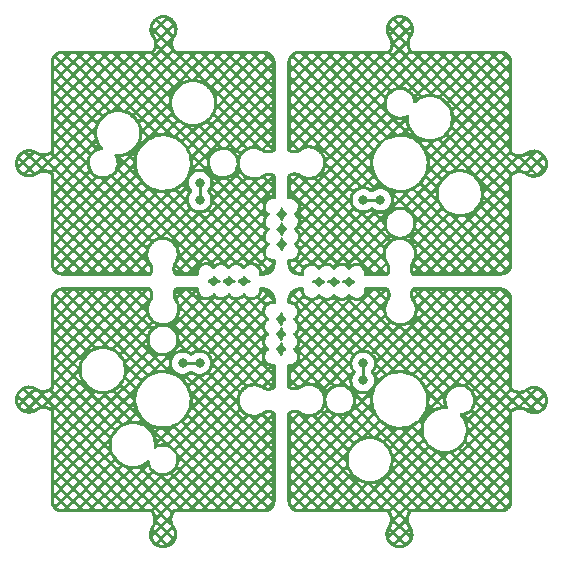
<source format=gbr>
%TF.GenerationSoftware,KiCad,Pcbnew,7.0.7*%
%TF.CreationDate,2023-09-11T19:57:54+10:00*%
%TF.ProjectId,jigsaw,6a696773-6177-42e6-9b69-6361645f7063,rev?*%
%TF.SameCoordinates,Original*%
%TF.FileFunction,Copper,L1,Top*%
%TF.FilePolarity,Positive*%
%FSLAX46Y46*%
G04 Gerber Fmt 4.6, Leading zero omitted, Abs format (unit mm)*
G04 Created by KiCad (PCBNEW 7.0.7) date 2023-09-11 19:57:54*
%MOMM*%
%LPD*%
G01*
G04 APERTURE LIST*
%TA.AperFunction,ViaPad*%
%ADD10C,0.800000*%
%TD*%
%TA.AperFunction,Conductor*%
%ADD11C,0.250000*%
%TD*%
G04 APERTURE END LIST*
D10*
%TO.N,Net-(SW1-Pad2)*%
X40898489Y-51727465D03*
X39449489Y-51727465D03*
X54739703Y-53186251D03*
X54739703Y-51737251D03*
X56198489Y-37896037D03*
X54749489Y-37896037D03*
X40908275Y-37886251D03*
X40908275Y-36437251D03*
%TD*%
D11*
%TO.N,Net-(SW1-Pad2)*%
X40898489Y-51727465D02*
X39449489Y-51727465D01*
X40898489Y-51727465D02*
X41137855Y-51727465D01*
X54739703Y-51737251D02*
X54739703Y-53186251D01*
X54739703Y-51737251D02*
X54739703Y-51497885D01*
X54749489Y-37896037D02*
X56198489Y-37896037D01*
X54749489Y-37896037D02*
X54510123Y-37896037D01*
X40908275Y-37886251D02*
X40908275Y-38125617D01*
X40908275Y-37886251D02*
X40908275Y-36437251D01*
%TD*%
%TA.AperFunction,NonConductor*%
G36*
X47890951Y-38543766D02*
G01*
X47947944Y-38584184D01*
X47968552Y-38622705D01*
X47986244Y-38677155D01*
X48004533Y-38733441D01*
X48089214Y-38866877D01*
X48204418Y-38975062D01*
X48204420Y-38975063D01*
X48204422Y-38975065D01*
X48233788Y-38991208D01*
X48283053Y-39040753D01*
X48297712Y-39109067D01*
X48273109Y-39174462D01*
X48246939Y-39200189D01*
X48143414Y-39275404D01*
X48042674Y-39397178D01*
X47975387Y-39540171D01*
X47975384Y-39540180D01*
X47971181Y-39562212D01*
X47939283Y-39624375D01*
X47878840Y-39659424D01*
X47809043Y-39656232D01*
X47752052Y-39615811D01*
X47731447Y-39577294D01*
X47695467Y-39466559D01*
X47610786Y-39333123D01*
X47495582Y-39224938D01*
X47495579Y-39224936D01*
X47479324Y-39216000D01*
X47466209Y-39208790D01*
X47416945Y-39159245D01*
X47402288Y-39090930D01*
X47426891Y-39025536D01*
X47453057Y-38999812D01*
X47556587Y-38924594D01*
X47657324Y-38802823D01*
X47724614Y-38659826D01*
X47728817Y-38637791D01*
X47760713Y-38575627D01*
X47821154Y-38540576D01*
X47890951Y-38543766D01*
G37*
%TD.AperFunction*%
%TA.AperFunction,NonConductor*%
G36*
X47890951Y-39813766D02*
G01*
X47947944Y-39854184D01*
X47968552Y-39892705D01*
X47979854Y-39927488D01*
X48004533Y-40003441D01*
X48089214Y-40136877D01*
X48204418Y-40245062D01*
X48204420Y-40245063D01*
X48204422Y-40245065D01*
X48233788Y-40261208D01*
X48283053Y-40310753D01*
X48297712Y-40379067D01*
X48273109Y-40444462D01*
X48246939Y-40470189D01*
X48143414Y-40545404D01*
X48042674Y-40667178D01*
X47975387Y-40810171D01*
X47975384Y-40810180D01*
X47971181Y-40832212D01*
X47939283Y-40894375D01*
X47878840Y-40929424D01*
X47809043Y-40926232D01*
X47752052Y-40885811D01*
X47731447Y-40847294D01*
X47695467Y-40736559D01*
X47610786Y-40603123D01*
X47495582Y-40494938D01*
X47495579Y-40494936D01*
X47479324Y-40486000D01*
X47466209Y-40478790D01*
X47416945Y-40429245D01*
X47402288Y-40360930D01*
X47426891Y-40295536D01*
X47453057Y-40269812D01*
X47556587Y-40194594D01*
X47657324Y-40072823D01*
X47724614Y-39929826D01*
X47728817Y-39907791D01*
X47760713Y-39845627D01*
X47821154Y-39810576D01*
X47890951Y-39813766D01*
G37*
%TD.AperFunction*%
%TA.AperFunction,NonConductor*%
G36*
X47890951Y-41083766D02*
G01*
X47947944Y-41124184D01*
X47968552Y-41162705D01*
X47979564Y-41196596D01*
X48004533Y-41273441D01*
X48089214Y-41406877D01*
X48204418Y-41515062D01*
X48204420Y-41515063D01*
X48204422Y-41515065D01*
X48233788Y-41531208D01*
X48283053Y-41580753D01*
X48297712Y-41649067D01*
X48273109Y-41714462D01*
X48246939Y-41740189D01*
X48143414Y-41815404D01*
X48042674Y-41937178D01*
X47975387Y-42080171D01*
X47975384Y-42080180D01*
X47971181Y-42102212D01*
X47939283Y-42164375D01*
X47878840Y-42199424D01*
X47809043Y-42196232D01*
X47752052Y-42155811D01*
X47731447Y-42117294D01*
X47695467Y-42006559D01*
X47610786Y-41873123D01*
X47495582Y-41764938D01*
X47495579Y-41764936D01*
X47479324Y-41756000D01*
X47466209Y-41748790D01*
X47416945Y-41699245D01*
X47402288Y-41630930D01*
X47426891Y-41565536D01*
X47453057Y-41539812D01*
X47556587Y-41464594D01*
X47657324Y-41342823D01*
X47724614Y-41199826D01*
X47726203Y-41191499D01*
X47728817Y-41177792D01*
X47760713Y-41115627D01*
X47821154Y-41080576D01*
X47890951Y-41083766D01*
G37*
%TD.AperFunction*%
%TA.AperFunction,NonConductor*%
G36*
X37888788Y-22241098D02*
G01*
X37994887Y-22250537D01*
X38000771Y-22251347D01*
X38097746Y-22269512D01*
X38102584Y-22270622D01*
X38205407Y-22298656D01*
X38211488Y-22300660D01*
X38303413Y-22336349D01*
X38307561Y-22338137D01*
X38403845Y-22383893D01*
X38409920Y-22387207D01*
X38493597Y-22439145D01*
X38493618Y-22439158D01*
X38496981Y-22441401D01*
X38583750Y-22503487D01*
X38583753Y-22503489D01*
X38589511Y-22508153D01*
X38607027Y-22524168D01*
X38662133Y-22574552D01*
X38664693Y-22577031D01*
X38739236Y-22653558D01*
X38744364Y-22659540D01*
X38803438Y-22738064D01*
X38805225Y-22740568D01*
X38865189Y-22829199D01*
X38869403Y-22836436D01*
X38913475Y-22925434D01*
X38955699Y-23020659D01*
X38961696Y-23037294D01*
X38987258Y-23128017D01*
X39011998Y-23229151D01*
X39015054Y-23247536D01*
X39023380Y-23340336D01*
X39029890Y-23444415D01*
X39029565Y-23464003D01*
X39020815Y-23555169D01*
X39008770Y-23659456D01*
X39004731Y-23679598D01*
X38980221Y-23764557D01*
X38949307Y-23867237D01*
X38941350Y-23887205D01*
X38907961Y-23953590D01*
X38854788Y-24058300D01*
X38842849Y-24077321D01*
X38841299Y-24079355D01*
X38800607Y-24132745D01*
X38800606Y-24132746D01*
X38800605Y-24132748D01*
X38777069Y-24177707D01*
X38767447Y-24187671D01*
X38757227Y-24214646D01*
X38754176Y-24221437D01*
X38753739Y-24222274D01*
X38725707Y-24275821D01*
X38725704Y-24275827D01*
X38704013Y-24342592D01*
X38695319Y-24355306D01*
X38691720Y-24376272D01*
X38687440Y-24393605D01*
X38675969Y-24428912D01*
X38674981Y-24431721D01*
X38669180Y-24447031D01*
X38668983Y-24475823D01*
X38663298Y-24514486D01*
X38656039Y-24530246D01*
X38656455Y-24549008D01*
X38655166Y-24569792D01*
X38652314Y-24589184D01*
X38652313Y-24589199D01*
X38652375Y-24591981D01*
X38650618Y-24615690D01*
X38649222Y-24623821D01*
X38653663Y-24650117D01*
X38654540Y-24689715D01*
X38649540Y-24708248D01*
X38653022Y-24724243D01*
X38655827Y-24747852D01*
X38655888Y-24750635D01*
X38655890Y-24750653D01*
X38659597Y-24769897D01*
X38661805Y-24790600D01*
X38662056Y-24801957D01*
X38670171Y-24824790D01*
X38677561Y-24863160D01*
X38675579Y-24883892D01*
X38685511Y-24906967D01*
X38686622Y-24909729D01*
X38699639Y-24944477D01*
X38704683Y-24961606D01*
X38707793Y-24975898D01*
X38718459Y-24994717D01*
X38743087Y-25060460D01*
X38770991Y-25108462D01*
X38773933Y-25113524D01*
X38777283Y-25120176D01*
X38786300Y-25141125D01*
X38798750Y-25156217D01*
X38824248Y-25200081D01*
X38863830Y-25247502D01*
X38867666Y-25253840D01*
X38869677Y-25255843D01*
X38875072Y-25262342D01*
X38876310Y-25262454D01*
X38876311Y-25262455D01*
X38876311Y-25262454D01*
X38902407Y-25264828D01*
X38906191Y-25263190D01*
X38921422Y-25262251D01*
X46321288Y-25262251D01*
X46326681Y-25262486D01*
X46369472Y-25266229D01*
X46495759Y-25278666D01*
X46515690Y-25282293D01*
X46515701Y-25282296D01*
X46582335Y-25300149D01*
X46675555Y-25328425D01*
X46691961Y-25334701D01*
X46759385Y-25366139D01*
X46762385Y-25367639D01*
X46846344Y-25412514D01*
X46852677Y-25416404D01*
X46918833Y-25462725D01*
X46922593Y-25465577D01*
X46994832Y-25524858D01*
X46999331Y-25528936D01*
X47010496Y-25540100D01*
X47056821Y-25586423D01*
X47060910Y-25590934D01*
X47120171Y-25663139D01*
X47123032Y-25666910D01*
X47169364Y-25733073D01*
X47173259Y-25739412D01*
X47173288Y-25739467D01*
X47218126Y-25823346D01*
X47219638Y-25826370D01*
X47251072Y-25893773D01*
X47257351Y-25910181D01*
X47285636Y-26003409D01*
X47303483Y-26070003D01*
X47307115Y-26089978D01*
X47319945Y-26220586D01*
X47323253Y-26258375D01*
X47323489Y-26263783D01*
X47323489Y-33684180D01*
X47303804Y-33751219D01*
X47269356Y-33786623D01*
X47191662Y-33839611D01*
X47174886Y-33849228D01*
X47117253Y-33876532D01*
X47029930Y-33914110D01*
X47022208Y-33916844D01*
X46952147Y-33936558D01*
X46948535Y-33937458D01*
X46861712Y-33956350D01*
X46855095Y-33957419D01*
X46781111Y-33965303D01*
X46775909Y-33965637D01*
X46688206Y-33967575D01*
X46682995Y-33967471D01*
X46608741Y-33962864D01*
X46602087Y-33962089D01*
X46580118Y-33958317D01*
X46514502Y-33947049D01*
X46510854Y-33946310D01*
X46440000Y-33929713D01*
X46432163Y-33927321D01*
X46349511Y-33896003D01*
X46343252Y-33893631D01*
X46284460Y-33868896D01*
X46267293Y-33860042D01*
X46168117Y-33798665D01*
X46167011Y-33797962D01*
X46155380Y-33790566D01*
X46133293Y-33776521D01*
X46129008Y-33773536D01*
X46110535Y-33759476D01*
X46108497Y-33759234D01*
X46106904Y-33758401D01*
X46106288Y-33758301D01*
X46099356Y-33754454D01*
X46091393Y-33750291D01*
X46040996Y-33718718D01*
X46040984Y-33718712D01*
X45934878Y-33676190D01*
X45927287Y-33673148D01*
X45883475Y-33655590D01*
X45843017Y-33639376D01*
X45728759Y-33615773D01*
X45728065Y-33615403D01*
X45724012Y-33614792D01*
X45656553Y-33600857D01*
X46367259Y-33600857D01*
X46401056Y-33621773D01*
X46444591Y-33640090D01*
X46515851Y-33667090D01*
X46566950Y-33679059D01*
X46637031Y-33691094D01*
X46691039Y-33694444D01*
X46761010Y-33692899D01*
X46814822Y-33687164D01*
X46884292Y-33672048D01*
X46934832Y-33657827D01*
X46991534Y-33633428D01*
X46663111Y-33305005D01*
X46367259Y-33600857D01*
X45656553Y-33600857D01*
X45634154Y-33596230D01*
X45513592Y-33593063D01*
X45511979Y-33592543D01*
X45511433Y-33592592D01*
X45504263Y-33592818D01*
X45420949Y-33590630D01*
X45420948Y-33590630D01*
X45297314Y-33609467D01*
X45294548Y-33609093D01*
X45292088Y-33609786D01*
X45284609Y-33611403D01*
X45210115Y-33622753D01*
X45210114Y-33622753D01*
X45210109Y-33622754D01*
X45113819Y-33655590D01*
X45087289Y-33664637D01*
X45083512Y-33664799D01*
X45079870Y-33666603D01*
X45072362Y-33669727D01*
X45008254Y-33691588D01*
X45008249Y-33691590D01*
X45008248Y-33691591D01*
X44890535Y-33756832D01*
X44885961Y-33757857D01*
X44881790Y-33760995D01*
X44874565Y-33765682D01*
X44831942Y-33789305D01*
X44829402Y-33790637D01*
X44814610Y-33797962D01*
X44803701Y-33809645D01*
X44713555Y-33883073D01*
X44708459Y-33885214D01*
X44707411Y-33886362D01*
X44694210Y-33898829D01*
X44656349Y-33929668D01*
X44655003Y-33930980D01*
X44649013Y-33936113D01*
X44646207Y-33938223D01*
X44637877Y-33951168D01*
X44562208Y-34039238D01*
X44556913Y-34042671D01*
X44555867Y-34044358D01*
X44544570Y-34059767D01*
X44517356Y-34091441D01*
X44514160Y-34095910D01*
X44513766Y-34095628D01*
X44506516Y-34105433D01*
X44500382Y-34120257D01*
X44441502Y-34220209D01*
X44436358Y-34225027D01*
X44435546Y-34227121D01*
X44426796Y-34245173D01*
X44409107Y-34275202D01*
X44409101Y-34275214D01*
X44408286Y-34277414D01*
X44398910Y-34296565D01*
X44395715Y-34311337D01*
X44355430Y-34420041D01*
X44350803Y-34426248D01*
X44350368Y-34428574D01*
X44344761Y-34448830D01*
X44334995Y-34475182D01*
X44334995Y-34475183D01*
X44333469Y-34483693D01*
X44327768Y-34503980D01*
X44327293Y-34518128D01*
X44306838Y-34632192D01*
X44303091Y-34639697D01*
X44303091Y-34642055D01*
X44301144Y-34663943D01*
X44297348Y-34685107D01*
X44297347Y-34685115D01*
X44297347Y-34700141D01*
X44295431Y-34720764D01*
X44297348Y-34733817D01*
X44297348Y-34849684D01*
X44294812Y-34858320D01*
X44295228Y-34860540D01*
X44297348Y-34883370D01*
X44297348Y-34898389D01*
X44301144Y-34919554D01*
X44302939Y-34939742D01*
X44306837Y-34951303D01*
X44327293Y-35065368D01*
X44326259Y-35074888D01*
X44327012Y-35076827D01*
X44333472Y-35099819D01*
X44334995Y-35108316D01*
X44344762Y-35134669D01*
X44350016Y-35153653D01*
X44355428Y-35163452D01*
X44395712Y-35272154D01*
X44396412Y-35282243D01*
X44397375Y-35283794D01*
X44408290Y-35306092D01*
X44409106Y-35308294D01*
X44409107Y-35308296D01*
X44409108Y-35308298D01*
X44415970Y-35319947D01*
X44426797Y-35338326D01*
X44435077Y-35355408D01*
X44441506Y-35363296D01*
X44492429Y-35449741D01*
X44500384Y-35463244D01*
X44502977Y-35473541D01*
X44503994Y-35474653D01*
X44513759Y-35487866D01*
X44514156Y-35487583D01*
X44517356Y-35492056D01*
X44517358Y-35492059D01*
X44544568Y-35523729D01*
X44555270Y-35538326D01*
X44562208Y-35544260D01*
X44637881Y-35632336D01*
X44642448Y-35642448D01*
X44649019Y-35647392D01*
X44655008Y-35652524D01*
X44656347Y-35653828D01*
X44694205Y-35684665D01*
X44706585Y-35696356D01*
X44713541Y-35700415D01*
X44803698Y-35773851D01*
X44810234Y-35783370D01*
X44829435Y-35792879D01*
X44831977Y-35794212D01*
X44874573Y-35817821D01*
X44881799Y-35822508D01*
X44884324Y-35824408D01*
X44890525Y-35826662D01*
X45008247Y-35891909D01*
X45072385Y-35913780D01*
X45079891Y-35916903D01*
X45082035Y-35917964D01*
X45087290Y-35918863D01*
X45210108Y-35960745D01*
X45284626Y-35972098D01*
X45292091Y-35973713D01*
X45293357Y-35974070D01*
X45297302Y-35974030D01*
X45420950Y-35992869D01*
X45420957Y-35992868D01*
X45420960Y-35992869D01*
X45504272Y-35990681D01*
X45511179Y-35990898D01*
X45513593Y-35990436D01*
X45626294Y-35987475D01*
X45634152Y-35987269D01*
X45724024Y-35968703D01*
X45727638Y-35968158D01*
X45728759Y-35967726D01*
X45843015Y-35944124D01*
X45843016Y-35944123D01*
X45843018Y-35944123D01*
X45882137Y-35928446D01*
X46452467Y-35928446D01*
X46663111Y-36139090D01*
X46917329Y-35884872D01*
X46888124Y-35878031D01*
X46818056Y-35866001D01*
X46764047Y-35862652D01*
X46694069Y-35864198D01*
X46640269Y-35869933D01*
X46570781Y-35885053D01*
X46520245Y-35899274D01*
X46452467Y-35928446D01*
X45882137Y-35928446D01*
X46040987Y-35864786D01*
X46095635Y-35830550D01*
X46109086Y-35826768D01*
X46128099Y-35810898D01*
X46135028Y-35805882D01*
X46157099Y-35792116D01*
X46172207Y-35779707D01*
X46263423Y-35717495D01*
X46280184Y-35707886D01*
X46337864Y-35680559D01*
X46425169Y-35642986D01*
X46432853Y-35640265D01*
X46502951Y-35620539D01*
X46506515Y-35619651D01*
X46593372Y-35600751D01*
X46599989Y-35599682D01*
X46619429Y-35597609D01*
X46673989Y-35591794D01*
X46679165Y-35591462D01*
X46723024Y-35590492D01*
X46766875Y-35589523D01*
X46772086Y-35589627D01*
X46783990Y-35590365D01*
X46846365Y-35594234D01*
X46852994Y-35595007D01*
X46940633Y-35610054D01*
X46944186Y-35610775D01*
X47015103Y-35627387D01*
X47022924Y-35629772D01*
X47111796Y-35663447D01*
X47170621Y-35688194D01*
X47187787Y-35697049D01*
X47264794Y-35744719D01*
X47311434Y-35796742D01*
X47323526Y-35850084D01*
X47324463Y-37553948D01*
X47318451Y-37574461D01*
X47323238Y-37607749D01*
X47324500Y-37625397D01*
X47324500Y-37685890D01*
X47325561Y-37693948D01*
X47323575Y-37694209D01*
X47322175Y-37753247D01*
X47283017Y-37811113D01*
X47218791Y-37838622D01*
X47204060Y-37839500D01*
X47085640Y-37839500D01*
X46968208Y-37854336D01*
X46968206Y-37854336D01*
X46821269Y-37912513D01*
X46821260Y-37912518D01*
X46693416Y-38005402D01*
X46693415Y-38005403D01*
X46592674Y-38127178D01*
X46525387Y-38270171D01*
X46525385Y-38270174D01*
X46508819Y-38357020D01*
X46495773Y-38425412D01*
X46495773Y-38425414D01*
X46495773Y-38425415D01*
X46502096Y-38525916D01*
X46505223Y-38575627D01*
X46505696Y-38583137D01*
X46505696Y-38583140D01*
X46536244Y-38677155D01*
X46554533Y-38733441D01*
X46639214Y-38866877D01*
X46754418Y-38975062D01*
X46754420Y-38975063D01*
X46754422Y-38975065D01*
X46783788Y-38991208D01*
X46833053Y-39040753D01*
X46847712Y-39109067D01*
X46823109Y-39174462D01*
X46796939Y-39200189D01*
X46693414Y-39275404D01*
X46592674Y-39397178D01*
X46525387Y-39540171D01*
X46525385Y-39540174D01*
X46510757Y-39616862D01*
X46495773Y-39695412D01*
X46495773Y-39695414D01*
X46495773Y-39695415D01*
X46498440Y-39737811D01*
X46505223Y-39845627D01*
X46505696Y-39853137D01*
X46505696Y-39853140D01*
X46537336Y-39950515D01*
X46554533Y-40003441D01*
X46639214Y-40136877D01*
X46754418Y-40245062D01*
X46754420Y-40245063D01*
X46754422Y-40245065D01*
X46783788Y-40261208D01*
X46833053Y-40310753D01*
X46847712Y-40379067D01*
X46823109Y-40444462D01*
X46796939Y-40470189D01*
X46693414Y-40545404D01*
X46592674Y-40667178D01*
X46525387Y-40810171D01*
X46525385Y-40810174D01*
X46510757Y-40886862D01*
X46495773Y-40965412D01*
X46495773Y-40965414D01*
X46495773Y-40965415D01*
X46501432Y-41055364D01*
X46505223Y-41115627D01*
X46505696Y-41123137D01*
X46505696Y-41123140D01*
X46530614Y-41199828D01*
X46554533Y-41273441D01*
X46639214Y-41406877D01*
X46754418Y-41515062D01*
X46754420Y-41515063D01*
X46754422Y-41515065D01*
X46783788Y-41531208D01*
X46833053Y-41580753D01*
X46847712Y-41649067D01*
X46823109Y-41714462D01*
X46796939Y-41740189D01*
X46693414Y-41815404D01*
X46592674Y-41937178D01*
X46525387Y-42080171D01*
X46525385Y-42080174D01*
X46510757Y-42156862D01*
X46495773Y-42235412D01*
X46495773Y-42235414D01*
X46495773Y-42235415D01*
X46505696Y-42393137D01*
X46505696Y-42393140D01*
X46545384Y-42515284D01*
X46554533Y-42543441D01*
X46639214Y-42676877D01*
X46754418Y-42785062D01*
X46754420Y-42785063D01*
X46754422Y-42785065D01*
X46892904Y-42861195D01*
X46892908Y-42861197D01*
X47045981Y-42900500D01*
X47045984Y-42900500D01*
X47164348Y-42900500D01*
X47164350Y-42900500D01*
X47164355Y-42900499D01*
X47164359Y-42900499D01*
X47189635Y-42897306D01*
X47258613Y-42908432D01*
X47310625Y-42955085D01*
X47329159Y-43022452D01*
X47324953Y-43052417D01*
X47324500Y-43054105D01*
X47324500Y-43114601D01*
X47323238Y-43132249D01*
X47319781Y-43156289D01*
X47324148Y-43186594D01*
X47323759Y-43260271D01*
X47323488Y-43261172D01*
X47323489Y-43309039D01*
X47323253Y-43314443D01*
X47319515Y-43357195D01*
X47307079Y-43483514D01*
X47303452Y-43503454D01*
X47285602Y-43570084D01*
X47257320Y-43663329D01*
X47251042Y-43679738D01*
X47219616Y-43747136D01*
X47218104Y-43750162D01*
X47173240Y-43834102D01*
X47169344Y-43840444D01*
X47123022Y-43906600D01*
X47120161Y-43910371D01*
X47060900Y-43982587D01*
X47056811Y-43987099D01*
X46999327Y-44044584D01*
X46994816Y-44048673D01*
X46922602Y-44107939D01*
X46918830Y-44110801D01*
X46852675Y-44157125D01*
X46846333Y-44161021D01*
X46762403Y-44205883D01*
X46759379Y-44207395D01*
X46691973Y-44238828D01*
X46675561Y-44245108D01*
X46582324Y-44273391D01*
X46515716Y-44291238D01*
X46495752Y-44294868D01*
X46366755Y-44307547D01*
X46327253Y-44311003D01*
X46321519Y-44311238D01*
X46204576Y-44310621D01*
X46181372Y-44303674D01*
X46145048Y-44308897D01*
X46127397Y-44310159D01*
X46066338Y-44310156D01*
X46066333Y-44310157D01*
X46057134Y-44312621D01*
X45987284Y-44310951D01*
X45929425Y-44271783D01*
X45901927Y-44207552D01*
X45903247Y-44169616D01*
X45916465Y-44100328D01*
X45906542Y-43942602D01*
X45857705Y-43792299D01*
X45773024Y-43658863D01*
X45657820Y-43550678D01*
X45657817Y-43550676D01*
X45657815Y-43550674D01*
X45600409Y-43519115D01*
X46007671Y-43519115D01*
X46093852Y-43654913D01*
X46095835Y-43658267D01*
X46098469Y-43663059D01*
X46100238Y-43666531D01*
X46109202Y-43685581D01*
X46110735Y-43689122D01*
X46112750Y-43694203D01*
X46114083Y-43697901D01*
X46169436Y-43868260D01*
X46170523Y-43872003D01*
X46171883Y-43877300D01*
X46172733Y-43881101D01*
X46176684Y-43901813D01*
X46177297Y-43905692D01*
X46177979Y-43911115D01*
X46178342Y-43914962D01*
X46185409Y-44027288D01*
X46192750Y-44026233D01*
X46208259Y-44028463D01*
X46487042Y-43749680D01*
X46132074Y-43394712D01*
X46007671Y-43519115D01*
X45600409Y-43519115D01*
X45519333Y-43474544D01*
X45519325Y-43474541D01*
X45366259Y-43435240D01*
X45366257Y-43435240D01*
X45247888Y-43435240D01*
X45247878Y-43435240D01*
X45130446Y-43450076D01*
X45130444Y-43450076D01*
X44983507Y-43508253D01*
X44983498Y-43508258D01*
X44855654Y-43601142D01*
X44855653Y-43601143D01*
X44754911Y-43722919D01*
X44753984Y-43724381D01*
X44752960Y-43725277D01*
X44749941Y-43728928D01*
X44749351Y-43728440D01*
X44701438Y-43770432D01*
X44632336Y-43780764D01*
X44568618Y-43752097D01*
X44544598Y-43724373D01*
X44507890Y-43666531D01*
X44503026Y-43658866D01*
X44503025Y-43658865D01*
X44503024Y-43658863D01*
X44387820Y-43550678D01*
X44387817Y-43550676D01*
X44387815Y-43550674D01*
X44249333Y-43474544D01*
X44249325Y-43474541D01*
X44096259Y-43435240D01*
X44096257Y-43435240D01*
X43977888Y-43435240D01*
X43977878Y-43435240D01*
X43860446Y-43450076D01*
X43860444Y-43450076D01*
X43713507Y-43508253D01*
X43713498Y-43508258D01*
X43585654Y-43601142D01*
X43585653Y-43601143D01*
X43484911Y-43722919D01*
X43483984Y-43724381D01*
X43482960Y-43725277D01*
X43479941Y-43728928D01*
X43479351Y-43728440D01*
X43431438Y-43770432D01*
X43362336Y-43780764D01*
X43298618Y-43752097D01*
X43274598Y-43724373D01*
X43237890Y-43666531D01*
X43233026Y-43658866D01*
X43233025Y-43658865D01*
X43233024Y-43658863D01*
X43117820Y-43550678D01*
X43117817Y-43550676D01*
X43117815Y-43550674D01*
X42979333Y-43474544D01*
X42979325Y-43474541D01*
X42826259Y-43435240D01*
X42826257Y-43435240D01*
X42707888Y-43435240D01*
X42707878Y-43435240D01*
X42590446Y-43450076D01*
X42590444Y-43450076D01*
X42443507Y-43508253D01*
X42443498Y-43508258D01*
X42315654Y-43601142D01*
X42315653Y-43601143D01*
X42214911Y-43722919D01*
X42213984Y-43724381D01*
X42212960Y-43725277D01*
X42209941Y-43728928D01*
X42209351Y-43728440D01*
X42161438Y-43770432D01*
X42092336Y-43780764D01*
X42028618Y-43752097D01*
X42004598Y-43724373D01*
X41967890Y-43666531D01*
X41963026Y-43658866D01*
X41963025Y-43658865D01*
X41963024Y-43658863D01*
X41847820Y-43550678D01*
X41847817Y-43550676D01*
X41847815Y-43550674D01*
X41709333Y-43474544D01*
X41709325Y-43474541D01*
X41556259Y-43435240D01*
X41556257Y-43435240D01*
X41437888Y-43435240D01*
X41437878Y-43435240D01*
X41320446Y-43450076D01*
X41320444Y-43450076D01*
X41173507Y-43508253D01*
X41173498Y-43508258D01*
X41045654Y-43601142D01*
X41045653Y-43601143D01*
X40944912Y-43722918D01*
X40877625Y-43865911D01*
X40877623Y-43865914D01*
X40858789Y-43964650D01*
X40848011Y-44021152D01*
X40848011Y-44021154D01*
X40848011Y-44021155D01*
X40858245Y-44183829D01*
X40842809Y-44251973D01*
X40792982Y-44300953D01*
X40724584Y-44315219D01*
X40702394Y-44311389D01*
X40698129Y-44310246D01*
X40698122Y-44310245D01*
X40637624Y-44310240D01*
X40619988Y-44308978D01*
X40597437Y-44305735D01*
X40566569Y-44310275D01*
X38861595Y-44311214D01*
X38794545Y-44291566D01*
X38759089Y-44257088D01*
X38744469Y-44235655D01*
X38706109Y-44179417D01*
X38696496Y-44162651D01*
X38669193Y-44105027D01*
X38643149Y-44044521D01*
X38631596Y-44017680D01*
X38628863Y-44009962D01*
X38624545Y-43994621D01*
X38609142Y-43939894D01*
X38608258Y-43936348D01*
X38592929Y-43865914D01*
X38589346Y-43849449D01*
X38588277Y-43842845D01*
X38580389Y-43768853D01*
X38580057Y-43763699D01*
X38578327Y-43685581D01*
X38578176Y-43678754D01*
X38851243Y-43678754D01*
X38852792Y-43748764D01*
X38858526Y-43802539D01*
X38873660Y-43872075D01*
X38886062Y-43916139D01*
X39052520Y-43749681D01*
X39404661Y-43749681D01*
X39692735Y-44037755D01*
X39826595Y-44037681D01*
X40114595Y-43749681D01*
X40466735Y-43749681D01*
X40597020Y-43879966D01*
X40611433Y-43804412D01*
X40612283Y-43800611D01*
X40613643Y-43795312D01*
X40614731Y-43791566D01*
X40621241Y-43771535D01*
X40622554Y-43767888D01*
X40624564Y-43762806D01*
X40626118Y-43759215D01*
X40702382Y-43597147D01*
X40704150Y-43593676D01*
X40706784Y-43588885D01*
X40708768Y-43585531D01*
X40720053Y-43567748D01*
X40722235Y-43564537D01*
X40725447Y-43560113D01*
X40727843Y-43557024D01*
X40842014Y-43419015D01*
X40843883Y-43416893D01*
X40821702Y-43394713D01*
X40466735Y-43749681D01*
X40114595Y-43749681D01*
X40114596Y-43749680D01*
X39759629Y-43394713D01*
X39404661Y-43749681D01*
X39052520Y-43749681D01*
X39052521Y-43749680D01*
X38865289Y-43562448D01*
X38854588Y-43624779D01*
X38851243Y-43678754D01*
X38578176Y-43678754D01*
X38578114Y-43675941D01*
X38578216Y-43670759D01*
X38582823Y-43596456D01*
X38583591Y-43589859D01*
X38598639Y-43502201D01*
X38599366Y-43498616D01*
X38615970Y-43427724D01*
X38618358Y-43419897D01*
X38652033Y-43331013D01*
X38658863Y-43314777D01*
X38969756Y-43314777D01*
X39228591Y-43573612D01*
X39583559Y-43218644D01*
X39935698Y-43218644D01*
X40290666Y-43573612D01*
X40645634Y-43218644D01*
X40997772Y-43218644D01*
X41045963Y-43266835D01*
X41051241Y-43263935D01*
X41054747Y-43262150D01*
X41059694Y-43259826D01*
X41063232Y-43258297D01*
X41163384Y-43218643D01*
X42059846Y-43218643D01*
X42193587Y-43352384D01*
X42291552Y-43281208D01*
X42294750Y-43279034D01*
X42299367Y-43276101D01*
X42302746Y-43274101D01*
X42321241Y-43263935D01*
X42324747Y-43262150D01*
X42329694Y-43259826D01*
X42333232Y-43258297D01*
X42433381Y-43218644D01*
X43121921Y-43218644D01*
X43172458Y-43269181D01*
X43258559Y-43316515D01*
X43261891Y-43318484D01*
X43266511Y-43321414D01*
X43269758Y-43323620D01*
X43286814Y-43336014D01*
X43289889Y-43338399D01*
X43294100Y-43341882D01*
X43297022Y-43344459D01*
X43379566Y-43421974D01*
X43382014Y-43419015D01*
X43384586Y-43416097D01*
X43388327Y-43412113D01*
X43391084Y-43409355D01*
X43406453Y-43394922D01*
X43409392Y-43392331D01*
X43413608Y-43388846D01*
X43416671Y-43386471D01*
X43561552Y-43281208D01*
X43564750Y-43279034D01*
X43569367Y-43276101D01*
X43572746Y-43274101D01*
X43591241Y-43263935D01*
X43594747Y-43262150D01*
X43599694Y-43259826D01*
X43603232Y-43258297D01*
X43769755Y-43192364D01*
X43773448Y-43191035D01*
X43778649Y-43189348D01*
X43782364Y-43188269D01*
X43796486Y-43184643D01*
X44217995Y-43184643D01*
X44327413Y-43212737D01*
X44331127Y-43213815D01*
X44336329Y-43215502D01*
X44340024Y-43216832D01*
X44359633Y-43224597D01*
X44363216Y-43226148D01*
X44368161Y-43228476D01*
X44371621Y-43230239D01*
X44528559Y-43316515D01*
X44531891Y-43318484D01*
X44536511Y-43321414D01*
X44539758Y-43323620D01*
X44556814Y-43336014D01*
X44559889Y-43338399D01*
X44564100Y-43341882D01*
X44567022Y-43344459D01*
X44649566Y-43421974D01*
X44652014Y-43419015D01*
X44654586Y-43416097D01*
X44658327Y-43412113D01*
X44661084Y-43409355D01*
X44676453Y-43394922D01*
X44679392Y-43392331D01*
X44683608Y-43388846D01*
X44686671Y-43386471D01*
X44830868Y-43281704D01*
X44893930Y-43218643D01*
X44837527Y-43162240D01*
X45302474Y-43162240D01*
X45376800Y-43162240D01*
X45380708Y-43162363D01*
X45386165Y-43162708D01*
X45390031Y-43163074D01*
X45410922Y-43165713D01*
X45414755Y-43166320D01*
X45420124Y-43167343D01*
X45423940Y-43168196D01*
X45597413Y-43212737D01*
X45601127Y-43213815D01*
X45606329Y-43215502D01*
X45610024Y-43216832D01*
X45629633Y-43224597D01*
X45633216Y-43226148D01*
X45638161Y-43228476D01*
X45641621Y-43230239D01*
X45798559Y-43316515D01*
X45801891Y-43318484D01*
X45806511Y-43321414D01*
X45809758Y-43323620D01*
X45826814Y-43336014D01*
X45829889Y-43338399D01*
X45833370Y-43341278D01*
X45956005Y-43218643D01*
X46308143Y-43218643D01*
X46663111Y-43573611D01*
X47018079Y-43218643D01*
X46959615Y-43160179D01*
X46814825Y-43123003D01*
X46811111Y-43121925D01*
X46805909Y-43120238D01*
X46802214Y-43118908D01*
X46782605Y-43111143D01*
X46779022Y-43109592D01*
X46774077Y-43107264D01*
X46770617Y-43105501D01*
X46613679Y-43019225D01*
X46610347Y-43017256D01*
X46605727Y-43014326D01*
X46602480Y-43012120D01*
X46585424Y-42999726D01*
X46582349Y-42997341D01*
X46578138Y-42993858D01*
X46575215Y-42991281D01*
X46554736Y-42972050D01*
X46308143Y-43218643D01*
X45956005Y-43218643D01*
X45601037Y-42863676D01*
X45302474Y-43162240D01*
X44837527Y-43162240D01*
X44538962Y-42863676D01*
X44217995Y-43184643D01*
X43796486Y-43184643D01*
X43797576Y-43184363D01*
X43476889Y-42863676D01*
X43121921Y-43218644D01*
X42433381Y-43218644D01*
X42499755Y-43192364D01*
X42503448Y-43191035D01*
X42508649Y-43189348D01*
X42512364Y-43188269D01*
X42532765Y-43183031D01*
X42536580Y-43182179D01*
X42541950Y-43181156D01*
X42545784Y-43180549D01*
X42679855Y-43163611D01*
X42684521Y-43163170D01*
X42696951Y-43162389D01*
X42701625Y-43162240D01*
X42713379Y-43162240D01*
X42414814Y-42863675D01*
X42059846Y-43218643D01*
X41163384Y-43218643D01*
X41229755Y-43192364D01*
X41233448Y-43191035D01*
X41238649Y-43189348D01*
X41242364Y-43188269D01*
X41262765Y-43183031D01*
X41266580Y-43182179D01*
X41271950Y-43181156D01*
X41275784Y-43180549D01*
X41409855Y-43163611D01*
X41414521Y-43163170D01*
X41426951Y-43162389D01*
X41431625Y-43162240D01*
X41566800Y-43162240D01*
X41570708Y-43162363D01*
X41576165Y-43162708D01*
X41580031Y-43163074D01*
X41600922Y-43165713D01*
X41604755Y-43166320D01*
X41610124Y-43167343D01*
X41613940Y-43168196D01*
X41672225Y-43183161D01*
X41352740Y-42863675D01*
X40997772Y-43218644D01*
X40645634Y-43218644D01*
X40290666Y-42863676D01*
X39935698Y-43218644D01*
X39583559Y-43218644D01*
X39228590Y-42863675D01*
X39159662Y-42932603D01*
X39126254Y-43015963D01*
X39125102Y-43019971D01*
X39117582Y-43031814D01*
X39119581Y-43032615D01*
X39077151Y-43138494D01*
X39074986Y-43143274D01*
X39073770Y-43145805D01*
X39066358Y-43160381D01*
X39063767Y-43164962D01*
X39062347Y-43167345D01*
X39039134Y-43204395D01*
X39021721Y-43239853D01*
X38995246Y-43274511D01*
X38972015Y-43311814D01*
X38970775Y-43313132D01*
X38969756Y-43314777D01*
X38658863Y-43314777D01*
X38676760Y-43272233D01*
X38685627Y-43255048D01*
X38742255Y-43163625D01*
X38743239Y-43162743D01*
X38768833Y-43121650D01*
X38772192Y-43116789D01*
X38786640Y-43097873D01*
X38787264Y-43093876D01*
X38794342Y-43080918D01*
X38827025Y-43028750D01*
X38906362Y-42830780D01*
X38929976Y-42716467D01*
X38930339Y-42715783D01*
X38930945Y-42711772D01*
X38935937Y-42687606D01*
X39404660Y-42687606D01*
X39759628Y-43042574D01*
X40114597Y-42687606D01*
X40466734Y-42687606D01*
X40821703Y-43042574D01*
X41176671Y-42687606D01*
X41528808Y-42687606D01*
X41883777Y-43042574D01*
X42238745Y-42687606D01*
X42590883Y-42687606D01*
X42945851Y-43042574D01*
X43300820Y-42687606D01*
X43652957Y-42687606D01*
X44007926Y-43042574D01*
X44362894Y-42687606D01*
X44715032Y-42687606D01*
X45070000Y-43042574D01*
X45424969Y-42687606D01*
X45777106Y-42687606D01*
X46132074Y-43042574D01*
X46386496Y-42788151D01*
X46318386Y-42680827D01*
X46316403Y-42677473D01*
X46313769Y-42672681D01*
X46312000Y-42669209D01*
X46303036Y-42650159D01*
X46301503Y-42646618D01*
X46299488Y-42641537D01*
X46298155Y-42637839D01*
X46242802Y-42467480D01*
X46241715Y-42463737D01*
X46240355Y-42458440D01*
X46239505Y-42454639D01*
X46236070Y-42436633D01*
X46132075Y-42332638D01*
X45777106Y-42687606D01*
X45424969Y-42687606D01*
X45070000Y-42332637D01*
X44715032Y-42687606D01*
X44362894Y-42687606D01*
X44007926Y-42332638D01*
X43652957Y-42687606D01*
X43300820Y-42687606D01*
X42945852Y-42332638D01*
X42590883Y-42687606D01*
X42238745Y-42687606D01*
X41883777Y-42332638D01*
X41528808Y-42687606D01*
X41176671Y-42687606D01*
X40821703Y-42332638D01*
X40466734Y-42687606D01*
X40114597Y-42687606D01*
X39759629Y-42332638D01*
X39404660Y-42687606D01*
X38935937Y-42687606D01*
X38949507Y-42621915D01*
X38952675Y-42501296D01*
X38953189Y-42499699D01*
X38953145Y-42499200D01*
X38952918Y-42492037D01*
X38955107Y-42408714D01*
X38936262Y-42285027D01*
X38936633Y-42282279D01*
X38935951Y-42279857D01*
X38934336Y-42272387D01*
X38922983Y-42197871D01*
X38881093Y-42075032D01*
X38880931Y-42071269D01*
X38879139Y-42067649D01*
X38876019Y-42060151D01*
X38854147Y-41996011D01*
X38809343Y-41915174D01*
X39115017Y-41915174D01*
X39129929Y-41958907D01*
X39138991Y-41977203D01*
X39142673Y-41998123D01*
X39143238Y-41997931D01*
X39184214Y-42118091D01*
X39186068Y-42124434D01*
X39189933Y-42140231D01*
X39190533Y-42142947D01*
X39191545Y-42148070D01*
X39202254Y-42218359D01*
X39207087Y-42235512D01*
X39206873Y-42254988D01*
X39207813Y-42254845D01*
X39226313Y-42376264D01*
X39226872Y-42381449D01*
X39227109Y-42384227D01*
X39228125Y-42400467D01*
X39228244Y-42407081D01*
X39226144Y-42486963D01*
X39227453Y-42501537D01*
X39225984Y-42508930D01*
X39228591Y-42511537D01*
X39583559Y-42156569D01*
X39935698Y-42156569D01*
X40290666Y-42511537D01*
X40645634Y-42156569D01*
X40997771Y-42156569D01*
X41352740Y-42511537D01*
X41707708Y-42156569D01*
X42059846Y-42156569D01*
X42414814Y-42511537D01*
X42769783Y-42156569D01*
X43121921Y-42156569D01*
X43476889Y-42511537D01*
X43831857Y-42156569D01*
X44183995Y-42156569D01*
X44538962Y-42511537D01*
X44893930Y-42156569D01*
X45246070Y-42156569D01*
X45601037Y-42511537D01*
X45956005Y-42156569D01*
X45601037Y-41801601D01*
X45246070Y-42156569D01*
X44893930Y-42156569D01*
X44538962Y-41801601D01*
X44183995Y-42156569D01*
X43831857Y-42156569D01*
X43476889Y-41801601D01*
X43121921Y-42156569D01*
X42769783Y-42156569D01*
X42414814Y-41801600D01*
X42059846Y-42156569D01*
X41707708Y-42156569D01*
X41352740Y-41801600D01*
X40997771Y-42156569D01*
X40645634Y-42156569D01*
X40290666Y-41801601D01*
X39935698Y-42156569D01*
X39583559Y-42156569D01*
X39228590Y-41801600D01*
X39115017Y-41915174D01*
X38809343Y-41915174D01*
X38788890Y-41878271D01*
X38787866Y-41873704D01*
X38784734Y-41869540D01*
X38780045Y-41862313D01*
X38780042Y-41862308D01*
X38756464Y-41819766D01*
X38755131Y-41817224D01*
X38747781Y-41802382D01*
X38736095Y-41791469D01*
X38662650Y-41701301D01*
X38660511Y-41696213D01*
X38659369Y-41695169D01*
X38646902Y-41681968D01*
X38620455Y-41649500D01*
X38616065Y-41644110D01*
X38616062Y-41644107D01*
X38614757Y-41642767D01*
X38609624Y-41636777D01*
X38607513Y-41633972D01*
X38594574Y-41625645D01*
X38555365Y-41591958D01*
X38506483Y-41549959D01*
X38503051Y-41544667D01*
X38501371Y-41543625D01*
X38485962Y-41532328D01*
X38454298Y-41505123D01*
X38454288Y-41505117D01*
X38449822Y-41501921D01*
X38450105Y-41501525D01*
X38440318Y-41494290D01*
X38425490Y-41488152D01*
X38325520Y-41429262D01*
X38320703Y-41424121D01*
X38318614Y-41423310D01*
X38300555Y-41414556D01*
X38270536Y-41396872D01*
X38270530Y-41396869D01*
X38268330Y-41396054D01*
X38249179Y-41386679D01*
X38234404Y-41383482D01*
X38125685Y-41343191D01*
X38119481Y-41338567D01*
X38117163Y-41338133D01*
X38096908Y-41332527D01*
X38070553Y-41322760D01*
X38062052Y-41321235D01*
X38041812Y-41315549D01*
X38652567Y-41315549D01*
X38655123Y-41317745D01*
X38677185Y-41331439D01*
X38697501Y-41354155D01*
X38743842Y-41393968D01*
X38773062Y-41406126D01*
X38794193Y-41428007D01*
X38820607Y-41463117D01*
X38822191Y-41464896D01*
X38851660Y-41501074D01*
X38869673Y-41517544D01*
X38882991Y-41539537D01*
X38923064Y-41588734D01*
X38951604Y-41607332D01*
X38968501Y-41632914D01*
X38993882Y-41684170D01*
X39052521Y-41625531D01*
X39404661Y-41625531D01*
X39759629Y-41980500D01*
X40114597Y-41625532D01*
X40466735Y-41625532D01*
X40821703Y-41980500D01*
X41176671Y-41625531D01*
X41528809Y-41625531D01*
X41883777Y-41980500D01*
X42238745Y-41625532D01*
X42238744Y-41625531D01*
X42590884Y-41625531D01*
X42945852Y-41980500D01*
X43300820Y-41625532D01*
X43652958Y-41625532D01*
X44007926Y-41980500D01*
X44362894Y-41625532D01*
X44715032Y-41625532D01*
X45070000Y-41980500D01*
X45424969Y-41625532D01*
X45424968Y-41625531D01*
X45777107Y-41625531D01*
X46132074Y-41980499D01*
X46480365Y-41632209D01*
X46444661Y-41598680D01*
X46441921Y-41595941D01*
X46438178Y-41591958D01*
X46435588Y-41589021D01*
X46422148Y-41572776D01*
X46419757Y-41569693D01*
X46416543Y-41565268D01*
X46414356Y-41562050D01*
X46398367Y-41536856D01*
X46132075Y-41270564D01*
X45777107Y-41625531D01*
X45424968Y-41625531D01*
X45070000Y-41270563D01*
X44715032Y-41625532D01*
X44362894Y-41625532D01*
X44007926Y-41270564D01*
X43652958Y-41625532D01*
X43300820Y-41625532D01*
X42945852Y-41270564D01*
X42590884Y-41625531D01*
X42238744Y-41625531D01*
X41883777Y-41270564D01*
X41528809Y-41625531D01*
X41176671Y-41625531D01*
X40821703Y-41270564D01*
X40466735Y-41625532D01*
X40114597Y-41625532D01*
X39759628Y-41270564D01*
X39404661Y-41625531D01*
X39052521Y-41625531D01*
X38697553Y-41270563D01*
X38652567Y-41315549D01*
X38041812Y-41315549D01*
X38041766Y-41315536D01*
X38027613Y-41315059D01*
X37913532Y-41294600D01*
X37906031Y-41290855D01*
X37903678Y-41290855D01*
X37881789Y-41288908D01*
X37860629Y-41285113D01*
X37860627Y-41285113D01*
X37845612Y-41285113D01*
X37824984Y-41283197D01*
X37811931Y-41285113D01*
X37696045Y-41285113D01*
X37687410Y-41282577D01*
X37685194Y-41282993D01*
X37662364Y-41285113D01*
X37647348Y-41285113D01*
X37626189Y-41288908D01*
X37606007Y-41290703D01*
X37594444Y-41294600D01*
X37480362Y-41315059D01*
X37470846Y-41314025D01*
X37468911Y-41314777D01*
X37445926Y-41321235D01*
X37437434Y-41322757D01*
X37437419Y-41322762D01*
X37411072Y-41332526D01*
X37392093Y-41337779D01*
X37382292Y-41343191D01*
X37273571Y-41383482D01*
X37263481Y-41384182D01*
X37261932Y-41385144D01*
X37239641Y-41396056D01*
X37237454Y-41396866D01*
X37237441Y-41396872D01*
X37207423Y-41414556D01*
X37190339Y-41422837D01*
X37182455Y-41429263D01*
X37082487Y-41488152D01*
X37072190Y-41490745D01*
X37071074Y-41491766D01*
X37057873Y-41501526D01*
X37058156Y-41501921D01*
X37053676Y-41505126D01*
X37022020Y-41532324D01*
X37007426Y-41543024D01*
X37001492Y-41549962D01*
X36913401Y-41625647D01*
X36903291Y-41630212D01*
X36898351Y-41636780D01*
X36893218Y-41642769D01*
X36891920Y-41644102D01*
X36891916Y-41644107D01*
X36891913Y-41644110D01*
X36887523Y-41649500D01*
X36861080Y-41681962D01*
X36849387Y-41694342D01*
X36845327Y-41701302D01*
X36771880Y-41791472D01*
X36762361Y-41798007D01*
X36752837Y-41817240D01*
X36751504Y-41819782D01*
X36727934Y-41862308D01*
X36723247Y-41869532D01*
X36721344Y-41872061D01*
X36719086Y-41878272D01*
X36653832Y-41996009D01*
X36653828Y-41996016D01*
X36631964Y-42060134D01*
X36628841Y-42067643D01*
X36627781Y-42069783D01*
X36626883Y-42075033D01*
X36584995Y-42197869D01*
X36584994Y-42197875D01*
X36574032Y-42269829D01*
X36573646Y-42272362D01*
X36572028Y-42279845D01*
X36571675Y-42281095D01*
X36571715Y-42285027D01*
X36552871Y-42408707D01*
X36552870Y-42408725D01*
X36555058Y-42492015D01*
X36554841Y-42498895D01*
X36555302Y-42501296D01*
X36558470Y-42621914D01*
X36558470Y-42621916D01*
X36577029Y-42711760D01*
X36577571Y-42715353D01*
X36578002Y-42716467D01*
X36601614Y-42830777D01*
X36601615Y-42830781D01*
X36623611Y-42885664D01*
X36638988Y-42924035D01*
X36639084Y-42924273D01*
X36639085Y-42924277D01*
X36680953Y-43028750D01*
X36715310Y-43083593D01*
X36719038Y-43096854D01*
X36734912Y-43115936D01*
X36739799Y-43122687D01*
X36754297Y-43145837D01*
X36766296Y-43160351D01*
X36828254Y-43251180D01*
X36837874Y-43267959D01*
X36843122Y-43279034D01*
X36864248Y-43323620D01*
X36865175Y-43325575D01*
X36871935Y-43341278D01*
X36902769Y-43412914D01*
X36905504Y-43420637D01*
X36925220Y-43490685D01*
X36926120Y-43494297D01*
X36945022Y-43581139D01*
X36946091Y-43587757D01*
X36953065Y-43653168D01*
X36953979Y-43661734D01*
X36954313Y-43666937D01*
X36956254Y-43754655D01*
X36956151Y-43759866D01*
X36951548Y-43834111D01*
X36950772Y-43840771D01*
X36935731Y-43928381D01*
X36934991Y-43932030D01*
X36918400Y-44002862D01*
X36916010Y-44010698D01*
X36882316Y-44099628D01*
X36857608Y-44158359D01*
X36848728Y-44175568D01*
X36801049Y-44252545D01*
X36749013Y-44299173D01*
X36695632Y-44311251D01*
X29276698Y-44311251D01*
X29271292Y-44311015D01*
X29228541Y-44307274D01*
X29102228Y-44294831D01*
X29082289Y-44291202D01*
X29015665Y-44273349D01*
X28922430Y-44245064D01*
X28906023Y-44238785D01*
X28838635Y-44207361D01*
X28835610Y-44205848D01*
X28751673Y-44160981D01*
X28745332Y-44157085D01*
X28679183Y-44110765D01*
X28675411Y-44107903D01*
X28603192Y-44048631D01*
X28598682Y-44044542D01*
X28592391Y-44038251D01*
X29557421Y-44038251D01*
X29782423Y-44038251D01*
X29669921Y-43925749D01*
X29557421Y-44038251D01*
X28592391Y-44038251D01*
X28541217Y-43987074D01*
X28537128Y-43982563D01*
X28504335Y-43942602D01*
X28477845Y-43910321D01*
X28475004Y-43906576D01*
X28428673Y-43840403D01*
X28424788Y-43834077D01*
X28424098Y-43832786D01*
X28379904Y-43750098D01*
X28379696Y-43749681D01*
X28783917Y-43749681D01*
X29025187Y-43990951D01*
X29090643Y-44010809D01*
X29141147Y-44024341D01*
X29212191Y-44031341D01*
X29493852Y-43749680D01*
X29845991Y-43749680D01*
X30134561Y-44038251D01*
X30267357Y-44038251D01*
X30619495Y-44038251D01*
X30844497Y-44038251D01*
X30731996Y-43925750D01*
X30619495Y-44038251D01*
X30267357Y-44038251D01*
X30555927Y-43749680D01*
X30908065Y-43749680D01*
X31196636Y-44038251D01*
X31329432Y-44038251D01*
X31681570Y-44038251D01*
X31906572Y-44038251D01*
X31794071Y-43925750D01*
X31681570Y-44038251D01*
X31329432Y-44038251D01*
X31618002Y-43749680D01*
X31970140Y-43749680D01*
X32258710Y-44038251D01*
X32391506Y-44038251D01*
X32743644Y-44038251D01*
X32968646Y-44038251D01*
X32856145Y-43925750D01*
X32743644Y-44038251D01*
X32391506Y-44038251D01*
X32680076Y-43749681D01*
X32680075Y-43749680D01*
X33032213Y-43749680D01*
X33320784Y-44038251D01*
X33453580Y-44038251D01*
X33805718Y-44038251D01*
X34030720Y-44038251D01*
X33918219Y-43925749D01*
X33805718Y-44038251D01*
X33453580Y-44038251D01*
X33742150Y-43749681D01*
X33742149Y-43749680D01*
X34094289Y-43749680D01*
X34382859Y-44038251D01*
X34515655Y-44038251D01*
X34867793Y-44038251D01*
X35092795Y-44038251D01*
X34980294Y-43925750D01*
X34867793Y-44038251D01*
X34515655Y-44038251D01*
X34804225Y-43749681D01*
X34804224Y-43749680D01*
X35156363Y-43749680D01*
X35444933Y-44038251D01*
X35577729Y-44038251D01*
X35929867Y-44038251D01*
X36154869Y-44038251D01*
X36042367Y-43925750D01*
X35929867Y-44038251D01*
X35577729Y-44038251D01*
X35866299Y-43749680D01*
X36218437Y-43749680D01*
X36507007Y-44038251D01*
X36611961Y-44038251D01*
X36628769Y-43998301D01*
X36655775Y-43927017D01*
X36667737Y-43875952D01*
X36679777Y-43805819D01*
X36683123Y-43751837D01*
X36681575Y-43681840D01*
X36675840Y-43628048D01*
X36660713Y-43558550D01*
X36646493Y-43508027D01*
X36616370Y-43438043D01*
X36616041Y-43437349D01*
X36573405Y-43394713D01*
X36218437Y-43749680D01*
X35866299Y-43749680D01*
X35511331Y-43394713D01*
X35156363Y-43749680D01*
X34804224Y-43749680D01*
X34449257Y-43394713D01*
X34094289Y-43749680D01*
X33742149Y-43749680D01*
X33387182Y-43394713D01*
X33032213Y-43749680D01*
X32680075Y-43749680D01*
X32325108Y-43394713D01*
X31970140Y-43749680D01*
X31618002Y-43749680D01*
X31263033Y-43394712D01*
X30908065Y-43749680D01*
X30555927Y-43749680D01*
X30200959Y-43394713D01*
X29845991Y-43749680D01*
X29493852Y-43749680D01*
X29138884Y-43394713D01*
X28783917Y-43749681D01*
X28379696Y-43749681D01*
X28378420Y-43747127D01*
X28355468Y-43697901D01*
X28346989Y-43679716D01*
X28340712Y-43663307D01*
X28312432Y-43570067D01*
X28309809Y-43560276D01*
X28294570Y-43503394D01*
X28290951Y-43483514D01*
X28278882Y-43361313D01*
X28274725Y-43313763D01*
X28274489Y-43308360D01*
X28274489Y-43299155D01*
X28547488Y-43299155D01*
X28550707Y-43335955D01*
X28561429Y-43444541D01*
X28574976Y-43495104D01*
X28594842Y-43560606D01*
X28607848Y-43573611D01*
X28962816Y-43218644D01*
X29314953Y-43218644D01*
X29669921Y-43573612D01*
X30024889Y-43218644D01*
X30377028Y-43218644D01*
X30731996Y-43573612D01*
X31086964Y-43218644D01*
X31439103Y-43218644D01*
X31794071Y-43573612D01*
X32149039Y-43218644D01*
X32501176Y-43218644D01*
X32856144Y-43573612D01*
X33211112Y-43218644D01*
X33563251Y-43218644D01*
X33918219Y-43573612D01*
X34273187Y-43218644D01*
X34625326Y-43218644D01*
X34980294Y-43573612D01*
X35335262Y-43218644D01*
X35687400Y-43218644D01*
X36042368Y-43573612D01*
X36397336Y-43218644D01*
X36042368Y-42863676D01*
X35687400Y-43218644D01*
X35335262Y-43218644D01*
X34980294Y-42863676D01*
X34625326Y-43218644D01*
X34273187Y-43218644D01*
X33918219Y-42863675D01*
X33563251Y-43218644D01*
X33211112Y-43218644D01*
X32856144Y-42863676D01*
X32501176Y-43218644D01*
X32149039Y-43218644D01*
X31794071Y-42863676D01*
X31439103Y-43218644D01*
X31086964Y-43218644D01*
X30731996Y-42863676D01*
X30377028Y-43218644D01*
X30024889Y-43218644D01*
X29669922Y-42863675D01*
X29314953Y-43218644D01*
X28962816Y-43218644D01*
X28607847Y-42863675D01*
X28547488Y-42924035D01*
X28547488Y-43299155D01*
X28274489Y-43299155D01*
X28274489Y-42687606D01*
X28783916Y-42687606D01*
X29138885Y-43042574D01*
X29493853Y-42687606D01*
X29845990Y-42687606D01*
X30200958Y-43042574D01*
X30555927Y-42687606D01*
X30908065Y-42687606D01*
X31263033Y-43042574D01*
X31618002Y-42687606D01*
X31970139Y-42687606D01*
X32325108Y-43042574D01*
X32680076Y-42687606D01*
X33032213Y-42687606D01*
X33387182Y-43042574D01*
X33742150Y-42687606D01*
X34094288Y-42687606D01*
X34449257Y-43042574D01*
X34804225Y-42687606D01*
X35156362Y-42687606D01*
X35511331Y-43042574D01*
X35866299Y-42687606D01*
X35511331Y-42332638D01*
X35156362Y-42687606D01*
X34804225Y-42687606D01*
X34449257Y-42332638D01*
X34094288Y-42687606D01*
X33742150Y-42687606D01*
X33387182Y-42332638D01*
X33032213Y-42687606D01*
X32680076Y-42687606D01*
X32325108Y-42332638D01*
X31970139Y-42687606D01*
X31618002Y-42687606D01*
X31263033Y-42332637D01*
X30908065Y-42687606D01*
X30555927Y-42687606D01*
X30200959Y-42332638D01*
X29845990Y-42687606D01*
X29493853Y-42687606D01*
X29138884Y-42332638D01*
X28783916Y-42687606D01*
X28274489Y-42687606D01*
X28274489Y-42451177D01*
X28547487Y-42451177D01*
X28607848Y-42511537D01*
X28962816Y-42156569D01*
X29314953Y-42156569D01*
X29669921Y-42511537D01*
X30024889Y-42156569D01*
X30377028Y-42156569D01*
X30731996Y-42511537D01*
X31086964Y-42156569D01*
X31439103Y-42156569D01*
X31794071Y-42511537D01*
X32149039Y-42156569D01*
X32501176Y-42156569D01*
X32856144Y-42511537D01*
X33211112Y-42156569D01*
X33563251Y-42156569D01*
X33918219Y-42511537D01*
X34273187Y-42156569D01*
X34625326Y-42156569D01*
X34980294Y-42511537D01*
X35335262Y-42156569D01*
X35687400Y-42156569D01*
X36042367Y-42511536D01*
X36297439Y-42256464D01*
X36300889Y-42235516D01*
X36305723Y-42218356D01*
X36316433Y-42148069D01*
X36317445Y-42142947D01*
X36318045Y-42140231D01*
X36321910Y-42124434D01*
X36323764Y-42118093D01*
X36332688Y-42091921D01*
X36042368Y-41801601D01*
X35687400Y-42156569D01*
X35335262Y-42156569D01*
X34980294Y-41801601D01*
X34625326Y-42156569D01*
X34273187Y-42156569D01*
X33918219Y-41801600D01*
X33563251Y-42156569D01*
X33211112Y-42156569D01*
X32856144Y-41801601D01*
X32501176Y-42156569D01*
X32149039Y-42156569D01*
X31794071Y-41801601D01*
X31439103Y-42156569D01*
X31086964Y-42156569D01*
X30731996Y-41801601D01*
X30377028Y-42156569D01*
X30024889Y-42156569D01*
X29669922Y-41801600D01*
X29314953Y-42156569D01*
X28962816Y-42156569D01*
X28607847Y-41801600D01*
X28547487Y-41861960D01*
X28547487Y-42451177D01*
X28274489Y-42451177D01*
X28274489Y-41625532D01*
X28783917Y-41625532D01*
X29138884Y-41980500D01*
X29493853Y-41625531D01*
X29845991Y-41625531D01*
X30200959Y-41980499D01*
X30555925Y-41625532D01*
X30908065Y-41625532D01*
X31263033Y-41980500D01*
X31618000Y-41625532D01*
X31970140Y-41625532D01*
X32325108Y-41980500D01*
X32680076Y-41625532D01*
X32680075Y-41625531D01*
X33032214Y-41625531D01*
X33387182Y-41980499D01*
X33742150Y-41625531D01*
X34094289Y-41625531D01*
X34449257Y-41980499D01*
X34804224Y-41625532D01*
X35156363Y-41625532D01*
X35511331Y-41980500D01*
X35866299Y-41625532D01*
X35866298Y-41625531D01*
X36218437Y-41625531D01*
X36429859Y-41836954D01*
X36467068Y-41769817D01*
X36468461Y-41759382D01*
X36482678Y-41735203D01*
X36496265Y-41717139D01*
X36510361Y-41691706D01*
X36539477Y-41632913D01*
X36586868Y-41581572D01*
X36592926Y-41578896D01*
X36615874Y-41550723D01*
X36619744Y-41538885D01*
X36638300Y-41517547D01*
X36656323Y-41501065D01*
X36685811Y-41464866D01*
X36687368Y-41463118D01*
X36713785Y-41428007D01*
X36723564Y-41420723D01*
X36573405Y-41270564D01*
X36218437Y-41625531D01*
X35866298Y-41625531D01*
X35511331Y-41270564D01*
X35156363Y-41625532D01*
X34804224Y-41625532D01*
X34804225Y-41625531D01*
X34449257Y-41270564D01*
X34094289Y-41625531D01*
X33742150Y-41625531D01*
X33387182Y-41270564D01*
X33032214Y-41625531D01*
X32680075Y-41625531D01*
X32325108Y-41270564D01*
X31970140Y-41625532D01*
X31618000Y-41625532D01*
X31618001Y-41625531D01*
X31263033Y-41270563D01*
X30908065Y-41625532D01*
X30555925Y-41625532D01*
X30555926Y-41625531D01*
X30200959Y-41270564D01*
X29845991Y-41625531D01*
X29493853Y-41625531D01*
X29138885Y-41270564D01*
X28783917Y-41625532D01*
X28274489Y-41625532D01*
X28274489Y-41389103D01*
X28547487Y-41389103D01*
X28607848Y-41449462D01*
X28962816Y-41094495D01*
X29314954Y-41094495D01*
X29669922Y-41449463D01*
X30024890Y-41094495D01*
X30377027Y-41094495D01*
X30731995Y-41449463D01*
X31086963Y-41094495D01*
X31439102Y-41094495D01*
X31794070Y-41449463D01*
X32149038Y-41094495D01*
X32501177Y-41094495D01*
X32856145Y-41449463D01*
X33211113Y-41094495D01*
X33563251Y-41094495D01*
X33918219Y-41449463D01*
X34273187Y-41094495D01*
X34625326Y-41094495D01*
X34980294Y-41449463D01*
X35335261Y-41094495D01*
X35687400Y-41094495D01*
X36042368Y-41449463D01*
X36397336Y-41094495D01*
X36397335Y-41094494D01*
X36749475Y-41094494D01*
X36917371Y-41262391D01*
X36922114Y-41258055D01*
X36984874Y-41227348D01*
X36987568Y-41227220D01*
X37018067Y-41209253D01*
X37028413Y-41196523D01*
X37053835Y-41183075D01*
X37079279Y-41173195D01*
X37106454Y-41157189D01*
X37112288Y-41154090D01*
X37128227Y-41146514D01*
X37129771Y-41145862D01*
X37157597Y-41128593D01*
X37224938Y-41109966D01*
X37225716Y-41110073D01*
X37258413Y-41097956D01*
X37272453Y-41086006D01*
X37300134Y-41077371D01*
X37328095Y-41072132D01*
X37350815Y-41063713D01*
X37357110Y-41061693D01*
X37374115Y-41057057D01*
X37380557Y-41055604D01*
X37383538Y-41055068D01*
X37409792Y-41044876D01*
X37378758Y-41013842D01*
X37892201Y-41013842D01*
X37892236Y-41013846D01*
X37895014Y-41014156D01*
X37900185Y-41014852D01*
X37916931Y-41017855D01*
X37946356Y-41017855D01*
X37992510Y-41031407D01*
X38042231Y-41040324D01*
X38066737Y-41036485D01*
X38095521Y-41043842D01*
X38124434Y-41055067D01*
X38126087Y-41055364D01*
X38128836Y-41055921D01*
X38133912Y-41057070D01*
X38149543Y-41061331D01*
X38152205Y-41062121D01*
X38157178Y-41063719D01*
X38179883Y-41072133D01*
X38207846Y-41077372D01*
X38244872Y-41096217D01*
X38296201Y-41115239D01*
X38323223Y-41115992D01*
X38350383Y-41128595D01*
X38378195Y-41145857D01*
X38378436Y-41145959D01*
X38380986Y-41147101D01*
X38395690Y-41154090D01*
X38401525Y-41157189D01*
X38428695Y-41173194D01*
X38438844Y-41177135D01*
X38521483Y-41094495D01*
X38873622Y-41094495D01*
X39228591Y-41449463D01*
X39583559Y-41094495D01*
X39935697Y-41094495D01*
X40290666Y-41449463D01*
X40645634Y-41094495D01*
X40997772Y-41094495D01*
X41352740Y-41449463D01*
X41707708Y-41094495D01*
X42059846Y-41094495D01*
X42414814Y-41449463D01*
X42769783Y-41094495D01*
X43121920Y-41094495D01*
X43476889Y-41449463D01*
X43831857Y-41094495D01*
X44183995Y-41094495D01*
X44538963Y-41449463D01*
X44893931Y-41094495D01*
X45246070Y-41094495D01*
X45601038Y-41449463D01*
X45956006Y-41094495D01*
X45601038Y-40739527D01*
X45246070Y-41094495D01*
X44893931Y-41094495D01*
X44538963Y-40739527D01*
X44183995Y-41094495D01*
X43831857Y-41094495D01*
X43476888Y-40739527D01*
X43121920Y-41094495D01*
X42769783Y-41094495D01*
X42414814Y-40739526D01*
X42059846Y-41094495D01*
X41707708Y-41094495D01*
X41352740Y-40739527D01*
X40997772Y-41094495D01*
X40645634Y-41094495D01*
X40290666Y-40739526D01*
X39935697Y-41094495D01*
X39583559Y-41094495D01*
X39228591Y-40739526D01*
X38873622Y-41094495D01*
X38521483Y-41094495D01*
X38521484Y-41094494D01*
X38166517Y-40739527D01*
X37892201Y-41013842D01*
X37378758Y-41013842D01*
X37104443Y-40739527D01*
X36749475Y-41094494D01*
X36397335Y-41094494D01*
X36042368Y-40739527D01*
X35687400Y-41094495D01*
X35335261Y-41094495D01*
X34980294Y-40739527D01*
X34625326Y-41094495D01*
X34273187Y-41094495D01*
X33918219Y-40739526D01*
X33563251Y-41094495D01*
X33211113Y-41094495D01*
X32856145Y-40739527D01*
X32501177Y-41094495D01*
X32149038Y-41094495D01*
X31794071Y-40739527D01*
X31439102Y-41094495D01*
X31086963Y-41094495D01*
X30731996Y-40739527D01*
X30377027Y-41094495D01*
X30024890Y-41094495D01*
X29669922Y-40739527D01*
X29314954Y-41094495D01*
X28962816Y-41094495D01*
X28607847Y-40739526D01*
X28547487Y-40799886D01*
X28547487Y-41389103D01*
X28274489Y-41389103D01*
X28274489Y-40563457D01*
X28783917Y-40563457D01*
X29138885Y-40918426D01*
X29493853Y-40563458D01*
X29845991Y-40563458D01*
X30200959Y-40918426D01*
X30555927Y-40563458D01*
X30908065Y-40563458D01*
X31263033Y-40918426D01*
X31618002Y-40563458D01*
X31618001Y-40563457D01*
X31970139Y-40563457D01*
X32325107Y-40918425D01*
X32680075Y-40563458D01*
X33032214Y-40563458D01*
X33387182Y-40918426D01*
X33742150Y-40563458D01*
X34094289Y-40563458D01*
X34449257Y-40918426D01*
X34804225Y-40563458D01*
X35156362Y-40563458D01*
X35511331Y-40918425D01*
X35866298Y-40563458D01*
X36218437Y-40563458D01*
X36573405Y-40918426D01*
X36928373Y-40563458D01*
X37280512Y-40563458D01*
X37635480Y-40918426D01*
X37990448Y-40563458D01*
X38342586Y-40563458D01*
X38697553Y-40918426D01*
X39052521Y-40563458D01*
X39404661Y-40563458D01*
X39759628Y-40918426D01*
X40114597Y-40563457D01*
X40466735Y-40563457D01*
X40821703Y-40918426D01*
X41176671Y-40563458D01*
X41528809Y-40563458D01*
X41883777Y-40918426D01*
X42238745Y-40563458D01*
X42590884Y-40563458D01*
X42945852Y-40918426D01*
X43300820Y-40563458D01*
X43300819Y-40563457D01*
X43652958Y-40563457D01*
X44007926Y-40918426D01*
X44362894Y-40563458D01*
X44715032Y-40563458D01*
X45070000Y-40918426D01*
X45424969Y-40563458D01*
X45777107Y-40563458D01*
X46132074Y-40918425D01*
X46249144Y-40801355D01*
X46259195Y-40748671D01*
X46260045Y-40744870D01*
X46261405Y-40739572D01*
X46262493Y-40735826D01*
X46269003Y-40715795D01*
X46270316Y-40712148D01*
X46272326Y-40707066D01*
X46273880Y-40703475D01*
X46350144Y-40541407D01*
X46351912Y-40537936D01*
X46354546Y-40533145D01*
X46356530Y-40529791D01*
X46367815Y-40512008D01*
X46369997Y-40508797D01*
X46373209Y-40504373D01*
X46375605Y-40501284D01*
X46397908Y-40474323D01*
X46132075Y-40208490D01*
X45777107Y-40563458D01*
X45424969Y-40563458D01*
X45070000Y-40208489D01*
X44715032Y-40563458D01*
X44362894Y-40563458D01*
X44007926Y-40208490D01*
X43652958Y-40563457D01*
X43300819Y-40563457D01*
X42945852Y-40208490D01*
X42590884Y-40563458D01*
X42238745Y-40563458D01*
X41883777Y-40208490D01*
X41528809Y-40563458D01*
X41176671Y-40563458D01*
X40821703Y-40208490D01*
X40466735Y-40563457D01*
X40114597Y-40563457D01*
X39759629Y-40208490D01*
X39404661Y-40563458D01*
X39052521Y-40563458D01*
X39052522Y-40563457D01*
X38697554Y-40208490D01*
X38342586Y-40563458D01*
X37990448Y-40563458D01*
X37635480Y-40208490D01*
X37280512Y-40563458D01*
X36928373Y-40563458D01*
X36573405Y-40208489D01*
X36218437Y-40563458D01*
X35866298Y-40563458D01*
X35866299Y-40563457D01*
X35511331Y-40208490D01*
X35156362Y-40563458D01*
X34804225Y-40563458D01*
X34449257Y-40208490D01*
X34094289Y-40563458D01*
X33742150Y-40563458D01*
X33387182Y-40208490D01*
X33032214Y-40563458D01*
X32680075Y-40563458D01*
X32680076Y-40563457D01*
X32325108Y-40208490D01*
X31970139Y-40563457D01*
X31618001Y-40563457D01*
X31263033Y-40208489D01*
X30908065Y-40563458D01*
X30555927Y-40563458D01*
X30200959Y-40208490D01*
X29845991Y-40563458D01*
X29493853Y-40563458D01*
X29138884Y-40208490D01*
X28783917Y-40563457D01*
X28274489Y-40563457D01*
X28274489Y-40327029D01*
X28547488Y-40327029D01*
X28607847Y-40387388D01*
X28962816Y-40032420D01*
X29314953Y-40032420D01*
X29669922Y-40387388D01*
X30024890Y-40032420D01*
X30377027Y-40032420D01*
X30731996Y-40387388D01*
X31086964Y-40032420D01*
X31439102Y-40032420D01*
X31794071Y-40387388D01*
X32149039Y-40032420D01*
X32501176Y-40032420D01*
X32856145Y-40387388D01*
X33211113Y-40032420D01*
X33563250Y-40032420D01*
X33918219Y-40387388D01*
X34273187Y-40032420D01*
X34625325Y-40032420D01*
X34980294Y-40387388D01*
X35335262Y-40032420D01*
X35687399Y-40032420D01*
X36042368Y-40387388D01*
X36397336Y-40032420D01*
X36749474Y-40032420D01*
X37104443Y-40387388D01*
X37459411Y-40032420D01*
X37811548Y-40032420D01*
X38166516Y-40387388D01*
X38521485Y-40032420D01*
X38873622Y-40032420D01*
X39228591Y-40387388D01*
X39583559Y-40032420D01*
X39935697Y-40032420D01*
X40290666Y-40387388D01*
X40645634Y-40032420D01*
X40997771Y-40032420D01*
X41352739Y-40387388D01*
X41707708Y-40032420D01*
X42059846Y-40032420D01*
X42414814Y-40387388D01*
X42769783Y-40032420D01*
X43121920Y-40032420D01*
X43476889Y-40387388D01*
X43831857Y-40032420D01*
X44183994Y-40032420D01*
X44538962Y-40387388D01*
X44893931Y-40032420D01*
X45246069Y-40032420D01*
X45601038Y-40387388D01*
X45956006Y-40032420D01*
X45601038Y-39677452D01*
X45246069Y-40032420D01*
X44893931Y-40032420D01*
X44538963Y-39677452D01*
X44183994Y-40032420D01*
X43831857Y-40032420D01*
X43476888Y-39677452D01*
X43121920Y-40032420D01*
X42769783Y-40032420D01*
X42414814Y-39677451D01*
X42059846Y-40032420D01*
X41707708Y-40032420D01*
X41352740Y-39677452D01*
X40997771Y-40032420D01*
X40645634Y-40032420D01*
X40290666Y-39677451D01*
X39935697Y-40032420D01*
X39583559Y-40032420D01*
X39228591Y-39677451D01*
X38873622Y-40032420D01*
X38521485Y-40032420D01*
X38166517Y-39677452D01*
X37811548Y-40032420D01*
X37459411Y-40032420D01*
X37104443Y-39677452D01*
X36749474Y-40032420D01*
X36397336Y-40032420D01*
X36042368Y-39677452D01*
X35687399Y-40032420D01*
X35335262Y-40032420D01*
X34980294Y-39677452D01*
X34625325Y-40032420D01*
X34273187Y-40032420D01*
X33918219Y-39677451D01*
X33563250Y-40032420D01*
X33211113Y-40032420D01*
X32856145Y-39677452D01*
X32501176Y-40032420D01*
X32149039Y-40032420D01*
X31794071Y-39677452D01*
X31439102Y-40032420D01*
X31086964Y-40032420D01*
X30731996Y-39677452D01*
X30377027Y-40032420D01*
X30024890Y-40032420D01*
X29669922Y-39677452D01*
X29314953Y-40032420D01*
X28962816Y-40032420D01*
X28607847Y-39677451D01*
X28547488Y-39737811D01*
X28547488Y-40327029D01*
X28274489Y-40327029D01*
X28274489Y-39576073D01*
X28274489Y-39501382D01*
X28783917Y-39501382D01*
X29138885Y-39856351D01*
X29493853Y-39501383D01*
X29845991Y-39501383D01*
X30200959Y-39856351D01*
X30555927Y-39501383D01*
X30908065Y-39501383D01*
X31263033Y-39856351D01*
X31618002Y-39501383D01*
X31618001Y-39501382D01*
X31970139Y-39501382D01*
X32325107Y-39856350D01*
X32680075Y-39501383D01*
X33032214Y-39501383D01*
X33387182Y-39856351D01*
X33742150Y-39501383D01*
X34094289Y-39501383D01*
X34449257Y-39856351D01*
X34804225Y-39501383D01*
X35156362Y-39501383D01*
X35511331Y-39856350D01*
X35866298Y-39501383D01*
X36218437Y-39501383D01*
X36573405Y-39856351D01*
X36928373Y-39501383D01*
X37280512Y-39501383D01*
X37635480Y-39856351D01*
X37990448Y-39501383D01*
X38342586Y-39501383D01*
X38697553Y-39856351D01*
X39052521Y-39501383D01*
X39404661Y-39501383D01*
X39759628Y-39856351D01*
X40114597Y-39501382D01*
X40466735Y-39501382D01*
X40821703Y-39856351D01*
X41176671Y-39501383D01*
X41528809Y-39501383D01*
X41883777Y-39856351D01*
X42238745Y-39501383D01*
X42590884Y-39501383D01*
X42945852Y-39856351D01*
X43300820Y-39501383D01*
X43300819Y-39501382D01*
X43652958Y-39501382D01*
X44007926Y-39856351D01*
X44362894Y-39501383D01*
X44362893Y-39501382D01*
X44715032Y-39501382D01*
X45070000Y-39856351D01*
X45424969Y-39501383D01*
X45777107Y-39501383D01*
X46132074Y-39856350D01*
X46226422Y-39762002D01*
X46222650Y-39702039D01*
X46222528Y-39698146D01*
X46222528Y-39692677D01*
X46222651Y-39688781D01*
X46223974Y-39667751D01*
X46224341Y-39663873D01*
X46225026Y-39658450D01*
X46225635Y-39654605D01*
X46259195Y-39478672D01*
X46260045Y-39474871D01*
X46261405Y-39469572D01*
X46262493Y-39465826D01*
X46269003Y-39445795D01*
X46270316Y-39442148D01*
X46272326Y-39437066D01*
X46273880Y-39433475D01*
X46320360Y-39334700D01*
X46132075Y-39146415D01*
X45777107Y-39501383D01*
X45424969Y-39501383D01*
X45070000Y-39146414D01*
X44715032Y-39501382D01*
X44362893Y-39501382D01*
X44007926Y-39146414D01*
X43652958Y-39501382D01*
X43300819Y-39501382D01*
X42945852Y-39146415D01*
X42590884Y-39501383D01*
X42238745Y-39501383D01*
X41883777Y-39146415D01*
X41528809Y-39501383D01*
X41176671Y-39501383D01*
X40821703Y-39146414D01*
X40466735Y-39501382D01*
X40114597Y-39501382D01*
X39759629Y-39146414D01*
X39404661Y-39501383D01*
X39052521Y-39501383D01*
X39052522Y-39501382D01*
X38697554Y-39146414D01*
X38342586Y-39501383D01*
X37990448Y-39501383D01*
X37635480Y-39146415D01*
X37280512Y-39501383D01*
X36928373Y-39501383D01*
X36573405Y-39146414D01*
X36218437Y-39501383D01*
X35866298Y-39501383D01*
X35866299Y-39501382D01*
X35511331Y-39146414D01*
X35156362Y-39501383D01*
X34804225Y-39501383D01*
X34449257Y-39146415D01*
X34094289Y-39501383D01*
X33742150Y-39501383D01*
X33387182Y-39146415D01*
X33032214Y-39501383D01*
X32680075Y-39501383D01*
X32680076Y-39501382D01*
X32325108Y-39146414D01*
X31970139Y-39501382D01*
X31618001Y-39501382D01*
X31263033Y-39146414D01*
X30908065Y-39501383D01*
X30555927Y-39501383D01*
X30200959Y-39146415D01*
X29845991Y-39501383D01*
X29493853Y-39501383D01*
X29138884Y-39146414D01*
X28783917Y-39501382D01*
X28274489Y-39501382D01*
X28274489Y-39264954D01*
X28547487Y-39264954D01*
X28607848Y-39325314D01*
X28962816Y-38970346D01*
X29314953Y-38970346D01*
X29669922Y-39325314D01*
X30024890Y-38970346D01*
X30377028Y-38970346D01*
X30731996Y-39325314D01*
X31086964Y-38970346D01*
X31439103Y-38970346D01*
X31794071Y-39325314D01*
X32149039Y-38970346D01*
X32501176Y-38970346D01*
X32856144Y-39325314D01*
X33211112Y-38970346D01*
X33563251Y-38970346D01*
X33918219Y-39325314D01*
X34273187Y-38970346D01*
X34625326Y-38970346D01*
X34980294Y-39325314D01*
X35335262Y-38970346D01*
X35687400Y-38970346D01*
X36042368Y-39325314D01*
X36397336Y-38970346D01*
X36749475Y-38970346D01*
X37104443Y-39325314D01*
X37459411Y-38970346D01*
X37811549Y-38970346D01*
X38166517Y-39325314D01*
X38521485Y-38970346D01*
X38873623Y-38970346D01*
X39228591Y-39325314D01*
X39583559Y-38970346D01*
X39583558Y-38970345D01*
X39935697Y-38970345D01*
X40290666Y-39325314D01*
X40565968Y-39050011D01*
X41077437Y-39050011D01*
X41352740Y-39325314D01*
X41707708Y-38970346D01*
X42059846Y-38970346D01*
X42414814Y-39325314D01*
X42769783Y-38970346D01*
X43121921Y-38970346D01*
X43476889Y-39325314D01*
X43831857Y-38970346D01*
X44183995Y-38970346D01*
X44538963Y-39325314D01*
X44893931Y-38970346D01*
X45246070Y-38970346D01*
X45601038Y-39325314D01*
X45956006Y-38970346D01*
X45601037Y-38615378D01*
X45246070Y-38970346D01*
X44893931Y-38970346D01*
X44538962Y-38615378D01*
X44183995Y-38970346D01*
X43831857Y-38970346D01*
X43476889Y-38615378D01*
X43121921Y-38970346D01*
X42769783Y-38970346D01*
X42414814Y-38615377D01*
X42059846Y-38970346D01*
X41707708Y-38970346D01*
X41583533Y-38846171D01*
X41514375Y-38896419D01*
X41511709Y-38898251D01*
X41507886Y-38900735D01*
X41505103Y-38902441D01*
X41489895Y-38911220D01*
X41487042Y-38912768D01*
X41482986Y-38914835D01*
X41480060Y-38916230D01*
X41291099Y-39000363D01*
X41288095Y-39001607D01*
X41283842Y-39003240D01*
X41280784Y-39004322D01*
X41264098Y-39009744D01*
X41261000Y-39010662D01*
X41256600Y-39011842D01*
X41253429Y-39012603D01*
X41077437Y-39050011D01*
X40565968Y-39050011D01*
X40596320Y-39019659D01*
X40563121Y-39012603D01*
X40559950Y-39011842D01*
X40555550Y-39010662D01*
X40552452Y-39009744D01*
X40535766Y-39004322D01*
X40532708Y-39003240D01*
X40528455Y-39001607D01*
X40525451Y-39000363D01*
X40336490Y-38916230D01*
X40333564Y-38914835D01*
X40329508Y-38912768D01*
X40326655Y-38911220D01*
X40311447Y-38902441D01*
X40308664Y-38900735D01*
X40304841Y-38898251D01*
X40302175Y-38896419D01*
X40134844Y-38774846D01*
X40132780Y-38773263D01*
X39935697Y-38970345D01*
X39583558Y-38970345D01*
X39228591Y-38615378D01*
X38873623Y-38970346D01*
X38521485Y-38970346D01*
X38166517Y-38615378D01*
X37811549Y-38970346D01*
X37459411Y-38970346D01*
X37104443Y-38615378D01*
X36749475Y-38970346D01*
X36397336Y-38970346D01*
X36042368Y-38615378D01*
X35687400Y-38970346D01*
X35335262Y-38970346D01*
X34980294Y-38615378D01*
X34625326Y-38970346D01*
X34273187Y-38970346D01*
X33918219Y-38615377D01*
X33563251Y-38970346D01*
X33211112Y-38970346D01*
X32856144Y-38615378D01*
X32501176Y-38970346D01*
X32149039Y-38970346D01*
X31794071Y-38615378D01*
X31439103Y-38970346D01*
X31086964Y-38970346D01*
X30731996Y-38615378D01*
X30377028Y-38970346D01*
X30024890Y-38970346D01*
X29669922Y-38615378D01*
X29314953Y-38970346D01*
X28962816Y-38970346D01*
X28607847Y-38615377D01*
X28547487Y-38675737D01*
X28547487Y-39264954D01*
X28274489Y-39264954D01*
X28274489Y-38439309D01*
X28783917Y-38439309D01*
X29138884Y-38794277D01*
X29493853Y-38439309D01*
X29493852Y-38439308D01*
X29845990Y-38439308D01*
X30200959Y-38794277D01*
X30555927Y-38439309D01*
X30908065Y-38439309D01*
X31263033Y-38794277D01*
X31618002Y-38439309D01*
X31970140Y-38439309D01*
X32325108Y-38794277D01*
X32680076Y-38439309D01*
X32680075Y-38439308D01*
X33032214Y-38439308D01*
X33387181Y-38794277D01*
X33742150Y-38439308D01*
X34094289Y-38439308D01*
X34449256Y-38794277D01*
X34804224Y-38439309D01*
X35156363Y-38439309D01*
X35511331Y-38794277D01*
X35866299Y-38439309D01*
X36218436Y-38439309D01*
X36573405Y-38794277D01*
X36928373Y-38439309D01*
X37280512Y-38439309D01*
X37635479Y-38794277D01*
X37990447Y-38439309D01*
X38342586Y-38439309D01*
X38697554Y-38794277D01*
X39052522Y-38439309D01*
X39404661Y-38439309D01*
X39759628Y-38794276D01*
X39963483Y-38590421D01*
X39961998Y-38588586D01*
X39960035Y-38586027D01*
X39949722Y-38571833D01*
X39947882Y-38569155D01*
X39945400Y-38565333D01*
X39943705Y-38562567D01*
X39840282Y-38383432D01*
X39838731Y-38380575D01*
X39836664Y-38376519D01*
X39835271Y-38373597D01*
X39828127Y-38357555D01*
X39826875Y-38354532D01*
X39825243Y-38350275D01*
X39824166Y-38347234D01*
X39760251Y-38150523D01*
X39759329Y-38147412D01*
X39758149Y-38143010D01*
X39757390Y-38139848D01*
X39753742Y-38122682D01*
X39753153Y-38119502D01*
X39752440Y-38115004D01*
X39752014Y-38111776D01*
X39750129Y-38093840D01*
X39404661Y-38439309D01*
X39052522Y-38439309D01*
X38697554Y-38084341D01*
X38342586Y-38439309D01*
X37990447Y-38439309D01*
X37990448Y-38439308D01*
X37635480Y-38084340D01*
X37280512Y-38439309D01*
X36928373Y-38439309D01*
X36573405Y-38084340D01*
X36218436Y-38439309D01*
X35866299Y-38439309D01*
X35511331Y-38084341D01*
X35156363Y-38439309D01*
X34804224Y-38439309D01*
X34804225Y-38439308D01*
X34449257Y-38084340D01*
X34094289Y-38439308D01*
X33742150Y-38439308D01*
X33387182Y-38084340D01*
X33032214Y-38439308D01*
X32680075Y-38439308D01*
X32325108Y-38084341D01*
X31970140Y-38439309D01*
X31618002Y-38439309D01*
X31263033Y-38084340D01*
X30908065Y-38439309D01*
X30555927Y-38439309D01*
X30200959Y-38084340D01*
X29845990Y-38439308D01*
X29493852Y-38439308D01*
X29138885Y-38084341D01*
X28783917Y-38439309D01*
X28274489Y-38439309D01*
X28274489Y-38202880D01*
X28547487Y-38202880D01*
X28607848Y-38263240D01*
X28962816Y-37908272D01*
X29314954Y-37908272D01*
X29669922Y-38263239D01*
X30024890Y-37908272D01*
X30377027Y-37908272D01*
X30731996Y-38263240D01*
X31086964Y-37908272D01*
X31439102Y-37908272D01*
X31794071Y-38263240D01*
X32149039Y-37908272D01*
X32501177Y-37908272D01*
X32856145Y-38263239D01*
X33211113Y-37908272D01*
X33563251Y-37908272D01*
X33918219Y-38263240D01*
X34273187Y-37908272D01*
X34625326Y-37908272D01*
X34980294Y-38263239D01*
X35335261Y-37908272D01*
X35687400Y-37908272D01*
X36042368Y-38263240D01*
X36397336Y-37908272D01*
X36749475Y-37908272D01*
X37104443Y-38263240D01*
X37459411Y-37908272D01*
X37811549Y-37908272D01*
X38166517Y-38263239D01*
X38521485Y-37908272D01*
X38873623Y-37908272D01*
X39228591Y-38263240D01*
X39583559Y-37908272D01*
X39561538Y-37886251D01*
X40002815Y-37886251D01*
X40022601Y-38074507D01*
X40022602Y-38074510D01*
X40081093Y-38254528D01*
X40081096Y-38254535D01*
X40175742Y-38418467D01*
X40286567Y-38541550D01*
X40302404Y-38559139D01*
X40455540Y-38670399D01*
X40455545Y-38670402D01*
X40628467Y-38747393D01*
X40628472Y-38747395D01*
X40813629Y-38786751D01*
X40813630Y-38786751D01*
X41002919Y-38786751D01*
X41002921Y-38786751D01*
X41188078Y-38747395D01*
X41335690Y-38681673D01*
X41771173Y-38681673D01*
X41883777Y-38794277D01*
X42238745Y-38439308D01*
X42590884Y-38439308D01*
X42945852Y-38794277D01*
X43300820Y-38439309D01*
X43652958Y-38439309D01*
X44007926Y-38794277D01*
X44362894Y-38439309D01*
X44715032Y-38439309D01*
X45070000Y-38794277D01*
X45424969Y-38439309D01*
X45424968Y-38439308D01*
X45777107Y-38439308D01*
X46132074Y-38794276D01*
X46249195Y-38677155D01*
X46242802Y-38657479D01*
X46241714Y-38653737D01*
X46240355Y-38648440D01*
X46239505Y-38644639D01*
X46235554Y-38623927D01*
X46234941Y-38620048D01*
X46234259Y-38614625D01*
X46233896Y-38610778D01*
X46222650Y-38432040D01*
X46222528Y-38428146D01*
X46222528Y-38422677D01*
X46222651Y-38418781D01*
X46223974Y-38397751D01*
X46224341Y-38393873D01*
X46225026Y-38388450D01*
X46225635Y-38384605D01*
X46258748Y-38211014D01*
X46132075Y-38084341D01*
X45777107Y-38439308D01*
X45424968Y-38439308D01*
X45070000Y-38084340D01*
X44715032Y-38439309D01*
X44362894Y-38439309D01*
X44007926Y-38084341D01*
X43652958Y-38439309D01*
X43300820Y-38439309D01*
X42945852Y-38084340D01*
X42590884Y-38439308D01*
X42238745Y-38439308D01*
X42030220Y-38230784D01*
X41992384Y-38347234D01*
X41991307Y-38350275D01*
X41989675Y-38354532D01*
X41988423Y-38357555D01*
X41981279Y-38373597D01*
X41979886Y-38376519D01*
X41977819Y-38380575D01*
X41976268Y-38383432D01*
X41872845Y-38562567D01*
X41871150Y-38565333D01*
X41868668Y-38569155D01*
X41866828Y-38571833D01*
X41856515Y-38586027D01*
X41854552Y-38588586D01*
X41851687Y-38592126D01*
X41849566Y-38594610D01*
X41771173Y-38681673D01*
X41335690Y-38681673D01*
X41361005Y-38670402D01*
X41514146Y-38559139D01*
X41640808Y-38418467D01*
X41735454Y-38254535D01*
X41793949Y-38074507D01*
X41808940Y-37931869D01*
X42083443Y-37931869D01*
X42414814Y-38263240D01*
X42769783Y-37908272D01*
X43121920Y-37908272D01*
X43476889Y-38263240D01*
X43831857Y-37908272D01*
X44183995Y-37908272D01*
X44538963Y-38263239D01*
X44893931Y-37908272D01*
X45246070Y-37908272D01*
X45601038Y-38263239D01*
X45956006Y-37908272D01*
X46308144Y-37908272D01*
X46369459Y-37969587D01*
X46369997Y-37968797D01*
X46373209Y-37964373D01*
X46375605Y-37961284D01*
X46489776Y-37823275D01*
X46492348Y-37820357D01*
X46496089Y-37816373D01*
X46498846Y-37813615D01*
X46514215Y-37799182D01*
X46517154Y-37796591D01*
X46521370Y-37793106D01*
X46524433Y-37790731D01*
X46669314Y-37685468D01*
X46672512Y-37683294D01*
X46677129Y-37680361D01*
X46680508Y-37678361D01*
X46699003Y-37668195D01*
X46702509Y-37666410D01*
X46707456Y-37664086D01*
X46710994Y-37662557D01*
X46754957Y-37645149D01*
X46663112Y-37553303D01*
X46308144Y-37908272D01*
X45956006Y-37908272D01*
X45601038Y-37553304D01*
X45246070Y-37908272D01*
X44893931Y-37908272D01*
X44538963Y-37553304D01*
X44183995Y-37908272D01*
X43831857Y-37908272D01*
X43476888Y-37553304D01*
X43121920Y-37908272D01*
X42769783Y-37908272D01*
X42414814Y-37553303D01*
X42086735Y-37881382D01*
X42086735Y-37895039D01*
X42086649Y-37898308D01*
X42086409Y-37902858D01*
X42086155Y-37906071D01*
X42083443Y-37931869D01*
X41808940Y-37931869D01*
X41813735Y-37886251D01*
X41793949Y-37697995D01*
X41735454Y-37517967D01*
X41640808Y-37354035D01*
X41640808Y-37354034D01*
X41565625Y-37270535D01*
X41535395Y-37207543D01*
X41533775Y-37187563D01*
X41533775Y-37161750D01*
X41835032Y-37161750D01*
X41849566Y-37177892D01*
X41851687Y-37180376D01*
X41854552Y-37183916D01*
X41856515Y-37186475D01*
X41866828Y-37200669D01*
X41868668Y-37203347D01*
X41871150Y-37207169D01*
X41872845Y-37209935D01*
X41976268Y-37389070D01*
X41977819Y-37391927D01*
X41979886Y-37395983D01*
X41981279Y-37398905D01*
X41988423Y-37414947D01*
X41989675Y-37417970D01*
X41991307Y-37422227D01*
X41992384Y-37425268D01*
X42041021Y-37574958D01*
X42238744Y-37377234D01*
X42590883Y-37377234D01*
X42945852Y-37732203D01*
X43300820Y-37377234D01*
X43652957Y-37377234D01*
X44007926Y-37732203D01*
X44362894Y-37377234D01*
X44715032Y-37377234D01*
X45070000Y-37732203D01*
X45424969Y-37377234D01*
X45777106Y-37377234D01*
X46132075Y-37732203D01*
X46487043Y-37377234D01*
X46839180Y-37377234D01*
X47032935Y-37570989D01*
X47041980Y-37569846D01*
X47041472Y-37566311D01*
X47051416Y-37497152D01*
X47051430Y-37497127D01*
X47051247Y-37165166D01*
X46839180Y-37377234D01*
X46487043Y-37377234D01*
X46132075Y-37022266D01*
X45777106Y-37377234D01*
X45424969Y-37377234D01*
X45070000Y-37022266D01*
X44715032Y-37377234D01*
X44362894Y-37377234D01*
X44007926Y-37022266D01*
X43652957Y-37377234D01*
X43300820Y-37377234D01*
X42945851Y-37022266D01*
X42590883Y-37377234D01*
X42238744Y-37377234D01*
X41910264Y-37048753D01*
X41872845Y-37113567D01*
X41871150Y-37116333D01*
X41868668Y-37120155D01*
X41866828Y-37122833D01*
X41856515Y-37137027D01*
X41854552Y-37139586D01*
X41851687Y-37143126D01*
X41849565Y-37145611D01*
X41835032Y-37161750D01*
X41533775Y-37161750D01*
X41533775Y-37135938D01*
X41553460Y-37068899D01*
X41565625Y-37052966D01*
X41593267Y-37022266D01*
X41640808Y-36969467D01*
X41711978Y-36846197D01*
X42059846Y-36846197D01*
X42414814Y-37201165D01*
X42769783Y-36846197D01*
X43121920Y-36846197D01*
X43476889Y-37201165D01*
X43831857Y-36846197D01*
X44183995Y-36846197D01*
X44538963Y-37201164D01*
X44893931Y-36846197D01*
X45246070Y-36846197D01*
X45601038Y-37201164D01*
X45956006Y-36846197D01*
X46308144Y-36846197D01*
X46663111Y-37201164D01*
X47018079Y-36846196D01*
X46663111Y-36491229D01*
X46308144Y-36846197D01*
X45956006Y-36846197D01*
X45601038Y-36491229D01*
X45246070Y-36846197D01*
X44893931Y-36846197D01*
X44538963Y-36491229D01*
X44183995Y-36846197D01*
X43831857Y-36846197D01*
X43476888Y-36491229D01*
X43121920Y-36846197D01*
X42769783Y-36846197D01*
X42414814Y-36491228D01*
X42059846Y-36846197D01*
X41711978Y-36846197D01*
X41735454Y-36805535D01*
X41793949Y-36625507D01*
X41813735Y-36437251D01*
X41793949Y-36248995D01*
X41749870Y-36113334D01*
X42036919Y-36113334D01*
X42056299Y-36172979D01*
X42057221Y-36176090D01*
X42058401Y-36180492D01*
X42059160Y-36183654D01*
X42062808Y-36200820D01*
X42063397Y-36204000D01*
X42064110Y-36208498D01*
X42064536Y-36211727D01*
X42086155Y-36417432D01*
X42086409Y-36420645D01*
X42086649Y-36425194D01*
X42086735Y-36428463D01*
X42086735Y-36446039D01*
X42086649Y-36449308D01*
X42086409Y-36453857D01*
X42086155Y-36457070D01*
X42084900Y-36469004D01*
X42238745Y-36315160D01*
X42238744Y-36315159D01*
X42590883Y-36315159D01*
X42945852Y-36670128D01*
X43300820Y-36315160D01*
X43300819Y-36315159D01*
X43652958Y-36315159D01*
X44007926Y-36670128D01*
X44362894Y-36315160D01*
X44362893Y-36315159D01*
X44715031Y-36315159D01*
X45070000Y-36670128D01*
X45424969Y-36315160D01*
X45424968Y-36315159D01*
X45777106Y-36315159D01*
X46132075Y-36670128D01*
X46487043Y-36315160D01*
X46487042Y-36315159D01*
X46839180Y-36315159D01*
X47050897Y-36526876D01*
X47050664Y-36103675D01*
X46839180Y-36315159D01*
X46487042Y-36315159D01*
X46238959Y-36067076D01*
X46220433Y-36077189D01*
X46211894Y-36079864D01*
X46178429Y-36100830D01*
X46173854Y-36103422D01*
X46171396Y-36104742D01*
X46158035Y-36111535D01*
X46155508Y-36112748D01*
X46150730Y-36114912D01*
X46057598Y-36152233D01*
X46057235Y-36152596D01*
X46032282Y-36162837D01*
X46028231Y-36164003D01*
X45936416Y-36200800D01*
X45931483Y-36202529D01*
X45928844Y-36203388D01*
X45913317Y-36208062D01*
X45908264Y-36209345D01*
X45905545Y-36209971D01*
X45876242Y-36216023D01*
X45777106Y-36315159D01*
X45424968Y-36315159D01*
X45371256Y-36261447D01*
X45281590Y-36247785D01*
X45275053Y-36249345D01*
X45247787Y-36244861D01*
X45230588Y-36240014D01*
X45160307Y-36229307D01*
X45155184Y-36228295D01*
X45152468Y-36227695D01*
X45136671Y-36223830D01*
X45130328Y-36221976D01*
X45024248Y-36185801D01*
X45015639Y-36186239D01*
X44989468Y-36176765D01*
X44971152Y-36167694D01*
X44911808Y-36147459D01*
X44905648Y-36145050D01*
X44891441Y-36138749D01*
X44715031Y-36315159D01*
X44362893Y-36315159D01*
X44007926Y-35960191D01*
X43652958Y-36315159D01*
X43300819Y-36315159D01*
X43145479Y-36159819D01*
X43142867Y-36160258D01*
X43138765Y-36160846D01*
X43135854Y-36161194D01*
X42962926Y-36177707D01*
X42959387Y-36177964D01*
X42949870Y-36178417D01*
X42946327Y-36178500D01*
X42772541Y-36178500D01*
X42769572Y-36178429D01*
X42765435Y-36178231D01*
X42762510Y-36178021D01*
X42746646Y-36176506D01*
X42743734Y-36176159D01*
X42739634Y-36175570D01*
X42736704Y-36175078D01*
X42731892Y-36174150D01*
X42590883Y-36315159D01*
X42238744Y-36315159D01*
X42036919Y-36113334D01*
X41749870Y-36113334D01*
X41738994Y-36079861D01*
X43417659Y-36079861D01*
X43476889Y-36139090D01*
X43678473Y-35937506D01*
X43661750Y-35950658D01*
X43659397Y-35952420D01*
X43656022Y-35954825D01*
X43653566Y-35956487D01*
X43640134Y-35965119D01*
X43637606Y-35966659D01*
X43634020Y-35968728D01*
X43631440Y-35970137D01*
X43426202Y-36075945D01*
X43423522Y-36077246D01*
X43419753Y-36078965D01*
X43417659Y-36079861D01*
X41738994Y-36079861D01*
X41735454Y-36068967D01*
X41640808Y-35905035D01*
X41514146Y-35764363D01*
X41514145Y-35764362D01*
X41361009Y-35653102D01*
X41361004Y-35653099D01*
X41188082Y-35576108D01*
X41188077Y-35576106D01*
X41038248Y-35544260D01*
X41002921Y-35536751D01*
X40813629Y-35536751D01*
X40781172Y-35543649D01*
X40628472Y-35576106D01*
X40628467Y-35576108D01*
X40455545Y-35653099D01*
X40455540Y-35653102D01*
X40302404Y-35764362D01*
X40175741Y-35905036D01*
X40081096Y-36068966D01*
X40081093Y-36068973D01*
X40025519Y-36240014D01*
X40022601Y-36248995D01*
X40002815Y-36437251D01*
X40022601Y-36625507D01*
X40022602Y-36625510D01*
X40081093Y-36805528D01*
X40081096Y-36805535D01*
X40175742Y-36969467D01*
X40219047Y-37017561D01*
X40250925Y-37052966D01*
X40281155Y-37115957D01*
X40282775Y-37135938D01*
X40282775Y-37187563D01*
X40263090Y-37254602D01*
X40250925Y-37270535D01*
X40175741Y-37354035D01*
X40081096Y-37517966D01*
X40081093Y-37517973D01*
X40023831Y-37694209D01*
X40022601Y-37697995D01*
X40002815Y-37886251D01*
X39561538Y-37886251D01*
X39228591Y-37553304D01*
X38873623Y-37908272D01*
X38521485Y-37908272D01*
X38166517Y-37553304D01*
X37811549Y-37908272D01*
X37459411Y-37908272D01*
X37104443Y-37553304D01*
X36749475Y-37908272D01*
X36397336Y-37908272D01*
X36042368Y-37553304D01*
X35687400Y-37908272D01*
X35335261Y-37908272D01*
X34980294Y-37553304D01*
X34625326Y-37908272D01*
X34273187Y-37908272D01*
X33918219Y-37553303D01*
X33563251Y-37908272D01*
X33211113Y-37908272D01*
X32856145Y-37553304D01*
X32501177Y-37908272D01*
X32149039Y-37908272D01*
X31794070Y-37553304D01*
X31439102Y-37908272D01*
X31086964Y-37908272D01*
X30731995Y-37553304D01*
X30377027Y-37908272D01*
X30024890Y-37908272D01*
X29669922Y-37553304D01*
X29314954Y-37908272D01*
X28962816Y-37908272D01*
X28607847Y-37553303D01*
X28547487Y-37613663D01*
X28547487Y-38202880D01*
X28274489Y-38202880D01*
X28274489Y-37377234D01*
X28783916Y-37377234D01*
X29138885Y-37732203D01*
X29493853Y-37377234D01*
X29845990Y-37377234D01*
X30200959Y-37732203D01*
X30555927Y-37377234D01*
X30908065Y-37377234D01*
X31263033Y-37732203D01*
X31618002Y-37377234D01*
X31970139Y-37377234D01*
X32325108Y-37732203D01*
X32680076Y-37377234D01*
X33032213Y-37377234D01*
X33387182Y-37732203D01*
X33742150Y-37377234D01*
X34094288Y-37377234D01*
X34449257Y-37732203D01*
X34804225Y-37377234D01*
X35156362Y-37377234D01*
X35511330Y-37732203D01*
X35866299Y-37377234D01*
X36218436Y-37377234D01*
X36573405Y-37732203D01*
X36928372Y-37377235D01*
X37280512Y-37377235D01*
X37635480Y-37732203D01*
X37990448Y-37377235D01*
X38342586Y-37377235D01*
X38697553Y-37732203D01*
X39052522Y-37377234D01*
X39404660Y-37377234D01*
X39745940Y-37718514D01*
X39752014Y-37660726D01*
X39752440Y-37657498D01*
X39753153Y-37653000D01*
X39753742Y-37649820D01*
X39757390Y-37632654D01*
X39758149Y-37629492D01*
X39759329Y-37625090D01*
X39760251Y-37621979D01*
X39824166Y-37425268D01*
X39825243Y-37422227D01*
X39826875Y-37417970D01*
X39828127Y-37414947D01*
X39835271Y-37398905D01*
X39836664Y-37395983D01*
X39838731Y-37391927D01*
X39840282Y-37389070D01*
X39943705Y-37209935D01*
X39945069Y-37207707D01*
X39759628Y-37022266D01*
X39404660Y-37377234D01*
X39052522Y-37377234D01*
X38786673Y-37111385D01*
X38784396Y-37112265D01*
X38513484Y-37206335D01*
X38342586Y-37377235D01*
X37990448Y-37377235D01*
X37915186Y-37301973D01*
X37896920Y-37303196D01*
X37887799Y-37303500D01*
X37650705Y-37303500D01*
X37645725Y-37303333D01*
X37632533Y-37302449D01*
X37627580Y-37301955D01*
X37388010Y-37269735D01*
X37280512Y-37377235D01*
X36928372Y-37377235D01*
X36928373Y-37377234D01*
X36573405Y-37022266D01*
X36218436Y-37377234D01*
X35866299Y-37377234D01*
X35511331Y-37022266D01*
X35156362Y-37377234D01*
X34804225Y-37377234D01*
X34449257Y-37022266D01*
X34094288Y-37377234D01*
X33742150Y-37377234D01*
X33387182Y-37022266D01*
X33032213Y-37377234D01*
X32680076Y-37377234D01*
X32325108Y-37022266D01*
X31970139Y-37377234D01*
X31618002Y-37377234D01*
X31263033Y-37022266D01*
X30908065Y-37377234D01*
X30555927Y-37377234D01*
X30200958Y-37022266D01*
X29845990Y-37377234D01*
X29493853Y-37377234D01*
X29138885Y-37022266D01*
X28783916Y-37377234D01*
X28274489Y-37377234D01*
X28274489Y-37140805D01*
X28547487Y-37140805D01*
X28607848Y-37201165D01*
X28962816Y-36846197D01*
X29314954Y-36846197D01*
X29669922Y-37201164D01*
X30024890Y-36846197D01*
X30377027Y-36846197D01*
X30731996Y-37201165D01*
X31086964Y-36846197D01*
X31439102Y-36846197D01*
X31794071Y-37201165D01*
X32149039Y-36846197D01*
X32501177Y-36846197D01*
X32856145Y-37201164D01*
X33211113Y-36846197D01*
X33563251Y-36846197D01*
X33918219Y-37201165D01*
X34273187Y-36846197D01*
X34625326Y-36846197D01*
X34980294Y-37201164D01*
X35335261Y-36846197D01*
X35335260Y-36846196D01*
X35687399Y-36846196D01*
X36042368Y-37201165D01*
X36378120Y-36865412D01*
X36371545Y-36860898D01*
X36367530Y-36857944D01*
X36120639Y-36662976D01*
X36116836Y-36659762D01*
X36106985Y-36650853D01*
X36103404Y-36647391D01*
X35996619Y-36536976D01*
X35687399Y-36846196D01*
X35335260Y-36846196D01*
X34980294Y-36491229D01*
X34625326Y-36846197D01*
X34273187Y-36846197D01*
X33918219Y-36491228D01*
X33563251Y-36846197D01*
X33211113Y-36846197D01*
X32856145Y-36491229D01*
X32501177Y-36846197D01*
X32149039Y-36846197D01*
X31794070Y-36491229D01*
X31439102Y-36846197D01*
X31086964Y-36846197D01*
X30731995Y-36491229D01*
X30377027Y-36846197D01*
X30024890Y-36846197D01*
X29669922Y-36491229D01*
X29314954Y-36846197D01*
X28962816Y-36846197D01*
X28607847Y-36491228D01*
X28547487Y-36551588D01*
X28547487Y-37140805D01*
X28274489Y-37140805D01*
X28274489Y-36315160D01*
X28783917Y-36315160D01*
X29138885Y-36670128D01*
X29493853Y-36315160D01*
X29845991Y-36315160D01*
X30200959Y-36670128D01*
X30555926Y-36315160D01*
X30908065Y-36315160D01*
X31263033Y-36670128D01*
X31618001Y-36315160D01*
X31618000Y-36315159D01*
X31970139Y-36315159D01*
X32325108Y-36670128D01*
X32680075Y-36315160D01*
X32680074Y-36315159D01*
X33032213Y-36315159D01*
X33387182Y-36670128D01*
X33742150Y-36315160D01*
X34094289Y-36315160D01*
X34449257Y-36670128D01*
X34804225Y-36315160D01*
X35156362Y-36315160D01*
X35511330Y-36670127D01*
X35830776Y-36350681D01*
X35683080Y-36150229D01*
X35680264Y-36146120D01*
X35673135Y-36134953D01*
X35670599Y-36130668D01*
X35657008Y-36105869D01*
X35511331Y-35960191D01*
X35156362Y-36315160D01*
X34804225Y-36315160D01*
X34449257Y-35960192D01*
X34094289Y-36315160D01*
X33742150Y-36315160D01*
X33422405Y-35995415D01*
X33276989Y-36070383D01*
X33032213Y-36315159D01*
X32680074Y-36315159D01*
X32531229Y-36166313D01*
X32349962Y-36131377D01*
X32347063Y-36130746D01*
X32343039Y-36129769D01*
X32340206Y-36129010D01*
X32324890Y-36124513D01*
X32322047Y-36123604D01*
X32318132Y-36122246D01*
X32315396Y-36121225D01*
X32207334Y-36077964D01*
X31970139Y-36315159D01*
X31618000Y-36315159D01*
X31263033Y-35960191D01*
X30908065Y-36315160D01*
X30555926Y-36315160D01*
X30200959Y-35960192D01*
X29845991Y-36315160D01*
X29493853Y-36315160D01*
X29138884Y-35960192D01*
X28783917Y-36315160D01*
X28274489Y-36315160D01*
X28274489Y-35818359D01*
X28278519Y-35804634D01*
X28274406Y-35774166D01*
X28272111Y-35772343D01*
X28261487Y-35766217D01*
X28210071Y-35727028D01*
X28210067Y-35727025D01*
X28163757Y-35702781D01*
X28154025Y-35693384D01*
X28127769Y-35683435D01*
X28120976Y-35680383D01*
X28066998Y-35652124D01*
X27999363Y-35630149D01*
X27986796Y-35621556D01*
X27966185Y-35618017D01*
X27948855Y-35613738D01*
X27914994Y-35602736D01*
X27912184Y-35601748D01*
X27896107Y-35595656D01*
X27867414Y-35595458D01*
X27840244Y-35591462D01*
X27827700Y-35589617D01*
X27812047Y-35582407D01*
X27793488Y-35582818D01*
X27772707Y-35581529D01*
X27753637Y-35578724D01*
X27753636Y-35578724D01*
X27751138Y-35578780D01*
X27727421Y-35577022D01*
X27719387Y-35575642D01*
X27693216Y-35580061D01*
X27652609Y-35580959D01*
X27634167Y-35575984D01*
X27618308Y-35579435D01*
X27594698Y-35582239D01*
X27592895Y-35582279D01*
X27592182Y-35582295D01*
X27573245Y-35585942D01*
X27552544Y-35588149D01*
X27541348Y-35588396D01*
X27518681Y-35596450D01*
X27479268Y-35604040D01*
X27458611Y-35602064D01*
X27434814Y-35612306D01*
X27432051Y-35613418D01*
X27398719Y-35625902D01*
X27381592Y-35630944D01*
X27367579Y-35633993D01*
X27348982Y-35644531D01*
X27282383Y-35669476D01*
X27282380Y-35669477D01*
X27229708Y-35700092D01*
X27223057Y-35703441D01*
X27202690Y-35712206D01*
X27187950Y-35724364D01*
X27175491Y-35731606D01*
X27142765Y-35750627D01*
X27142756Y-35750633D01*
X27091601Y-35793328D01*
X27068292Y-35808689D01*
X26965379Y-35860950D01*
X26899460Y-35894106D01*
X26879489Y-35902064D01*
X26776669Y-35933021D01*
X26691837Y-35957493D01*
X26671694Y-35961532D01*
X26567357Y-35973582D01*
X26476246Y-35982327D01*
X26456659Y-35982652D01*
X26352557Y-35976141D01*
X26259774Y-35967817D01*
X26241389Y-35964761D01*
X26140233Y-35940016D01*
X26049534Y-35914460D01*
X26032901Y-35908463D01*
X25937652Y-35866229D01*
X25848677Y-35822168D01*
X25841440Y-35817954D01*
X25752796Y-35757981D01*
X25750265Y-35756174D01*
X25671795Y-35697141D01*
X25665800Y-35692003D01*
X25654815Y-35681303D01*
X26231549Y-35681303D01*
X26295350Y-35696911D01*
X26373279Y-35703903D01*
X26461912Y-35709447D01*
X26538652Y-35702082D01*
X26628069Y-35691755D01*
X26699481Y-35671156D01*
X26719632Y-35665088D01*
X26627491Y-35572947D01*
X28464055Y-35572947D01*
X28496637Y-35593119D01*
X28543275Y-35645145D01*
X28552155Y-35670518D01*
X28556857Y-35690779D01*
X28552837Y-35760533D01*
X28549085Y-35768264D01*
X28552767Y-35795535D01*
X28549770Y-35843794D01*
X28547488Y-35852433D01*
X28547488Y-36078731D01*
X28607848Y-36139091D01*
X28962816Y-35784123D01*
X29314954Y-35784123D01*
X29669922Y-36139091D01*
X30024890Y-35784123D01*
X30377028Y-35784123D01*
X30731996Y-36139091D01*
X31086963Y-35784123D01*
X31086962Y-35784122D01*
X31439102Y-35784122D01*
X31794070Y-36139090D01*
X31974807Y-35958353D01*
X31874786Y-35894074D01*
X31872332Y-35892413D01*
X31868957Y-35890008D01*
X31866600Y-35888243D01*
X31854063Y-35878383D01*
X31851790Y-35876506D01*
X31848663Y-35873796D01*
X31846480Y-35871812D01*
X31679356Y-35712462D01*
X31677245Y-35710350D01*
X31674390Y-35707352D01*
X31672430Y-35705195D01*
X31661978Y-35693134D01*
X31660070Y-35690821D01*
X31657511Y-35687563D01*
X31655770Y-35685235D01*
X31606782Y-35616442D01*
X31439102Y-35784122D01*
X31086962Y-35784122D01*
X30731996Y-35429155D01*
X30377028Y-35784123D01*
X30024890Y-35784123D01*
X29669922Y-35429155D01*
X29314954Y-35784123D01*
X28962816Y-35784123D01*
X28607848Y-35429155D01*
X28464055Y-35572947D01*
X26627491Y-35572947D01*
X26483698Y-35429154D01*
X26231549Y-35681303D01*
X25654815Y-35681303D01*
X25589270Y-35617456D01*
X25586774Y-35614880D01*
X25520397Y-35542282D01*
X25515728Y-35536519D01*
X25453636Y-35449741D01*
X25451389Y-35446375D01*
X25399455Y-35362704D01*
X25396132Y-35356615D01*
X25350372Y-35260323D01*
X25348573Y-35256149D01*
X25348454Y-35255842D01*
X25333831Y-35218177D01*
X25632601Y-35218177D01*
X25637636Y-35228770D01*
X25679678Y-35296505D01*
X25730395Y-35367386D01*
X25784136Y-35426163D01*
X25846658Y-35487064D01*
X25910147Y-35534827D01*
X25979181Y-35581533D01*
X26307628Y-35253086D01*
X26659768Y-35253086D01*
X26956869Y-35550187D01*
X26974282Y-35535655D01*
X26979282Y-35531830D01*
X26993016Y-35522210D01*
X26998318Y-35518820D01*
X27019893Y-35506279D01*
X27030545Y-35492431D01*
X27054532Y-35478761D01*
X27103480Y-35457693D01*
X27152389Y-35429268D01*
X27157929Y-35426349D01*
X27173077Y-35419173D01*
X27178846Y-35416735D01*
X27217514Y-35402250D01*
X27234798Y-35386815D01*
X27236583Y-35386205D01*
X27369702Y-35253086D01*
X27721841Y-35253086D01*
X27775300Y-35306544D01*
X27778884Y-35306767D01*
X27785102Y-35307416D01*
X27799998Y-35309606D01*
X27853300Y-35308428D01*
X27875998Y-35314551D01*
X27902168Y-35310043D01*
X27931877Y-35317269D01*
X28004159Y-35344657D01*
X28022994Y-35350777D01*
X28074839Y-35359680D01*
X28122942Y-35383253D01*
X28159272Y-35395057D01*
X28165144Y-35397239D01*
X28180557Y-35403724D01*
X28186222Y-35406393D01*
X28236358Y-35432640D01*
X28247863Y-35436999D01*
X28431776Y-35253086D01*
X28783917Y-35253086D01*
X29138884Y-35608054D01*
X29493852Y-35253086D01*
X29845991Y-35253086D01*
X30200959Y-35608054D01*
X30555927Y-35253086D01*
X30908065Y-35253086D01*
X31263033Y-35608053D01*
X31472886Y-35398200D01*
X31407916Y-35255933D01*
X31406747Y-35253203D01*
X31405210Y-35249359D01*
X31404186Y-35246614D01*
X31398967Y-35231537D01*
X31398063Y-35228707D01*
X31396897Y-35224732D01*
X31396137Y-35221897D01*
X31341702Y-34997511D01*
X31341073Y-34994622D01*
X31340290Y-34990556D01*
X31339802Y-34987653D01*
X31337657Y-34972741D01*
X31263033Y-34898117D01*
X30908065Y-35253086D01*
X30555927Y-35253086D01*
X30200959Y-34898118D01*
X29845991Y-35253086D01*
X29493852Y-35253086D01*
X29138884Y-34898118D01*
X28783917Y-35253086D01*
X28431776Y-35253086D01*
X28431777Y-35253085D01*
X28076809Y-34898118D01*
X27721841Y-35253086D01*
X27369702Y-35253086D01*
X27369703Y-35253085D01*
X27014735Y-34898118D01*
X26659768Y-35253086D01*
X26307628Y-35253086D01*
X26307629Y-35253085D01*
X25952661Y-34898117D01*
X25632601Y-35218177D01*
X25333831Y-35218177D01*
X25312901Y-35164268D01*
X25310890Y-35158163D01*
X25282853Y-35055330D01*
X25281744Y-35050500D01*
X25263583Y-34953545D01*
X25262772Y-34947657D01*
X25253332Y-34841538D01*
X25253089Y-34836045D01*
X25253089Y-34826680D01*
X25526089Y-34826680D01*
X25533794Y-34913313D01*
X25541924Y-34956715D01*
X25776592Y-34722048D01*
X26128730Y-34722048D01*
X26483699Y-35077017D01*
X26838667Y-34722048D01*
X27190804Y-34722048D01*
X27545773Y-35077017D01*
X27900741Y-34722048D01*
X28252879Y-34722048D01*
X28607847Y-35077017D01*
X28962816Y-34722048D01*
X29314953Y-34722048D01*
X29669922Y-35077016D01*
X30024890Y-34722048D01*
X30377027Y-34722048D01*
X30731996Y-35077017D01*
X31082810Y-34726202D01*
X31598660Y-34726202D01*
X31608887Y-34940901D01*
X31659563Y-35149791D01*
X31659565Y-35149795D01*
X31748555Y-35344657D01*
X31748854Y-35345310D01*
X31872410Y-35518820D01*
X31873535Y-35520400D01*
X31873540Y-35520406D01*
X32029094Y-35668725D01*
X32029096Y-35668726D01*
X32029097Y-35668727D01*
X32209920Y-35784935D01*
X32409468Y-35864822D01*
X32510027Y-35884203D01*
X32620527Y-35905500D01*
X32620528Y-35905500D01*
X32781612Y-35905500D01*
X32781618Y-35905500D01*
X32941971Y-35890188D01*
X33077912Y-35850272D01*
X33629400Y-35850272D01*
X33918219Y-36139091D01*
X34273187Y-35784123D01*
X34625326Y-35784123D01*
X34980294Y-36139091D01*
X35335262Y-35784123D01*
X34980294Y-35429155D01*
X34625326Y-35784123D01*
X34273187Y-35784123D01*
X33949817Y-35460752D01*
X33881405Y-35579247D01*
X33879852Y-35581793D01*
X33877612Y-35585276D01*
X33875974Y-35587693D01*
X33866720Y-35600690D01*
X33864933Y-35603076D01*
X33862371Y-35606330D01*
X33860510Y-35608584D01*
X33709311Y-35783075D01*
X33707324Y-35785261D01*
X33704465Y-35788260D01*
X33702379Y-35790345D01*
X33690848Y-35801340D01*
X33688695Y-35803298D01*
X33685567Y-35806012D01*
X33683261Y-35807917D01*
X33629400Y-35850272D01*
X33077912Y-35850272D01*
X33148209Y-35829631D01*
X33339259Y-35731138D01*
X33339627Y-35730849D01*
X33418621Y-35668727D01*
X33508217Y-35598268D01*
X33648976Y-35435824D01*
X33650815Y-35432640D01*
X33705266Y-35338326D01*
X33754480Y-35253086D01*
X34094288Y-35253086D01*
X34449257Y-35608054D01*
X34804225Y-35253086D01*
X34804224Y-35253085D01*
X35156362Y-35253085D01*
X35379827Y-35476550D01*
X35316773Y-35211961D01*
X35315783Y-35207079D01*
X35313589Y-35194072D01*
X35312922Y-35189138D01*
X35304457Y-35104991D01*
X35156362Y-35253085D01*
X34804224Y-35253085D01*
X34449257Y-34898117D01*
X34094288Y-35253086D01*
X33754480Y-35253086D01*
X33756448Y-35249677D01*
X33826750Y-35046554D01*
X33857339Y-34833797D01*
X33847112Y-34619096D01*
X33833587Y-34563345D01*
X34114484Y-34563345D01*
X34114927Y-34565378D01*
X34115710Y-34569444D01*
X34116198Y-34572347D01*
X34118470Y-34588144D01*
X34118821Y-34591089D01*
X34119214Y-34595213D01*
X34119424Y-34598144D01*
X34130410Y-34828776D01*
X34130480Y-34831726D01*
X34130480Y-34835868D01*
X34130410Y-34838820D01*
X34129650Y-34854753D01*
X34129441Y-34857688D01*
X34129048Y-34861810D01*
X34128696Y-34864748D01*
X34128394Y-34866841D01*
X34273187Y-34722048D01*
X34625325Y-34722048D01*
X34980293Y-35077016D01*
X35201936Y-34855373D01*
X35553723Y-34855373D01*
X35583881Y-35155160D01*
X35583882Y-35155162D01*
X35653728Y-35448252D01*
X35653733Y-35448266D01*
X35762020Y-35729427D01*
X35762024Y-35729436D01*
X35906825Y-35993665D01*
X35906829Y-35993671D01*
X36080447Y-36229307D01*
X36085554Y-36236238D01*
X36295020Y-36452824D01*
X36314980Y-36468586D01*
X36531478Y-36639553D01*
X36531480Y-36639554D01*
X36531485Y-36639558D01*
X36790730Y-36793109D01*
X37068128Y-36910736D01*
X37358729Y-36990340D01*
X37657347Y-37030500D01*
X37657351Y-37030500D01*
X37883252Y-37030500D01*
X38047163Y-37019526D01*
X38108634Y-37015412D01*
X38213259Y-36994146D01*
X39021572Y-36994146D01*
X39228591Y-37201165D01*
X39583559Y-36846197D01*
X39442018Y-36704656D01*
X39384103Y-36757038D01*
X39380291Y-36760265D01*
X39369869Y-36768492D01*
X39365873Y-36771440D01*
X39106522Y-36949475D01*
X39102326Y-36952157D01*
X39090892Y-36958930D01*
X39086524Y-36961325D01*
X39021572Y-36994146D01*
X38213259Y-36994146D01*
X38403903Y-36955396D01*
X38688537Y-36856560D01*
X38957459Y-36720668D01*
X39205869Y-36550144D01*
X39220479Y-36536930D01*
X39626431Y-36536930D01*
X39751983Y-36662482D01*
X39730395Y-36457070D01*
X39730141Y-36453857D01*
X39729901Y-36449308D01*
X39729815Y-36446039D01*
X39729815Y-36428463D01*
X39729901Y-36425194D01*
X39730141Y-36420645D01*
X39730395Y-36417432D01*
X39730713Y-36414402D01*
X39633485Y-36529405D01*
X39630142Y-36533094D01*
X39626431Y-36536930D01*
X39220479Y-36536930D01*
X39429333Y-36348032D01*
X39623865Y-36117939D01*
X39785993Y-35863970D01*
X39912823Y-35590658D01*
X40002093Y-35302879D01*
X40010492Y-35253086D01*
X40466735Y-35253086D01*
X40533596Y-35319947D01*
X40535766Y-35319180D01*
X40552452Y-35313758D01*
X40555550Y-35312840D01*
X40559950Y-35311660D01*
X40563121Y-35310899D01*
X40765449Y-35267893D01*
X40768632Y-35267303D01*
X40773132Y-35266590D01*
X40776361Y-35266164D01*
X40793811Y-35264331D01*
X40797025Y-35264077D01*
X40801574Y-35263837D01*
X40804841Y-35263751D01*
X41011709Y-35263751D01*
X41014976Y-35263837D01*
X41019525Y-35264077D01*
X41022739Y-35264331D01*
X41040189Y-35266164D01*
X41043418Y-35266590D01*
X41047918Y-35267303D01*
X41051101Y-35267893D01*
X41142447Y-35287309D01*
X41176670Y-35253085D01*
X40821703Y-34898118D01*
X40466735Y-35253086D01*
X40010492Y-35253086D01*
X40052209Y-35005770D01*
X40062277Y-34704631D01*
X40032118Y-34404838D01*
X40026308Y-34380457D01*
X40304043Y-34380457D01*
X40334568Y-34683895D01*
X40334902Y-34688864D01*
X40335346Y-34702141D01*
X40335346Y-34707121D01*
X40324834Y-35021537D01*
X40324501Y-35026503D01*
X40323170Y-35039742D01*
X40322501Y-35044681D01*
X40322399Y-35045283D01*
X40645634Y-34722048D01*
X40997771Y-34722048D01*
X41352739Y-35077016D01*
X41495272Y-34934484D01*
X41485590Y-34731224D01*
X41485520Y-34728274D01*
X41485520Y-34726202D01*
X41758660Y-34726202D01*
X41768887Y-34940901D01*
X41819563Y-35149791D01*
X41819565Y-35149795D01*
X41908555Y-35344657D01*
X41908854Y-35345310D01*
X42032410Y-35518820D01*
X42033535Y-35520400D01*
X42033540Y-35520406D01*
X42189094Y-35668725D01*
X42189096Y-35668726D01*
X42189097Y-35668727D01*
X42369920Y-35784935D01*
X42569468Y-35864822D01*
X42670027Y-35884203D01*
X42780527Y-35905500D01*
X42780528Y-35905500D01*
X42941612Y-35905500D01*
X42941618Y-35905500D01*
X43101971Y-35890188D01*
X43308209Y-35829631D01*
X43396484Y-35784122D01*
X44183994Y-35784122D01*
X44538962Y-36139090D01*
X44662968Y-36015084D01*
X44645143Y-36006258D01*
X44593802Y-35958868D01*
X44591125Y-35952806D01*
X44562968Y-35929871D01*
X44551136Y-35926006D01*
X44529781Y-35907436D01*
X44513314Y-35889427D01*
X44477103Y-35859931D01*
X44475344Y-35858363D01*
X44440245Y-35831959D01*
X44398506Y-35775927D01*
X44397438Y-35771399D01*
X44374075Y-35744208D01*
X44361416Y-35737307D01*
X44343682Y-35714958D01*
X44329985Y-35692890D01*
X44304679Y-35663437D01*
X44183994Y-35784122D01*
X43396484Y-35784122D01*
X43499259Y-35731138D01*
X43499627Y-35730849D01*
X43578621Y-35668727D01*
X43668217Y-35598268D01*
X43808976Y-35435824D01*
X43810815Y-35432640D01*
X43865266Y-35338326D01*
X43916448Y-35249677D01*
X43986750Y-35046554D01*
X44017339Y-34833797D01*
X44007112Y-34619096D01*
X43956437Y-34410210D01*
X43867146Y-34214690D01*
X43742466Y-34039601D01*
X43742464Y-34039599D01*
X43742459Y-34039593D01*
X43586905Y-33891274D01*
X43569372Y-33880006D01*
X43963962Y-33880006D01*
X44094157Y-34062838D01*
X44095819Y-34065294D01*
X44098057Y-34068778D01*
X44099586Y-34071287D01*
X44107554Y-34085088D01*
X44108956Y-34087655D01*
X44110855Y-34091336D01*
X44112157Y-34094014D01*
X44150974Y-34179012D01*
X44158099Y-34167531D01*
X44158758Y-34165972D01*
X44166322Y-34150052D01*
X44169423Y-34144215D01*
X44185433Y-34117034D01*
X44195317Y-34091582D01*
X44217095Y-34063287D01*
X44223795Y-34051912D01*
X44007925Y-33836042D01*
X43963962Y-33880006D01*
X43569372Y-33880006D01*
X43406080Y-33775065D01*
X43206530Y-33695177D01*
X42995473Y-33654500D01*
X42995472Y-33654500D01*
X42834382Y-33654500D01*
X42687685Y-33668508D01*
X42674029Y-33669812D01*
X42674025Y-33669813D01*
X42467793Y-33730368D01*
X42276736Y-33828864D01*
X42107785Y-33961729D01*
X42107782Y-33961733D01*
X41967021Y-34124178D01*
X41859553Y-34310319D01*
X41789251Y-34513442D01*
X41789250Y-34513444D01*
X41758661Y-34726200D01*
X41758660Y-34726202D01*
X41485520Y-34726202D01*
X41485520Y-34724132D01*
X41485590Y-34721180D01*
X41486350Y-34705247D01*
X41486559Y-34702312D01*
X41486952Y-34698190D01*
X41487304Y-34695252D01*
X41511640Y-34525980D01*
X41352740Y-34367080D01*
X40997771Y-34722048D01*
X40645634Y-34722048D01*
X40304043Y-34380457D01*
X40026308Y-34380457D01*
X39981160Y-34191011D01*
X40466735Y-34191011D01*
X40821703Y-34545979D01*
X41176670Y-34191011D01*
X41528809Y-34191011D01*
X41590579Y-34252781D01*
X41604177Y-34213493D01*
X41605209Y-34210727D01*
X41606747Y-34206885D01*
X41607906Y-34204178D01*
X41614538Y-34189653D01*
X41615841Y-34186971D01*
X41617742Y-34183288D01*
X41619144Y-34180721D01*
X41728486Y-33991333D01*
X41528809Y-34191011D01*
X41176670Y-34191011D01*
X40821703Y-33836043D01*
X40466735Y-34191011D01*
X39981160Y-34191011D01*
X39966573Y-34129800D01*
X39962271Y-34111747D01*
X39962270Y-34111746D01*
X39962269Y-34111739D01*
X39853977Y-33830566D01*
X39712310Y-33572055D01*
X40023615Y-33572055D01*
X40096573Y-33705185D01*
X40098822Y-33709635D01*
X40104410Y-33721681D01*
X40106352Y-33726261D01*
X40171727Y-33896003D01*
X40290666Y-34014942D01*
X40645634Y-33659974D01*
X40645633Y-33659973D01*
X40997772Y-33659973D01*
X41352740Y-34014941D01*
X41707708Y-33659973D01*
X41670959Y-33623224D01*
X42096596Y-33623224D01*
X42114250Y-33609341D01*
X42116603Y-33607580D01*
X42119978Y-33605175D01*
X42122434Y-33603513D01*
X42135866Y-33594881D01*
X42138394Y-33593341D01*
X42141980Y-33591272D01*
X42144560Y-33589863D01*
X42349798Y-33484055D01*
X42352478Y-33482754D01*
X42356247Y-33481035D01*
X42358936Y-33479884D01*
X42373721Y-33473965D01*
X42376456Y-33472944D01*
X42380369Y-33471588D01*
X42383210Y-33470679D01*
X42450472Y-33450929D01*
X43330964Y-33450929D01*
X43514937Y-33524581D01*
X43517625Y-33525731D01*
X43521395Y-33527450D01*
X43524078Y-33528754D01*
X43538266Y-33536069D01*
X43540843Y-33537476D01*
X43544428Y-33539545D01*
X43546958Y-33541087D01*
X43741214Y-33665926D01*
X43743668Y-33667587D01*
X43747043Y-33669992D01*
X43749400Y-33671757D01*
X43761937Y-33681617D01*
X43764210Y-33683494D01*
X43767337Y-33686204D01*
X43769521Y-33688188D01*
X43786987Y-33704842D01*
X43831855Y-33659974D01*
X44183995Y-33659974D01*
X44369100Y-33845079D01*
X44406200Y-33801898D01*
X44418358Y-33772678D01*
X44440238Y-33751548D01*
X44475351Y-33725130D01*
X44477131Y-33723546D01*
X44513316Y-33694070D01*
X44529795Y-33676049D01*
X44551801Y-33662722D01*
X44600971Y-33622671D01*
X44619558Y-33594145D01*
X44645141Y-33577245D01*
X44703884Y-33548153D01*
X44729394Y-33534014D01*
X44747465Y-33520422D01*
X44752491Y-33518534D01*
X44538963Y-33305006D01*
X44183995Y-33659974D01*
X43831855Y-33659974D01*
X43831856Y-33659973D01*
X43476888Y-33305005D01*
X43330964Y-33450929D01*
X42450472Y-33450929D01*
X42535710Y-33425901D01*
X42414814Y-33305005D01*
X42096596Y-33623224D01*
X41670959Y-33623224D01*
X41352740Y-33305005D01*
X40997772Y-33659973D01*
X40645633Y-33659973D01*
X40290665Y-33305005D01*
X40023615Y-33572055D01*
X39712310Y-33572055D01*
X39709175Y-33566335D01*
X39708034Y-33564787D01*
X39624143Y-33450929D01*
X39530446Y-33323762D01*
X39320980Y-33107176D01*
X39217707Y-33025622D01*
X39144372Y-32967710D01*
X39565886Y-32967710D01*
X39731288Y-33138735D01*
X39734633Y-33142431D01*
X39743181Y-33152543D01*
X39746267Y-33156446D01*
X39890854Y-33352679D01*
X40114595Y-33128937D01*
X40466735Y-33128937D01*
X40821703Y-33483904D01*
X41176671Y-33128937D01*
X41528809Y-33128937D01*
X41883777Y-33483904D01*
X42238745Y-33128937D01*
X42238744Y-33128936D01*
X42590884Y-33128936D01*
X42843447Y-33381500D01*
X43003459Y-33381500D01*
X43006428Y-33381571D01*
X43010565Y-33381769D01*
X43013490Y-33381979D01*
X43029354Y-33383494D01*
X43032266Y-33383841D01*
X43036365Y-33384430D01*
X43039294Y-33384922D01*
X43043938Y-33385817D01*
X43300818Y-33128937D01*
X43652958Y-33128937D01*
X44007926Y-33483905D01*
X44362894Y-33128937D01*
X44362893Y-33128936D01*
X44715032Y-33128936D01*
X44992324Y-33406228D01*
X45010381Y-33403052D01*
X45010190Y-33402491D01*
X45130345Y-33361518D01*
X45136688Y-33359666D01*
X45152470Y-33355804D01*
X45155186Y-33355204D01*
X45160307Y-33354192D01*
X45206797Y-33347107D01*
X45424967Y-33128937D01*
X45777106Y-33128937D01*
X46094036Y-33445866D01*
X46148346Y-33467632D01*
X46487042Y-33128936D01*
X46839181Y-33128936D01*
X47050489Y-33340244D01*
X47050489Y-32917629D01*
X46839181Y-33128936D01*
X46487042Y-33128936D01*
X46132075Y-32773969D01*
X45777106Y-33128937D01*
X45424967Y-33128937D01*
X45424968Y-33128936D01*
X45070000Y-32773968D01*
X44715032Y-33128936D01*
X44362893Y-33128936D01*
X44007926Y-32773969D01*
X43652958Y-33128937D01*
X43300818Y-33128937D01*
X43300819Y-33128936D01*
X42945852Y-32773969D01*
X42590884Y-33128936D01*
X42238744Y-33128936D01*
X41883777Y-32773969D01*
X41528809Y-33128937D01*
X41176671Y-33128937D01*
X40821703Y-32773969D01*
X40466735Y-33128937D01*
X40114595Y-33128937D01*
X40114596Y-33128936D01*
X39759628Y-32773968D01*
X39565886Y-32967710D01*
X39144372Y-32967710D01*
X39084521Y-32920446D01*
X39084517Y-32920443D01*
X39084515Y-32920442D01*
X38825270Y-32766891D01*
X38547872Y-32649264D01*
X38547863Y-32649261D01*
X38257272Y-32569660D01*
X38182616Y-32559620D01*
X37958653Y-32529500D01*
X37732756Y-32529500D01*
X37732748Y-32529500D01*
X37507368Y-32544587D01*
X37507359Y-32544589D01*
X37212094Y-32604604D01*
X36927464Y-32703439D01*
X36927459Y-32703441D01*
X36658546Y-32839328D01*
X36410125Y-33009860D01*
X36186665Y-33211969D01*
X35992132Y-33442064D01*
X35830006Y-33696030D01*
X35830005Y-33696032D01*
X35703626Y-33968374D01*
X35703177Y-33969342D01*
X35685534Y-34026217D01*
X35613907Y-34257118D01*
X35582293Y-34444541D01*
X35563791Y-34554230D01*
X35553954Y-34848464D01*
X35553723Y-34855373D01*
X35201936Y-34855373D01*
X35283289Y-34774020D01*
X35286652Y-34673439D01*
X34980293Y-34367080D01*
X34625325Y-34722048D01*
X34273187Y-34722048D01*
X34114484Y-34563345D01*
X33833587Y-34563345D01*
X33796437Y-34410210D01*
X33737125Y-34280335D01*
X34183613Y-34280335D01*
X34449257Y-34545979D01*
X34804225Y-34191011D01*
X35156363Y-34191011D01*
X35320513Y-34355161D01*
X35345808Y-34205203D01*
X35346798Y-34200321D01*
X35349882Y-34187382D01*
X35351197Y-34182579D01*
X35435023Y-33912350D01*
X35156363Y-34191011D01*
X34804225Y-34191011D01*
X34756244Y-34143030D01*
X34615652Y-34198209D01*
X34610401Y-34200049D01*
X34596156Y-34204445D01*
X34590763Y-34205887D01*
X34316895Y-34268396D01*
X34311424Y-34269433D01*
X34296725Y-34271649D01*
X34291181Y-34272274D01*
X34183613Y-34280335D01*
X33737125Y-34280335D01*
X33707146Y-34214690D01*
X33707144Y-34214687D01*
X33707143Y-34214685D01*
X33697996Y-34201840D01*
X33675144Y-34135813D01*
X33691618Y-34067913D01*
X33742185Y-34019698D01*
X33808270Y-34006261D01*
X33842601Y-34008833D01*
X33931553Y-34015500D01*
X33931558Y-34015500D01*
X34064448Y-34015500D01*
X34263357Y-34000594D01*
X34263359Y-34000594D01*
X34263361Y-34000593D01*
X34263367Y-34000593D01*
X34522805Y-33941377D01*
X34770521Y-33844156D01*
X35000980Y-33711101D01*
X35209033Y-33545183D01*
X35209622Y-33544549D01*
X35287950Y-33460131D01*
X35390035Y-33350110D01*
X35539940Y-33130240D01*
X35540568Y-33128937D01*
X35594275Y-33017411D01*
X35655401Y-32890482D01*
X35664569Y-32860761D01*
X35950261Y-32860761D01*
X36042368Y-32952868D01*
X36397336Y-32597900D01*
X36322633Y-32523197D01*
X38948324Y-32523197D01*
X38954304Y-32526219D01*
X38958672Y-32528611D01*
X39229362Y-32688941D01*
X39233554Y-32691619D01*
X39244455Y-32699102D01*
X39248470Y-32702056D01*
X39377504Y-32803953D01*
X39583557Y-32597900D01*
X39935698Y-32597900D01*
X40290666Y-32952867D01*
X40645633Y-32597900D01*
X40997772Y-32597900D01*
X41352740Y-32952868D01*
X41707708Y-32597900D01*
X42059846Y-32597900D01*
X42414814Y-32952868D01*
X42769783Y-32597900D01*
X43121920Y-32597900D01*
X43476888Y-32952868D01*
X43831857Y-32597900D01*
X44183995Y-32597900D01*
X44538963Y-32952868D01*
X44893931Y-32597900D01*
X45246070Y-32597900D01*
X45601038Y-32952868D01*
X45956006Y-32597900D01*
X46308144Y-32597900D01*
X46663112Y-32952868D01*
X47018079Y-32597900D01*
X46663112Y-32242932D01*
X46308144Y-32597900D01*
X45956006Y-32597900D01*
X45601038Y-32242932D01*
X45246070Y-32597900D01*
X44893931Y-32597900D01*
X44538963Y-32242932D01*
X44183995Y-32597900D01*
X43831857Y-32597900D01*
X43476889Y-32242932D01*
X43121920Y-32597900D01*
X42769783Y-32597900D01*
X42414814Y-32242931D01*
X42059846Y-32597900D01*
X41707708Y-32597900D01*
X41352740Y-32242932D01*
X40997772Y-32597900D01*
X40645633Y-32597900D01*
X40645634Y-32597899D01*
X40290666Y-32242931D01*
X39935698Y-32597900D01*
X39583557Y-32597900D01*
X39583558Y-32597899D01*
X39228590Y-32242931D01*
X38948324Y-32523197D01*
X36322633Y-32523197D01*
X36046500Y-32247064D01*
X36046500Y-32380485D01*
X36046291Y-32386051D01*
X36045186Y-32400815D01*
X36044565Y-32406355D01*
X36002682Y-32684233D01*
X36001646Y-32689709D01*
X35998342Y-32704185D01*
X35996899Y-32709568D01*
X35950261Y-32860761D01*
X35664569Y-32860761D01*
X35733839Y-32636194D01*
X35738601Y-32604604D01*
X35773499Y-32373062D01*
X35773500Y-32373053D01*
X35773500Y-32106946D01*
X35773499Y-32106937D01*
X35767459Y-32066862D01*
X36218436Y-32066862D01*
X36573405Y-32421831D01*
X36583693Y-32411543D01*
X36935831Y-32411543D01*
X37128805Y-32344536D01*
X37133571Y-32343056D01*
X37146347Y-32339559D01*
X37151181Y-32338404D01*
X37191682Y-32330171D01*
X37104443Y-32242932D01*
X36935831Y-32411543D01*
X36583693Y-32411543D01*
X36928373Y-32066863D01*
X37280512Y-32066863D01*
X37486052Y-32272403D01*
X37719081Y-32256804D01*
X37728201Y-32256500D01*
X37800811Y-32256500D01*
X37990448Y-32066863D01*
X38342586Y-32066863D01*
X38687785Y-32412062D01*
X38701504Y-32417879D01*
X39052520Y-32066863D01*
X39404661Y-32066863D01*
X39759629Y-32421831D01*
X40114597Y-32066862D01*
X40466734Y-32066862D01*
X40821703Y-32421830D01*
X41176671Y-32066863D01*
X41528809Y-32066863D01*
X41883777Y-32421831D01*
X42238745Y-32066863D01*
X42590884Y-32066863D01*
X42945852Y-32421831D01*
X43300820Y-32066863D01*
X43300819Y-32066862D01*
X43652958Y-32066862D01*
X44007926Y-32421830D01*
X44362893Y-32066863D01*
X44715032Y-32066863D01*
X45070000Y-32421831D01*
X45424968Y-32066863D01*
X45777107Y-32066863D01*
X46132075Y-32421831D01*
X46487043Y-32066863D01*
X46487042Y-32066862D01*
X46839181Y-32066862D01*
X47050489Y-32278170D01*
X47050489Y-31855555D01*
X46839181Y-32066862D01*
X46487042Y-32066862D01*
X46132075Y-31711895D01*
X45777107Y-32066863D01*
X45424968Y-32066863D01*
X45424969Y-32066862D01*
X45070000Y-31711894D01*
X44715032Y-32066863D01*
X44362893Y-32066863D01*
X44362894Y-32066862D01*
X44007926Y-31711895D01*
X43652958Y-32066862D01*
X43300819Y-32066862D01*
X42945852Y-31711895D01*
X42590884Y-32066863D01*
X42238745Y-32066863D01*
X41883777Y-31711895D01*
X41528809Y-32066863D01*
X41176671Y-32066863D01*
X40821702Y-31711894D01*
X40466734Y-32066862D01*
X40114597Y-32066862D01*
X39786272Y-31738538D01*
X40138411Y-31738538D01*
X40290665Y-31890792D01*
X40433630Y-31747827D01*
X40429746Y-31748119D01*
X40419541Y-31748500D01*
X40276459Y-31748500D01*
X40266254Y-31748119D01*
X40138411Y-31738538D01*
X39786272Y-31738538D01*
X39759629Y-31711895D01*
X39404661Y-32066863D01*
X39052520Y-32066863D01*
X39052521Y-32066862D01*
X38697554Y-31711895D01*
X38342586Y-32066863D01*
X37990448Y-32066863D01*
X37635479Y-31711894D01*
X37280512Y-32066863D01*
X36928373Y-32066863D01*
X36573405Y-31711894D01*
X36218436Y-32066862D01*
X35767459Y-32066862D01*
X35733840Y-31843810D01*
X35733838Y-31843804D01*
X35719021Y-31795768D01*
X35655401Y-31589518D01*
X35549859Y-31370358D01*
X35852865Y-31370358D01*
X35904596Y-31477778D01*
X35906823Y-31482885D01*
X35912233Y-31496670D01*
X35914077Y-31501931D01*
X35996899Y-31770432D01*
X35998342Y-31775815D01*
X36001646Y-31790291D01*
X36002682Y-31795768D01*
X36012502Y-31860927D01*
X36042368Y-31890792D01*
X36397336Y-31535825D01*
X36749475Y-31535825D01*
X37104443Y-31890793D01*
X37459411Y-31535825D01*
X37811549Y-31535825D01*
X38166517Y-31890793D01*
X38521485Y-31535825D01*
X38521484Y-31535824D01*
X38873622Y-31535824D01*
X39228590Y-31890792D01*
X39504722Y-31614661D01*
X41076608Y-31614661D01*
X41352740Y-31890793D01*
X41707708Y-31535825D01*
X42059846Y-31535825D01*
X42414814Y-31890793D01*
X42769783Y-31535825D01*
X43121920Y-31535825D01*
X43476888Y-31890792D01*
X43831857Y-31535825D01*
X44183995Y-31535825D01*
X44538963Y-31890793D01*
X44893931Y-31535825D01*
X45246070Y-31535825D01*
X45601038Y-31890793D01*
X45956006Y-31535825D01*
X46308144Y-31535825D01*
X46663112Y-31890793D01*
X47018079Y-31535825D01*
X46663112Y-31180857D01*
X46308144Y-31535825D01*
X45956006Y-31535825D01*
X45601038Y-31180857D01*
X45246070Y-31535825D01*
X44893931Y-31535825D01*
X44538963Y-31180857D01*
X44183995Y-31535825D01*
X43831857Y-31535825D01*
X43476889Y-31180857D01*
X43121920Y-31535825D01*
X42769783Y-31535825D01*
X42414814Y-31180856D01*
X42059846Y-31535825D01*
X41707708Y-31535825D01*
X41540792Y-31368909D01*
X41515398Y-31389162D01*
X41510912Y-31392474D01*
X41498627Y-31400849D01*
X41493911Y-31403813D01*
X41250585Y-31544297D01*
X41245651Y-31546905D01*
X41232277Y-31553343D01*
X41227176Y-31555569D01*
X41076608Y-31614661D01*
X39504722Y-31614661D01*
X39537041Y-31582342D01*
X39468824Y-31555569D01*
X39463723Y-31553343D01*
X39450349Y-31546905D01*
X39445415Y-31544297D01*
X39202089Y-31403813D01*
X39197373Y-31400849D01*
X39185088Y-31392474D01*
X39180602Y-31389162D01*
X39091412Y-31318035D01*
X38873622Y-31535824D01*
X38521484Y-31535824D01*
X38166517Y-31180857D01*
X37811549Y-31535825D01*
X37459411Y-31535825D01*
X37104443Y-31180856D01*
X36749475Y-31535825D01*
X36397336Y-31535825D01*
X36042367Y-31180856D01*
X35852865Y-31370358D01*
X35549859Y-31370358D01*
X35539940Y-31349761D01*
X35390035Y-31129890D01*
X35315288Y-31049332D01*
X35209037Y-30934820D01*
X35106061Y-30852699D01*
X35000980Y-30768899D01*
X34969311Y-30750615D01*
X35410534Y-30750615D01*
X35595214Y-30949652D01*
X35598848Y-30953875D01*
X35608095Y-30965471D01*
X35611408Y-30969957D01*
X35728859Y-31142227D01*
X35866298Y-31004787D01*
X36218436Y-31004787D01*
X36573405Y-31359756D01*
X36928373Y-31004788D01*
X36928372Y-31004787D01*
X37280512Y-31004787D01*
X37635480Y-31359756D01*
X37990448Y-31004788D01*
X37990447Y-31004787D01*
X38342585Y-31004787D01*
X38697553Y-31359755D01*
X38902958Y-31154350D01*
X38750786Y-30990348D01*
X38747152Y-30986125D01*
X38737905Y-30974529D01*
X38734592Y-30970043D01*
X38589760Y-30757612D01*
X38342585Y-31004787D01*
X37990447Y-31004787D01*
X37635479Y-30649820D01*
X37280512Y-31004787D01*
X36928372Y-31004787D01*
X36573405Y-30649819D01*
X36218436Y-31004787D01*
X35866298Y-31004787D01*
X35511330Y-30649819D01*
X35410534Y-30750615D01*
X34969311Y-30750615D01*
X34770521Y-30635844D01*
X34770522Y-30635844D01*
X34522810Y-30538625D01*
X34522805Y-30538623D01*
X34522796Y-30538621D01*
X34522793Y-30538620D01*
X34263358Y-30479405D01*
X34064448Y-30464500D01*
X34064442Y-30464500D01*
X33931558Y-30464500D01*
X33931552Y-30464500D01*
X33732642Y-30479405D01*
X33732640Y-30479405D01*
X33473206Y-30538620D01*
X33473198Y-30538622D01*
X33473195Y-30538623D01*
X33473192Y-30538623D01*
X33473189Y-30538625D01*
X33225478Y-30635844D01*
X32995020Y-30768899D01*
X32786962Y-30934820D01*
X32605965Y-31129889D01*
X32456056Y-31349766D01*
X32456055Y-31349767D01*
X32340600Y-31589514D01*
X32262161Y-31843804D01*
X32262159Y-31843810D01*
X32222500Y-32106937D01*
X32222500Y-32373062D01*
X32262159Y-32636189D01*
X32262161Y-32636195D01*
X32340600Y-32890485D01*
X32456055Y-33130230D01*
X32456057Y-33130233D01*
X32456060Y-33130239D01*
X32605965Y-33350110D01*
X32691283Y-33442061D01*
X32700318Y-33451798D01*
X32731486Y-33514330D01*
X32723899Y-33583787D01*
X32679966Y-33638115D01*
X32621206Y-33659577D01*
X32514039Y-33669810D01*
X32514030Y-33669811D01*
X32514029Y-33669812D01*
X32514027Y-33669812D01*
X32514025Y-33669813D01*
X32307793Y-33730368D01*
X32116736Y-33828864D01*
X31947785Y-33961729D01*
X31947782Y-33961733D01*
X31807021Y-34124178D01*
X31699553Y-34310319D01*
X31629251Y-34513442D01*
X31629250Y-34513444D01*
X31598661Y-34726200D01*
X31598660Y-34726202D01*
X31082810Y-34726202D01*
X31086964Y-34722048D01*
X30731996Y-34367080D01*
X30377027Y-34722048D01*
X30024890Y-34722048D01*
X29669922Y-34367080D01*
X29314953Y-34722048D01*
X28962816Y-34722048D01*
X28607847Y-34367080D01*
X28252879Y-34722048D01*
X27900741Y-34722048D01*
X27545773Y-34367080D01*
X27190804Y-34722048D01*
X26838667Y-34722048D01*
X26483699Y-34367080D01*
X26128730Y-34722048D01*
X25776592Y-34722048D01*
X25567294Y-34512750D01*
X25548494Y-34581700D01*
X25533794Y-34660190D01*
X25526089Y-34746814D01*
X25526089Y-34826680D01*
X25253089Y-34826680D01*
X25253089Y-34737451D01*
X25253333Y-34731955D01*
X25253398Y-34731224D01*
X25262773Y-34625836D01*
X25263583Y-34619956D01*
X25281748Y-34522978D01*
X25282845Y-34518200D01*
X25310891Y-34415333D01*
X25312904Y-34409223D01*
X25348578Y-34317338D01*
X25350376Y-34313169D01*
X25351247Y-34311337D01*
X25368675Y-34274662D01*
X25681345Y-34274662D01*
X25952662Y-34545979D01*
X26307630Y-34191011D01*
X26307629Y-34191010D01*
X26659767Y-34191010D01*
X27014736Y-34545979D01*
X27320989Y-34239725D01*
X27770556Y-34239725D01*
X28076810Y-34545979D01*
X28431778Y-34191011D01*
X28783917Y-34191011D01*
X29138884Y-34545979D01*
X29493852Y-34191011D01*
X29845991Y-34191011D01*
X30200959Y-34545979D01*
X30555926Y-34191011D01*
X30908065Y-34191011D01*
X31263033Y-34545978D01*
X31365231Y-34443780D01*
X31365824Y-34441340D01*
X31366584Y-34438504D01*
X31367750Y-34434529D01*
X31368653Y-34431702D01*
X31444177Y-34213493D01*
X31445209Y-34210727D01*
X31446747Y-34206885D01*
X31447906Y-34204178D01*
X31454538Y-34189653D01*
X31455841Y-34186971D01*
X31457742Y-34183288D01*
X31459144Y-34180721D01*
X31513523Y-34086532D01*
X31263033Y-33836042D01*
X30908065Y-34191011D01*
X30555926Y-34191011D01*
X30200959Y-33836043D01*
X29845991Y-34191011D01*
X29493852Y-34191011D01*
X29138884Y-33836043D01*
X28783917Y-34191011D01*
X28431778Y-34191011D01*
X28305969Y-34065202D01*
X28299951Y-34068632D01*
X28251428Y-34089513D01*
X28202712Y-34117827D01*
X28197174Y-34120748D01*
X28182051Y-34127913D01*
X28176279Y-34130358D01*
X28137126Y-34145020D01*
X28119924Y-34160389D01*
X28093069Y-34169554D01*
X28041894Y-34180687D01*
X28023960Y-34187404D01*
X27952673Y-34218084D01*
X27907673Y-34223546D01*
X27902932Y-34226408D01*
X27874108Y-34230462D01*
X27820980Y-34231635D01*
X27806315Y-34234460D01*
X27800123Y-34235383D01*
X27783500Y-34237157D01*
X27781884Y-34237260D01*
X27770556Y-34239725D01*
X27320989Y-34239725D01*
X27356240Y-34204474D01*
X27350465Y-34202286D01*
X27332249Y-34196367D01*
X27280636Y-34187506D01*
X27232729Y-34164030D01*
X27195785Y-34152027D01*
X27189914Y-34149842D01*
X27174511Y-34143362D01*
X27168844Y-34140690D01*
X27118905Y-34114544D01*
X27069505Y-34095826D01*
X27038869Y-34072642D01*
X27011010Y-34058057D01*
X27005563Y-34054911D01*
X26991360Y-34045872D01*
X26986193Y-34042267D01*
X26935235Y-34003424D01*
X26876951Y-33973826D01*
X26659767Y-34191010D01*
X26307629Y-34191010D01*
X26065730Y-33949111D01*
X26053611Y-33954486D01*
X25982607Y-33989645D01*
X25910173Y-34038650D01*
X25846655Y-34086434D01*
X25784123Y-34147344D01*
X25730402Y-34206101D01*
X25681345Y-34274662D01*
X25368675Y-34274662D01*
X25396141Y-34216866D01*
X25399441Y-34210817D01*
X25451403Y-34127101D01*
X25453608Y-34123796D01*
X25515744Y-34036956D01*
X25520378Y-34031236D01*
X25586804Y-33958584D01*
X25589229Y-33956081D01*
X25665817Y-33881479D01*
X25671770Y-33876375D01*
X25676961Y-33872470D01*
X26341227Y-33872470D01*
X26483698Y-34014941D01*
X26618055Y-33880584D01*
X26538653Y-33871416D01*
X26461912Y-33864049D01*
X26373280Y-33869596D01*
X26341227Y-33872470D01*
X25676961Y-33872470D01*
X25750351Y-33817260D01*
X25752722Y-33815568D01*
X25841470Y-33755525D01*
X25848659Y-33751339D01*
X25937643Y-33707274D01*
X26032914Y-33665028D01*
X26049509Y-33659046D01*
X26140238Y-33633481D01*
X26241403Y-33608733D01*
X26259763Y-33605682D01*
X26352532Y-33597359D01*
X26456671Y-33590846D01*
X26476236Y-33591170D01*
X26567355Y-33599916D01*
X26671706Y-33611968D01*
X26691835Y-33616005D01*
X26718290Y-33623637D01*
X26776670Y-33640479D01*
X26788522Y-33644047D01*
X26879495Y-33671435D01*
X26899452Y-33679389D01*
X26958477Y-33709078D01*
X26965640Y-33712681D01*
X27000471Y-33730369D01*
X27060780Y-33760995D01*
X27070926Y-33766147D01*
X27089947Y-33778087D01*
X27145026Y-33820070D01*
X27191032Y-33844156D01*
X27191913Y-33844617D01*
X27201543Y-33853916D01*
X27227495Y-33863750D01*
X27234281Y-33866798D01*
X27262290Y-33881462D01*
X27284744Y-33893218D01*
X27288093Y-33894971D01*
X27356100Y-33917068D01*
X27368596Y-33925613D01*
X27389049Y-33929125D01*
X27406374Y-33933404D01*
X27439661Y-33944220D01*
X27442456Y-33945203D01*
X27458856Y-33951417D01*
X27487495Y-33951613D01*
X27527670Y-33957522D01*
X27543265Y-33964706D01*
X27561723Y-33964298D01*
X27582497Y-33965587D01*
X27601446Y-33968374D01*
X27603823Y-33968321D01*
X27627547Y-33970080D01*
X27635536Y-33971451D01*
X27661644Y-33967043D01*
X27702699Y-33966136D01*
X27721096Y-33971099D01*
X27736890Y-33967663D01*
X27760525Y-33964858D01*
X27762894Y-33964806D01*
X27781696Y-33961185D01*
X27802396Y-33958979D01*
X27813523Y-33958733D01*
X27836114Y-33950707D01*
X27875984Y-33943030D01*
X27896609Y-33945002D01*
X27920686Y-33934641D01*
X27923426Y-33933538D01*
X27950025Y-33923577D01*
X27956217Y-33921258D01*
X27973344Y-33916216D01*
X27979699Y-33914833D01*
X28507739Y-33914833D01*
X28607847Y-34014942D01*
X28962816Y-33659974D01*
X29314954Y-33659974D01*
X29669922Y-34014941D01*
X30024888Y-33659974D01*
X30377028Y-33659974D01*
X30731996Y-34014942D01*
X31086962Y-33659974D01*
X31439103Y-33659974D01*
X31658188Y-33879059D01*
X31746689Y-33776925D01*
X31748676Y-33774739D01*
X31751535Y-33771740D01*
X31753621Y-33769655D01*
X31765152Y-33758660D01*
X31767305Y-33756702D01*
X31770433Y-33753988D01*
X31772739Y-33752083D01*
X31954250Y-33609342D01*
X31956603Y-33607580D01*
X31959978Y-33605175D01*
X31962434Y-33603513D01*
X31975866Y-33594881D01*
X31978394Y-33593341D01*
X31981980Y-33591272D01*
X31984560Y-33589863D01*
X32046826Y-33557761D01*
X31794071Y-33305005D01*
X31439103Y-33659974D01*
X31086962Y-33659974D01*
X31086963Y-33659973D01*
X30731996Y-33305005D01*
X30377028Y-33659974D01*
X30024888Y-33659974D01*
X30024889Y-33659973D01*
X29669922Y-33305005D01*
X29314954Y-33659974D01*
X28962816Y-33659974D01*
X28607847Y-33305005D01*
X28547488Y-33365365D01*
X28547488Y-33673148D01*
X28551710Y-33713284D01*
X28548497Y-33748208D01*
X28562461Y-33790476D01*
X28560444Y-33817275D01*
X28556645Y-33837723D01*
X28525046Y-33900039D01*
X28507739Y-33914833D01*
X27979699Y-33914833D01*
X27987234Y-33913193D01*
X28005729Y-33902713D01*
X28072698Y-33877632D01*
X28125221Y-33847105D01*
X28131863Y-33843761D01*
X28151981Y-33835103D01*
X28166563Y-33823077D01*
X28212317Y-33796485D01*
X28259405Y-33757186D01*
X28265759Y-33753370D01*
X28268156Y-33750971D01*
X28274580Y-33745642D01*
X28274691Y-33744430D01*
X28274693Y-33744429D01*
X28274691Y-33744427D01*
X28277088Y-33718379D01*
X28275427Y-33714543D01*
X28274489Y-33699318D01*
X28274489Y-33128937D01*
X28783917Y-33128937D01*
X29138885Y-33483905D01*
X29493853Y-33128937D01*
X29845991Y-33128937D01*
X30200959Y-33483904D01*
X30555926Y-33128937D01*
X30908065Y-33128937D01*
X31263033Y-33483905D01*
X31618001Y-33128937D01*
X31618000Y-33128936D01*
X31970139Y-33128936D01*
X32291755Y-33450552D01*
X32335312Y-33437762D01*
X32226313Y-33277889D01*
X32223351Y-33273174D01*
X32215922Y-33260308D01*
X32213316Y-33255377D01*
X32093175Y-33005900D01*
X31970139Y-33128936D01*
X31618000Y-33128936D01*
X31263033Y-32773968D01*
X30908065Y-33128937D01*
X30555926Y-33128937D01*
X30200959Y-32773969D01*
X29845991Y-33128937D01*
X29493853Y-33128937D01*
X29138884Y-32773969D01*
X28783917Y-33128937D01*
X28274489Y-33128937D01*
X28274489Y-32892508D01*
X28547487Y-32892508D01*
X28607848Y-32952868D01*
X28962816Y-32597900D01*
X29314954Y-32597900D01*
X29669922Y-32952868D01*
X30024890Y-32597900D01*
X30377028Y-32597900D01*
X30731996Y-32952868D01*
X31086963Y-32597900D01*
X31439103Y-32597900D01*
X31794070Y-32952867D01*
X32008122Y-32738815D01*
X31999101Y-32709568D01*
X31997658Y-32704185D01*
X31994354Y-32689709D01*
X31993318Y-32684233D01*
X31951435Y-32406355D01*
X31950814Y-32400815D01*
X31950721Y-32399582D01*
X31794071Y-32242932D01*
X31439103Y-32597900D01*
X31086963Y-32597900D01*
X30731996Y-32242932D01*
X30377028Y-32597900D01*
X30024890Y-32597900D01*
X29669922Y-32242932D01*
X29314954Y-32597900D01*
X28962816Y-32597900D01*
X28607847Y-32242931D01*
X28547487Y-32303291D01*
X28547487Y-32892508D01*
X28274489Y-32892508D01*
X28274489Y-32066862D01*
X28783917Y-32066862D01*
X29138885Y-32421831D01*
X29493853Y-32066863D01*
X29493852Y-32066862D01*
X29845991Y-32066862D01*
X30200959Y-32421831D01*
X30555927Y-32066863D01*
X30908065Y-32066863D01*
X31263033Y-32421831D01*
X31618002Y-32066863D01*
X31263033Y-31711894D01*
X30908065Y-32066863D01*
X30555927Y-32066863D01*
X30200959Y-31711895D01*
X29845991Y-32066862D01*
X29493852Y-32066862D01*
X29138884Y-31711895D01*
X28783917Y-32066862D01*
X28274489Y-32066862D01*
X28274489Y-31830433D01*
X28547487Y-31830433D01*
X28607848Y-31890793D01*
X28962816Y-31535825D01*
X29314954Y-31535825D01*
X29669922Y-31890793D01*
X30024890Y-31535825D01*
X30377028Y-31535825D01*
X30731996Y-31890793D01*
X31086964Y-31535825D01*
X31439103Y-31535825D01*
X31794070Y-31890792D01*
X32036867Y-31647995D01*
X32081924Y-31501931D01*
X32083767Y-31496670D01*
X32089177Y-31482885D01*
X32091278Y-31478064D01*
X31794071Y-31180857D01*
X31439103Y-31535825D01*
X31086964Y-31535825D01*
X30731996Y-31180857D01*
X30377028Y-31535825D01*
X30024890Y-31535825D01*
X29669922Y-31180857D01*
X29314954Y-31535825D01*
X28962816Y-31535825D01*
X28607847Y-31180856D01*
X28547487Y-31241216D01*
X28547487Y-31830433D01*
X28274489Y-31830433D01*
X28274489Y-31004787D01*
X28783917Y-31004787D01*
X29138885Y-31359756D01*
X29493853Y-31004788D01*
X29493852Y-31004787D01*
X29845991Y-31004787D01*
X30200959Y-31359756D01*
X30555927Y-31004788D01*
X30908065Y-31004788D01*
X31263033Y-31359756D01*
X31618002Y-31004788D01*
X31970140Y-31004788D01*
X32205728Y-31240376D01*
X32213316Y-31224622D01*
X32215922Y-31219691D01*
X32223351Y-31206825D01*
X32226313Y-31202110D01*
X32384564Y-30970001D01*
X32387871Y-30965513D01*
X32397152Y-30953875D01*
X32400786Y-30949652D01*
X32508669Y-30833381D01*
X32325108Y-30649820D01*
X31970140Y-31004788D01*
X31618002Y-31004788D01*
X31263033Y-30649819D01*
X30908065Y-31004788D01*
X30555927Y-31004788D01*
X30200959Y-30649820D01*
X29845991Y-31004787D01*
X29493852Y-31004787D01*
X29138884Y-30649820D01*
X28783917Y-31004787D01*
X28274489Y-31004787D01*
X28274489Y-30768358D01*
X28547487Y-30768358D01*
X28607848Y-30828718D01*
X28962816Y-30473751D01*
X28962815Y-30473750D01*
X29314954Y-30473750D01*
X29669922Y-30828719D01*
X30024890Y-30473751D01*
X30024889Y-30473750D01*
X30377028Y-30473750D01*
X30731996Y-30828719D01*
X31086964Y-30473751D01*
X31086963Y-30473750D01*
X31439103Y-30473750D01*
X31794071Y-30828719D01*
X32149039Y-30473751D01*
X32501177Y-30473751D01*
X32690217Y-30662791D01*
X32830602Y-30550838D01*
X32835088Y-30547526D01*
X32847373Y-30539151D01*
X32852089Y-30536187D01*
X33095415Y-30395703D01*
X33100349Y-30393095D01*
X33113723Y-30386657D01*
X33118824Y-30384431D01*
X33120956Y-30383594D01*
X33075983Y-30338621D01*
X34760454Y-30338621D01*
X34877176Y-30384431D01*
X34882277Y-30386657D01*
X34895651Y-30393095D01*
X34900585Y-30395703D01*
X35143911Y-30536187D01*
X35148627Y-30539151D01*
X35160912Y-30547526D01*
X35165398Y-30550838D01*
X35217012Y-30591999D01*
X35335260Y-30473751D01*
X35687400Y-30473751D01*
X36042368Y-30828719D01*
X36397335Y-30473751D01*
X36749475Y-30473751D01*
X37104443Y-30828719D01*
X37459411Y-30473751D01*
X37459410Y-30473750D01*
X37811549Y-30473750D01*
X38166516Y-30828718D01*
X38471180Y-30524054D01*
X38441404Y-30462222D01*
X38439177Y-30457115D01*
X38433767Y-30443330D01*
X38431923Y-30438069D01*
X38407890Y-30360156D01*
X38166517Y-30118783D01*
X37811549Y-30473750D01*
X37459410Y-30473750D01*
X37104443Y-30118783D01*
X36749475Y-30473751D01*
X36397335Y-30473751D01*
X36397336Y-30473750D01*
X36042368Y-30118783D01*
X35687400Y-30473751D01*
X35335260Y-30473751D01*
X35335261Y-30473750D01*
X34980293Y-30118782D01*
X34760454Y-30338621D01*
X33075983Y-30338621D01*
X32856145Y-30118783D01*
X32501177Y-30473751D01*
X32149039Y-30473751D01*
X31794071Y-30118783D01*
X31439103Y-30473750D01*
X31086963Y-30473750D01*
X30731996Y-30118783D01*
X30377028Y-30473750D01*
X30024889Y-30473750D01*
X29669922Y-30118783D01*
X29314954Y-30473750D01*
X28962815Y-30473750D01*
X28607847Y-30118782D01*
X28547487Y-30179142D01*
X28547487Y-30768358D01*
X28274489Y-30768358D01*
X28274489Y-30040259D01*
X28274489Y-29942713D01*
X28783917Y-29942713D01*
X29138885Y-30297682D01*
X29493853Y-29942714D01*
X29493852Y-29942713D01*
X29845991Y-29942713D01*
X30200959Y-30297682D01*
X30555927Y-29942714D01*
X30908065Y-29942714D01*
X31263033Y-30297682D01*
X31618002Y-29942714D01*
X31970139Y-29942714D01*
X32325108Y-30297682D01*
X32680076Y-29942714D01*
X33032214Y-29942714D01*
X33373843Y-30284343D01*
X33380348Y-30281791D01*
X33385599Y-30279951D01*
X33399844Y-30275555D01*
X33405237Y-30274113D01*
X33412380Y-30272482D01*
X33742148Y-29942714D01*
X34094289Y-29942714D01*
X34376867Y-30225292D01*
X34494741Y-30252196D01*
X34804223Y-29942714D01*
X35156363Y-29942714D01*
X35511331Y-30297682D01*
X35866299Y-29942714D01*
X36218437Y-29942714D01*
X36573405Y-30297682D01*
X36928373Y-29942714D01*
X37280512Y-29942714D01*
X37635480Y-30297682D01*
X37990448Y-29942713D01*
X37880797Y-29833062D01*
X38572500Y-29833062D01*
X38612159Y-30096189D01*
X38612161Y-30096195D01*
X38690600Y-30350485D01*
X38806055Y-30590230D01*
X38806057Y-30590233D01*
X38806060Y-30590239D01*
X38955965Y-30810110D01*
X39024410Y-30883876D01*
X39136962Y-31005179D01*
X39136966Y-31005182D01*
X39136967Y-31005183D01*
X39345020Y-31171101D01*
X39575479Y-31304156D01*
X39823195Y-31401377D01*
X40082633Y-31460593D01*
X40082638Y-31460593D01*
X40082641Y-31460594D01*
X40281552Y-31475500D01*
X40281558Y-31475500D01*
X40414448Y-31475500D01*
X40613357Y-31460594D01*
X40613359Y-31460594D01*
X40613361Y-31460593D01*
X40613367Y-31460593D01*
X40872805Y-31401377D01*
X41120521Y-31304156D01*
X41279063Y-31212622D01*
X41736643Y-31212622D01*
X41883777Y-31359756D01*
X42238745Y-31004788D01*
X42590884Y-31004788D01*
X42945852Y-31359756D01*
X43300820Y-31004788D01*
X43300819Y-31004787D01*
X43652958Y-31004787D01*
X44007926Y-31359755D01*
X44362893Y-31004788D01*
X44715032Y-31004788D01*
X45070000Y-31359756D01*
X45424968Y-31004788D01*
X45777107Y-31004788D01*
X46132075Y-31359756D01*
X46487043Y-31004788D01*
X46487042Y-31004787D01*
X46839180Y-31004787D01*
X47050489Y-31216096D01*
X47050489Y-30793479D01*
X46839180Y-31004787D01*
X46487042Y-31004787D01*
X46132075Y-30649820D01*
X45777107Y-31004788D01*
X45424968Y-31004788D01*
X45424969Y-31004787D01*
X45070000Y-30649819D01*
X44715032Y-31004788D01*
X44362893Y-31004788D01*
X44362894Y-31004787D01*
X44007926Y-30649820D01*
X43652958Y-31004787D01*
X43300819Y-31004787D01*
X42945852Y-30649820D01*
X42590884Y-31004788D01*
X42238745Y-31004788D01*
X42059753Y-30825796D01*
X41961436Y-30969999D01*
X41958129Y-30974487D01*
X41948848Y-30986125D01*
X41945214Y-30990348D01*
X41754137Y-31196280D01*
X41750192Y-31200231D01*
X41739258Y-31210374D01*
X41736643Y-31212622D01*
X41279063Y-31212622D01*
X41350980Y-31171101D01*
X41559033Y-31005183D01*
X41559401Y-31004787D01*
X41610558Y-30949652D01*
X41740035Y-30810110D01*
X41882296Y-30601451D01*
X42187547Y-30601451D01*
X42414815Y-30828719D01*
X42769782Y-30473751D01*
X43121921Y-30473751D01*
X43476889Y-30828719D01*
X43831857Y-30473751D01*
X43831856Y-30473750D01*
X44183995Y-30473750D01*
X44538962Y-30828718D01*
X44893929Y-30473751D01*
X45246070Y-30473751D01*
X45601037Y-30828719D01*
X45956004Y-30473751D01*
X46308144Y-30473751D01*
X46663112Y-30828718D01*
X47018080Y-30473751D01*
X46663112Y-30118783D01*
X46308144Y-30473751D01*
X45956004Y-30473751D01*
X45956005Y-30473750D01*
X45601038Y-30118783D01*
X45246070Y-30473751D01*
X44893929Y-30473751D01*
X44893930Y-30473750D01*
X44538963Y-30118783D01*
X44183995Y-30473750D01*
X43831856Y-30473750D01*
X43476889Y-30118783D01*
X43121921Y-30473751D01*
X42769782Y-30473751D01*
X42769783Y-30473750D01*
X42414815Y-30118783D01*
X42339258Y-30194339D01*
X42264077Y-30438069D01*
X42262233Y-30443330D01*
X42256823Y-30457115D01*
X42254596Y-30462223D01*
X42187547Y-30601451D01*
X41882296Y-30601451D01*
X41889940Y-30590240D01*
X41899324Y-30570755D01*
X41923006Y-30521577D01*
X42005401Y-30350482D01*
X42083839Y-30096194D01*
X42083941Y-30095522D01*
X42106972Y-29942713D01*
X42590884Y-29942713D01*
X42945852Y-30297681D01*
X43300819Y-29942714D01*
X43652958Y-29942714D01*
X44007926Y-30297682D01*
X44362894Y-29942714D01*
X44362893Y-29942713D01*
X44715032Y-29942713D01*
X45070000Y-30297682D01*
X45424969Y-29942714D01*
X45424968Y-29942713D01*
X45777107Y-29942713D01*
X46132075Y-30297681D01*
X46487043Y-29942713D01*
X46839181Y-29942713D01*
X47050489Y-30154021D01*
X47050489Y-29731405D01*
X46839181Y-29942713D01*
X46487043Y-29942713D01*
X46132075Y-29587746D01*
X45777107Y-29942713D01*
X45424968Y-29942713D01*
X45070000Y-29587745D01*
X44715032Y-29942713D01*
X44362893Y-29942713D01*
X44007926Y-29587746D01*
X43652958Y-29942714D01*
X43300819Y-29942714D01*
X43300820Y-29942713D01*
X42945852Y-29587746D01*
X42590884Y-29942713D01*
X42106972Y-29942713D01*
X42123499Y-29833062D01*
X42123500Y-29833053D01*
X42123500Y-29566946D01*
X42123499Y-29566937D01*
X42083840Y-29303810D01*
X42083838Y-29303804D01*
X42081616Y-29296600D01*
X42036262Y-29149567D01*
X42321955Y-29149567D01*
X42346899Y-29230432D01*
X42348342Y-29235815D01*
X42351646Y-29250291D01*
X42352682Y-29255767D01*
X42394565Y-29533645D01*
X42395186Y-29539185D01*
X42396291Y-29553949D01*
X42396500Y-29559515D01*
X42396500Y-29748329D01*
X42414814Y-29766644D01*
X42769783Y-29411677D01*
X42769782Y-29411676D01*
X43121920Y-29411676D01*
X43476888Y-29766644D01*
X43831856Y-29411677D01*
X44183995Y-29411677D01*
X44538963Y-29766645D01*
X44893931Y-29411677D01*
X45246070Y-29411677D01*
X45601038Y-29766645D01*
X45956006Y-29411677D01*
X46308144Y-29411677D01*
X46663112Y-29766645D01*
X47018080Y-29411677D01*
X46663112Y-29056708D01*
X46308144Y-29411677D01*
X45956006Y-29411677D01*
X45601038Y-29056709D01*
X45246070Y-29411677D01*
X44893931Y-29411677D01*
X44538963Y-29056709D01*
X44183995Y-29411677D01*
X43831856Y-29411677D01*
X43831857Y-29411676D01*
X43476888Y-29056708D01*
X43121920Y-29411676D01*
X42769782Y-29411676D01*
X42414814Y-29056708D01*
X42321955Y-29149567D01*
X42036262Y-29149567D01*
X42005401Y-29049518D01*
X41960688Y-28956670D01*
X41924073Y-28880639D01*
X42590883Y-28880639D01*
X42945852Y-29235607D01*
X43300820Y-28880639D01*
X43652957Y-28880639D01*
X44007926Y-29235607D01*
X44362894Y-28880639D01*
X44715032Y-28880639D01*
X45070000Y-29235607D01*
X45424969Y-28880639D01*
X45777106Y-28880639D01*
X46132075Y-29235607D01*
X46487043Y-28880639D01*
X46487042Y-28880638D01*
X46839181Y-28880638D01*
X47050489Y-29091946D01*
X47050489Y-28669330D01*
X46839181Y-28880638D01*
X46487042Y-28880638D01*
X46132075Y-28525671D01*
X45777106Y-28880639D01*
X45424969Y-28880639D01*
X45070000Y-28525670D01*
X44715032Y-28880639D01*
X44362894Y-28880639D01*
X44007926Y-28525671D01*
X43652957Y-28880639D01*
X43300820Y-28880639D01*
X42945852Y-28525671D01*
X42590883Y-28880639D01*
X41924073Y-28880639D01*
X41889944Y-28809769D01*
X41889939Y-28809760D01*
X41888875Y-28808199D01*
X41740035Y-28589890D01*
X41633717Y-28475307D01*
X41559037Y-28394820D01*
X41502336Y-28349602D01*
X42059846Y-28349602D01*
X42414814Y-28704570D01*
X42769783Y-28349602D01*
X43121920Y-28349602D01*
X43476888Y-28704570D01*
X43831856Y-28349602D01*
X44183995Y-28349602D01*
X44538963Y-28704570D01*
X44893931Y-28349602D01*
X45246070Y-28349602D01*
X45601038Y-28704570D01*
X45956006Y-28349602D01*
X46308144Y-28349602D01*
X46663111Y-28704569D01*
X47018079Y-28349601D01*
X46663112Y-27994633D01*
X46308144Y-28349602D01*
X45956006Y-28349602D01*
X45601038Y-27994634D01*
X45246070Y-28349602D01*
X44893931Y-28349602D01*
X44538963Y-27994634D01*
X44183995Y-28349602D01*
X43831856Y-28349602D01*
X43831857Y-28349601D01*
X43476888Y-27994633D01*
X43121920Y-28349602D01*
X42769783Y-28349602D01*
X42414814Y-27994633D01*
X42059846Y-28349602D01*
X41502336Y-28349602D01*
X41491064Y-28340613D01*
X41350980Y-28228899D01*
X41120521Y-28095844D01*
X41120522Y-28095844D01*
X40872810Y-27998625D01*
X40872805Y-27998623D01*
X40872796Y-27998621D01*
X40872793Y-27998620D01*
X40613358Y-27939405D01*
X40414448Y-27924500D01*
X40414442Y-27924500D01*
X40281558Y-27924500D01*
X40281552Y-27924500D01*
X40082642Y-27939405D01*
X40082640Y-27939405D01*
X39823206Y-27998620D01*
X39823198Y-27998622D01*
X39823195Y-27998623D01*
X39823192Y-27998623D01*
X39823189Y-27998625D01*
X39575478Y-28095844D01*
X39345020Y-28228899D01*
X39136962Y-28394820D01*
X38955965Y-28589889D01*
X38806056Y-28809766D01*
X38806055Y-28809767D01*
X38690600Y-29049514D01*
X38612161Y-29303804D01*
X38612159Y-29303810D01*
X38572500Y-29566937D01*
X38572500Y-29833062D01*
X37880797Y-29833062D01*
X37635480Y-29587746D01*
X37280512Y-29942714D01*
X36928373Y-29942714D01*
X36573405Y-29587745D01*
X36218437Y-29942714D01*
X35866299Y-29942714D01*
X35511331Y-29587746D01*
X35156363Y-29942714D01*
X34804223Y-29942714D01*
X34804224Y-29942713D01*
X34449257Y-29587746D01*
X34094289Y-29942714D01*
X33742148Y-29942714D01*
X33742149Y-29942713D01*
X33387182Y-29587746D01*
X33032214Y-29942714D01*
X32680076Y-29942714D01*
X32325108Y-29587746D01*
X31970139Y-29942714D01*
X31618002Y-29942714D01*
X31263033Y-29587745D01*
X30908065Y-29942714D01*
X30555927Y-29942714D01*
X30200959Y-29587746D01*
X29845991Y-29942713D01*
X29493852Y-29942713D01*
X29138884Y-29587746D01*
X28783917Y-29942713D01*
X28274489Y-29942713D01*
X28274489Y-29706285D01*
X28547487Y-29706285D01*
X28607848Y-29766644D01*
X28962816Y-29411677D01*
X28962815Y-29411676D01*
X29314954Y-29411676D01*
X29669922Y-29766645D01*
X30024890Y-29411677D01*
X30377027Y-29411677D01*
X30731996Y-29766645D01*
X31086964Y-29411677D01*
X31439102Y-29411677D01*
X31794071Y-29766645D01*
X32149039Y-29411677D01*
X32501176Y-29411677D01*
X32856145Y-29766645D01*
X33211113Y-29411677D01*
X33563251Y-29411677D01*
X33918219Y-29766645D01*
X34273187Y-29411677D01*
X34625326Y-29411677D01*
X34980294Y-29766645D01*
X35335260Y-29411677D01*
X35687400Y-29411677D01*
X36042368Y-29766645D01*
X36397336Y-29411677D01*
X36397335Y-29411676D01*
X36749475Y-29411676D01*
X37104443Y-29766645D01*
X37459411Y-29411677D01*
X37811549Y-29411677D01*
X38166517Y-29766645D01*
X38299500Y-29633661D01*
X38299500Y-29559515D01*
X38299709Y-29553949D01*
X38300814Y-29539185D01*
X38301435Y-29533645D01*
X38343318Y-29255767D01*
X38344354Y-29250291D01*
X38347279Y-29237471D01*
X38166517Y-29056708D01*
X37811549Y-29411677D01*
X37459411Y-29411677D01*
X37104443Y-29056708D01*
X36749475Y-29411676D01*
X36397335Y-29411676D01*
X36042368Y-29056709D01*
X35687400Y-29411677D01*
X35335260Y-29411677D01*
X35335261Y-29411676D01*
X34980294Y-29056708D01*
X34625326Y-29411677D01*
X34273187Y-29411677D01*
X33918219Y-29056708D01*
X33563251Y-29411677D01*
X33211113Y-29411677D01*
X32856144Y-29056708D01*
X32501176Y-29411677D01*
X32149039Y-29411677D01*
X31794071Y-29056708D01*
X31439102Y-29411677D01*
X31086964Y-29411677D01*
X30731996Y-29056708D01*
X30377027Y-29411677D01*
X30024890Y-29411677D01*
X29669922Y-29056708D01*
X29314954Y-29411676D01*
X28962815Y-29411676D01*
X28607847Y-29056708D01*
X28547487Y-29117068D01*
X28547487Y-29706285D01*
X28274489Y-29706285D01*
X28274489Y-28880639D01*
X28783916Y-28880639D01*
X29138885Y-29235607D01*
X29493853Y-28880639D01*
X29845990Y-28880639D01*
X30200958Y-29235607D01*
X30555927Y-28880639D01*
X30908065Y-28880639D01*
X31263033Y-29235607D01*
X31618002Y-28880639D01*
X31970139Y-28880639D01*
X32325108Y-29235607D01*
X32680076Y-28880639D01*
X33032213Y-28880639D01*
X33387182Y-29235607D01*
X33742150Y-28880639D01*
X34094288Y-28880639D01*
X34449257Y-29235607D01*
X34804225Y-28880639D01*
X35156362Y-28880639D01*
X35511331Y-29235607D01*
X35866299Y-28880639D01*
X36218436Y-28880639D01*
X36573405Y-29235607D01*
X36928373Y-28880639D01*
X37280511Y-28880639D01*
X37635480Y-29235607D01*
X37990448Y-28880639D01*
X38342585Y-28880639D01*
X38430026Y-28968080D01*
X38431924Y-28961930D01*
X38433767Y-28956670D01*
X38439177Y-28942885D01*
X38441404Y-28937778D01*
X38563316Y-28684622D01*
X38565922Y-28679691D01*
X38573351Y-28666825D01*
X38576313Y-28662110D01*
X38608876Y-28614348D01*
X38342585Y-28880639D01*
X37990448Y-28880639D01*
X37635480Y-28525671D01*
X37280511Y-28880639D01*
X36928373Y-28880639D01*
X36573405Y-28525670D01*
X36218436Y-28880639D01*
X35866299Y-28880639D01*
X35511331Y-28525671D01*
X35156362Y-28880639D01*
X34804225Y-28880639D01*
X34449257Y-28525671D01*
X34094288Y-28880639D01*
X33742150Y-28880639D01*
X33387182Y-28525671D01*
X33032213Y-28880639D01*
X32680076Y-28880639D01*
X32325108Y-28525671D01*
X31970139Y-28880639D01*
X31618002Y-28880639D01*
X31263033Y-28525670D01*
X30908065Y-28880639D01*
X30555927Y-28880639D01*
X30200959Y-28525671D01*
X29845990Y-28880639D01*
X29493853Y-28880639D01*
X29138885Y-28525671D01*
X28783916Y-28880639D01*
X28274489Y-28880639D01*
X28274489Y-28644209D01*
X28547487Y-28644209D01*
X28607848Y-28704570D01*
X28962816Y-28349602D01*
X29314954Y-28349602D01*
X29669922Y-28704570D01*
X30024890Y-28349602D01*
X30377027Y-28349602D01*
X30731996Y-28704570D01*
X31086964Y-28349602D01*
X31439102Y-28349602D01*
X31794071Y-28704570D01*
X32149039Y-28349602D01*
X32501176Y-28349602D01*
X32856145Y-28704570D01*
X33211113Y-28349602D01*
X33563251Y-28349602D01*
X33918219Y-28704570D01*
X34273186Y-28349602D01*
X34625326Y-28349602D01*
X34980294Y-28704570D01*
X35335261Y-28349602D01*
X35687400Y-28349602D01*
X36042368Y-28704570D01*
X36397336Y-28349602D01*
X36749475Y-28349602D01*
X37104443Y-28704570D01*
X37459411Y-28349602D01*
X37811549Y-28349602D01*
X38166517Y-28704570D01*
X38521485Y-28349602D01*
X38166517Y-27994634D01*
X37811549Y-28349602D01*
X37459411Y-28349602D01*
X37104443Y-27994634D01*
X36749475Y-28349602D01*
X36397336Y-28349602D01*
X36042368Y-27994634D01*
X35687400Y-28349602D01*
X35335261Y-28349602D01*
X34980294Y-27994634D01*
X34625326Y-28349602D01*
X34273186Y-28349602D01*
X34273187Y-28349601D01*
X33918219Y-27994633D01*
X33563251Y-28349602D01*
X33211113Y-28349602D01*
X32856144Y-27994633D01*
X32501176Y-28349602D01*
X32149039Y-28349602D01*
X31794071Y-27994633D01*
X31439102Y-28349602D01*
X31086964Y-28349602D01*
X30731996Y-27994633D01*
X30377027Y-28349602D01*
X30024890Y-28349602D01*
X29669922Y-27994634D01*
X29314954Y-28349602D01*
X28962816Y-28349602D01*
X28607847Y-27994633D01*
X28547487Y-28054993D01*
X28547487Y-28644209D01*
X28274489Y-28644209D01*
X28274489Y-27818565D01*
X28783917Y-27818565D01*
X29138885Y-28173533D01*
X29493853Y-27818565D01*
X29845991Y-27818565D01*
X30200959Y-28173533D01*
X30555927Y-27818565D01*
X30908065Y-27818565D01*
X31263033Y-28173533D01*
X31618002Y-27818565D01*
X31970139Y-27818565D01*
X32325108Y-28173533D01*
X32680076Y-27818565D01*
X33032214Y-27818565D01*
X33387182Y-28173533D01*
X33742150Y-27818565D01*
X34094289Y-27818565D01*
X34449257Y-28173533D01*
X34804225Y-27818565D01*
X35156363Y-27818565D01*
X35511331Y-28173533D01*
X35866298Y-27818565D01*
X36218437Y-27818565D01*
X36573405Y-28173533D01*
X36928373Y-27818565D01*
X37280512Y-27818565D01*
X37635480Y-28173533D01*
X37990448Y-27818565D01*
X38342586Y-27818565D01*
X38697553Y-28173533D01*
X39052522Y-27818565D01*
X39404661Y-27818565D01*
X39443122Y-27857026D01*
X39445415Y-27855703D01*
X39450349Y-27853095D01*
X39463723Y-27846657D01*
X39468824Y-27844431D01*
X39730348Y-27741791D01*
X39735599Y-27739951D01*
X39749844Y-27735555D01*
X39755237Y-27734113D01*
X39979058Y-27683026D01*
X39962112Y-27666080D01*
X40619219Y-27666080D01*
X40641181Y-27667726D01*
X40646725Y-27668351D01*
X40661424Y-27670567D01*
X40666895Y-27671604D01*
X40940763Y-27734113D01*
X40946156Y-27735555D01*
X40960401Y-27739951D01*
X40965652Y-27741791D01*
X41172329Y-27822905D01*
X41176669Y-27818565D01*
X41528809Y-27818565D01*
X41883777Y-28173533D01*
X42238745Y-27818565D01*
X42590884Y-27818565D01*
X42945852Y-28173533D01*
X43300820Y-27818565D01*
X43300819Y-27818564D01*
X43652958Y-27818564D01*
X44007926Y-28173532D01*
X44362893Y-27818565D01*
X44715032Y-27818565D01*
X45070000Y-28173533D01*
X45424968Y-27818565D01*
X45777107Y-27818565D01*
X46132075Y-28173533D01*
X46487043Y-27818565D01*
X46487042Y-27818564D01*
X46839181Y-27818564D01*
X47050489Y-28029872D01*
X47050489Y-27607256D01*
X46839181Y-27818564D01*
X46487042Y-27818564D01*
X46132075Y-27463597D01*
X45777107Y-27818565D01*
X45424968Y-27818565D01*
X45424969Y-27818564D01*
X45070000Y-27463596D01*
X44715032Y-27818565D01*
X44362893Y-27818565D01*
X44362894Y-27818564D01*
X44007926Y-27463596D01*
X43652958Y-27818564D01*
X43300819Y-27818564D01*
X42945852Y-27463597D01*
X42590884Y-27818565D01*
X42238745Y-27818565D01*
X41883777Y-27463597D01*
X41528809Y-27818565D01*
X41176669Y-27818565D01*
X41176670Y-27818564D01*
X40821702Y-27463597D01*
X40619219Y-27666080D01*
X39962112Y-27666080D01*
X39759628Y-27463597D01*
X39404661Y-27818565D01*
X39052522Y-27818565D01*
X38697554Y-27463597D01*
X38342586Y-27818565D01*
X37990448Y-27818565D01*
X37635480Y-27463597D01*
X37280512Y-27818565D01*
X36928373Y-27818565D01*
X36573405Y-27463596D01*
X36218437Y-27818565D01*
X35866298Y-27818565D01*
X35866299Y-27818564D01*
X35511331Y-27463596D01*
X35156363Y-27818565D01*
X34804225Y-27818565D01*
X34449257Y-27463596D01*
X34094289Y-27818565D01*
X33742150Y-27818565D01*
X33387182Y-27463596D01*
X33032214Y-27818565D01*
X32680076Y-27818565D01*
X32325108Y-27463596D01*
X31970139Y-27818565D01*
X31618002Y-27818565D01*
X31263033Y-27463596D01*
X30908065Y-27818565D01*
X30555927Y-27818565D01*
X30200959Y-27463597D01*
X29845991Y-27818565D01*
X29493853Y-27818565D01*
X29138885Y-27463597D01*
X28783917Y-27818565D01*
X28274489Y-27818565D01*
X28274489Y-27582135D01*
X28547487Y-27582135D01*
X28607848Y-27642496D01*
X28962816Y-27287528D01*
X29314954Y-27287528D01*
X29669922Y-27642496D01*
X30024890Y-27287528D01*
X30377028Y-27287528D01*
X30731996Y-27642496D01*
X31086964Y-27287528D01*
X31439102Y-27287528D01*
X31794071Y-27642496D01*
X32149039Y-27287528D01*
X32501176Y-27287528D01*
X32856145Y-27642496D01*
X33211113Y-27287528D01*
X33563251Y-27287528D01*
X33918219Y-27642496D01*
X34273187Y-27287528D01*
X34625326Y-27287528D01*
X34980294Y-27642496D01*
X35335262Y-27287528D01*
X35687400Y-27287528D01*
X36042368Y-27642496D01*
X36397336Y-27287528D01*
X36749475Y-27287528D01*
X37104443Y-27642496D01*
X37459411Y-27287528D01*
X37811549Y-27287528D01*
X38166517Y-27642496D01*
X38521485Y-27287528D01*
X38873623Y-27287528D01*
X39228591Y-27642496D01*
X39583559Y-27287528D01*
X39583558Y-27287527D01*
X39935697Y-27287527D01*
X40290666Y-27642496D01*
X40645634Y-27287528D01*
X40645633Y-27287527D01*
X40997771Y-27287527D01*
X41352740Y-27642496D01*
X41707708Y-27287528D01*
X41707707Y-27287527D01*
X42059846Y-27287527D01*
X42414814Y-27642496D01*
X42769783Y-27287528D01*
X43121921Y-27287528D01*
X43476889Y-27642496D01*
X43831857Y-27287528D01*
X44183995Y-27287528D01*
X44538962Y-27642496D01*
X44893930Y-27287528D01*
X45246070Y-27287528D01*
X45601037Y-27642496D01*
X45956005Y-27287528D01*
X46308144Y-27287528D01*
X46663112Y-27642496D01*
X47018080Y-27287528D01*
X46663112Y-26932559D01*
X46308144Y-27287528D01*
X45956005Y-27287528D01*
X45601037Y-26932560D01*
X45246070Y-27287528D01*
X44893930Y-27287528D01*
X44538962Y-26932560D01*
X44183995Y-27287528D01*
X43831857Y-27287528D01*
X43476889Y-26932560D01*
X43121921Y-27287528D01*
X42769783Y-27287528D01*
X42414814Y-26932559D01*
X42059846Y-27287527D01*
X41707707Y-27287527D01*
X41352740Y-26932559D01*
X40997771Y-27287527D01*
X40645633Y-27287527D01*
X40290666Y-26932560D01*
X39935697Y-27287527D01*
X39583558Y-27287527D01*
X39228591Y-26932560D01*
X38873623Y-27287528D01*
X38521485Y-27287528D01*
X38166517Y-26932560D01*
X37811549Y-27287528D01*
X37459411Y-27287528D01*
X37104443Y-26932560D01*
X36749475Y-27287528D01*
X36397336Y-27287528D01*
X36042368Y-26932560D01*
X35687400Y-27287528D01*
X35335262Y-27287528D01*
X34980294Y-26932560D01*
X34625326Y-27287528D01*
X34273187Y-27287528D01*
X33918219Y-26932559D01*
X33563251Y-27287528D01*
X33211113Y-27287528D01*
X32856144Y-26932559D01*
X32501176Y-27287528D01*
X32149039Y-27287528D01*
X31794071Y-26932559D01*
X31439102Y-27287528D01*
X31086964Y-27287528D01*
X30731996Y-26932560D01*
X30377028Y-27287528D01*
X30024890Y-27287528D01*
X29669922Y-26932560D01*
X29314954Y-27287528D01*
X28962816Y-27287528D01*
X28607847Y-26932559D01*
X28547487Y-26992919D01*
X28547487Y-27582135D01*
X28274489Y-27582135D01*
X28274489Y-26756491D01*
X28783917Y-26756491D01*
X29138884Y-27111459D01*
X29493853Y-26756491D01*
X29845991Y-26756491D01*
X30200959Y-27111459D01*
X30555927Y-26756491D01*
X30908065Y-26756491D01*
X31263033Y-27111459D01*
X31618002Y-26756491D01*
X31970139Y-26756491D01*
X32325108Y-27111459D01*
X32680076Y-26756491D01*
X33032214Y-26756491D01*
X33387182Y-27111459D01*
X33742150Y-26756491D01*
X34094289Y-26756491D01*
X34449257Y-27111459D01*
X34804225Y-26756491D01*
X35156362Y-26756491D01*
X35511331Y-27111459D01*
X35866299Y-26756491D01*
X36218437Y-26756491D01*
X36573405Y-27111459D01*
X36928373Y-26756491D01*
X37280512Y-26756491D01*
X37635479Y-27111458D01*
X37990448Y-26756491D01*
X38342586Y-26756491D01*
X38697554Y-27111459D01*
X39052522Y-26756491D01*
X39052521Y-26756490D01*
X39404661Y-26756490D01*
X39759629Y-27111459D01*
X40114597Y-26756491D01*
X40466735Y-26756491D01*
X40821703Y-27111458D01*
X41176671Y-26756491D01*
X41176670Y-26756490D01*
X41528809Y-26756490D01*
X41883777Y-27111459D01*
X42238745Y-26756491D01*
X42238744Y-26756490D01*
X42590884Y-26756490D01*
X42945852Y-27111459D01*
X43300820Y-26756491D01*
X43652958Y-26756491D01*
X44007926Y-27111459D01*
X44362894Y-26756491D01*
X44362893Y-26756490D01*
X44715032Y-26756490D01*
X45070000Y-27111459D01*
X45424969Y-26756491D01*
X45424968Y-26756490D01*
X45777107Y-26756490D01*
X46132075Y-27111458D01*
X46487043Y-26756490D01*
X46839180Y-26756490D01*
X47050489Y-26967799D01*
X47050488Y-26545182D01*
X46839180Y-26756490D01*
X46487043Y-26756490D01*
X46132075Y-26401522D01*
X45777107Y-26756490D01*
X45424968Y-26756490D01*
X45070000Y-26401522D01*
X44715032Y-26756490D01*
X44362893Y-26756490D01*
X44007926Y-26401523D01*
X43652958Y-26756491D01*
X43300820Y-26756491D01*
X42945852Y-26401522D01*
X42590884Y-26756490D01*
X42238744Y-26756490D01*
X41883777Y-26401522D01*
X41528809Y-26756490D01*
X41176670Y-26756490D01*
X40821703Y-26401523D01*
X40466735Y-26756491D01*
X40114597Y-26756491D01*
X39759628Y-26401522D01*
X39404661Y-26756490D01*
X39052521Y-26756490D01*
X38697554Y-26401523D01*
X38342586Y-26756491D01*
X37990448Y-26756491D01*
X37635480Y-26401523D01*
X37280512Y-26756491D01*
X36928373Y-26756491D01*
X36573405Y-26401522D01*
X36218437Y-26756491D01*
X35866299Y-26756491D01*
X35511331Y-26401523D01*
X35156362Y-26756491D01*
X34804225Y-26756491D01*
X34449257Y-26401522D01*
X34094289Y-26756491D01*
X33742150Y-26756491D01*
X33387182Y-26401522D01*
X33032214Y-26756491D01*
X32680076Y-26756491D01*
X32325108Y-26401522D01*
X31970139Y-26756491D01*
X31618002Y-26756491D01*
X31263033Y-26401522D01*
X30908065Y-26756491D01*
X30555927Y-26756491D01*
X30200959Y-26401523D01*
X29845991Y-26756491D01*
X29493853Y-26756491D01*
X29138885Y-26401523D01*
X28783917Y-26756491D01*
X28274489Y-26756491D01*
X28274489Y-26520062D01*
X28547488Y-26520062D01*
X28607847Y-26580421D01*
X28962816Y-26225453D01*
X29314953Y-26225453D01*
X29669922Y-26580421D01*
X30024890Y-26225453D01*
X30377027Y-26225453D01*
X30731996Y-26580421D01*
X31086964Y-26225453D01*
X31439102Y-26225453D01*
X31794071Y-26580421D01*
X32149039Y-26225453D01*
X32501176Y-26225453D01*
X32856145Y-26580421D01*
X33211113Y-26225453D01*
X33563250Y-26225453D01*
X33918219Y-26580421D01*
X34273187Y-26225453D01*
X34625325Y-26225453D01*
X34980294Y-26580421D01*
X35335262Y-26225453D01*
X35687399Y-26225453D01*
X36042368Y-26580421D01*
X36397336Y-26225453D01*
X36749474Y-26225453D01*
X37104443Y-26580421D01*
X37459411Y-26225453D01*
X37811548Y-26225453D01*
X38166517Y-26580421D01*
X38521485Y-26225453D01*
X38873622Y-26225453D01*
X39228591Y-26580421D01*
X39583559Y-26225453D01*
X39935697Y-26225453D01*
X40290666Y-26580421D01*
X40645634Y-26225453D01*
X40997771Y-26225453D01*
X41352740Y-26580421D01*
X41707708Y-26225453D01*
X42059846Y-26225453D01*
X42414814Y-26580421D01*
X42769783Y-26225453D01*
X43121920Y-26225453D01*
X43476889Y-26580421D01*
X43831857Y-26225453D01*
X44183994Y-26225453D01*
X44538963Y-26580421D01*
X44893931Y-26225453D01*
X45246069Y-26225453D01*
X45601038Y-26580421D01*
X45956006Y-26225453D01*
X46308143Y-26225453D01*
X46663111Y-26580421D01*
X47018079Y-26225452D01*
X46663112Y-25870485D01*
X46308143Y-26225453D01*
X45956006Y-26225453D01*
X45601037Y-25870485D01*
X45246069Y-26225453D01*
X44893931Y-26225453D01*
X44538962Y-25870485D01*
X44183994Y-26225453D01*
X43831857Y-26225453D01*
X43476889Y-25870485D01*
X43121920Y-26225453D01*
X42769783Y-26225453D01*
X42414814Y-25870484D01*
X42059846Y-26225453D01*
X41707708Y-26225453D01*
X41352740Y-25870484D01*
X40997771Y-26225453D01*
X40645634Y-26225453D01*
X40290666Y-25870485D01*
X39935697Y-26225453D01*
X39583559Y-26225453D01*
X39228591Y-25870485D01*
X38873622Y-26225453D01*
X38521485Y-26225453D01*
X38166517Y-25870485D01*
X37811548Y-26225453D01*
X37459411Y-26225453D01*
X37104443Y-25870485D01*
X36749474Y-26225453D01*
X36397336Y-26225453D01*
X36042368Y-25870485D01*
X35687399Y-26225453D01*
X35335262Y-26225453D01*
X34980294Y-25870485D01*
X34625325Y-26225453D01*
X34273187Y-26225453D01*
X33918219Y-25870484D01*
X33563250Y-26225453D01*
X33211113Y-26225453D01*
X32856144Y-25870485D01*
X32501176Y-26225453D01*
X32149039Y-26225453D01*
X31794071Y-25870485D01*
X31439102Y-26225453D01*
X31086964Y-26225453D01*
X30731996Y-25870485D01*
X30377027Y-26225453D01*
X30024890Y-26225453D01*
X29669922Y-25870485D01*
X29314953Y-26225453D01*
X28962816Y-26225453D01*
X28644600Y-25907237D01*
X28623371Y-25946954D01*
X28598842Y-25999556D01*
X28574924Y-26078405D01*
X28561394Y-26128894D01*
X28550293Y-26241606D01*
X28547488Y-26273665D01*
X28547488Y-26520062D01*
X28274489Y-26520062D01*
X28274489Y-26264430D01*
X28274722Y-26259083D01*
X28278467Y-26216270D01*
X28290908Y-26089970D01*
X28294530Y-26070059D01*
X28312392Y-26003401D01*
X28340672Y-25910174D01*
X28346940Y-25893793D01*
X28378400Y-25826326D01*
X28379861Y-25823403D01*
X28424758Y-25739408D01*
X28428645Y-25733081D01*
X28442153Y-25713789D01*
X28803290Y-25713789D01*
X29138885Y-26049384D01*
X29493853Y-25694416D01*
X29845991Y-25694416D01*
X30200959Y-26049384D01*
X30555927Y-25694416D01*
X30908065Y-25694416D01*
X31263033Y-26049384D01*
X31618002Y-25694416D01*
X31970140Y-25694416D01*
X32325108Y-26049384D01*
X32680076Y-25694416D01*
X33032214Y-25694416D01*
X33387182Y-26049384D01*
X33742150Y-25694416D01*
X34094289Y-25694416D01*
X34449257Y-26049384D01*
X34804225Y-25694416D01*
X35156363Y-25694416D01*
X35511331Y-26049384D01*
X35866297Y-25694416D01*
X36218437Y-25694416D01*
X36573405Y-26049384D01*
X36928373Y-25694416D01*
X37280512Y-25694416D01*
X37635479Y-26049383D01*
X37990448Y-25694416D01*
X37990447Y-25694415D01*
X38342585Y-25694415D01*
X38697553Y-26049383D01*
X39052522Y-25694416D01*
X39404661Y-25694416D01*
X39759629Y-26049384D01*
X40114597Y-25694416D01*
X40466734Y-25694416D01*
X40821703Y-26049384D01*
X41176670Y-25694416D01*
X41528809Y-25694416D01*
X41883777Y-26049384D01*
X42238745Y-25694416D01*
X42590884Y-25694416D01*
X42945852Y-26049384D01*
X43300820Y-25694416D01*
X43652958Y-25694416D01*
X44007926Y-26049384D01*
X44362893Y-25694416D01*
X44715032Y-25694416D01*
X45070000Y-26049384D01*
X45424969Y-25694416D01*
X45777107Y-25694416D01*
X46132074Y-26049383D01*
X46487042Y-25694416D01*
X46329391Y-25536764D01*
X46312085Y-25535251D01*
X45936272Y-25535251D01*
X45777107Y-25694416D01*
X45424969Y-25694416D01*
X45265804Y-25535251D01*
X44874198Y-25535251D01*
X44715032Y-25694416D01*
X44362893Y-25694416D01*
X44203729Y-25535251D01*
X43812123Y-25535251D01*
X43652958Y-25694416D01*
X43300820Y-25694416D01*
X43141655Y-25535251D01*
X42750049Y-25535251D01*
X42590884Y-25694416D01*
X42238745Y-25694416D01*
X42079580Y-25535251D01*
X41687974Y-25535251D01*
X41528809Y-25694416D01*
X41176670Y-25694416D01*
X41017506Y-25535251D01*
X40625900Y-25535251D01*
X40466734Y-25694416D01*
X40114597Y-25694416D01*
X39955432Y-25535251D01*
X39563826Y-25535251D01*
X39404661Y-25694416D01*
X39052522Y-25694416D01*
X38896525Y-25538419D01*
X38876319Y-25536581D01*
X38831091Y-25551517D01*
X38804273Y-25549494D01*
X38783823Y-25545689D01*
X38721516Y-25514073D01*
X38704050Y-25493629D01*
X38667001Y-25439284D01*
X38664019Y-25436313D01*
X38648514Y-25417477D01*
X38645763Y-25413370D01*
X38644130Y-25410323D01*
X38636190Y-25400810D01*
X38342585Y-25694415D01*
X37990447Y-25694415D01*
X37635480Y-25339448D01*
X37280512Y-25694416D01*
X36928373Y-25694416D01*
X36769577Y-25535619D01*
X36768176Y-25535251D01*
X36377602Y-25535251D01*
X36218437Y-25694416D01*
X35866297Y-25694416D01*
X35866298Y-25694415D01*
X35707134Y-25535251D01*
X35315528Y-25535251D01*
X35156363Y-25694416D01*
X34804225Y-25694416D01*
X34645060Y-25535251D01*
X34253454Y-25535251D01*
X34094289Y-25694416D01*
X33742150Y-25694416D01*
X33582985Y-25535251D01*
X33191379Y-25535251D01*
X33032214Y-25694416D01*
X32680076Y-25694416D01*
X32520911Y-25535251D01*
X32129305Y-25535251D01*
X31970140Y-25694416D01*
X31618002Y-25694416D01*
X31458837Y-25535251D01*
X31067231Y-25535251D01*
X30908065Y-25694416D01*
X30555927Y-25694416D01*
X30396762Y-25535251D01*
X30005156Y-25535251D01*
X29845991Y-25694416D01*
X29493853Y-25694416D01*
X29334688Y-25535251D01*
X29285878Y-25535251D01*
X29253960Y-25538043D01*
X29141140Y-25549154D01*
X29090627Y-25562691D01*
X29011796Y-25586603D01*
X28959188Y-25611134D01*
X28891519Y-25647304D01*
X28842356Y-25681729D01*
X28803290Y-25713789D01*
X28442153Y-25713789D01*
X28474999Y-25666880D01*
X28477799Y-25663189D01*
X28537109Y-25590920D01*
X28541174Y-25586435D01*
X28598678Y-25528931D01*
X28603151Y-25524877D01*
X28675419Y-25465568D01*
X28679131Y-25462751D01*
X28686035Y-25457917D01*
X37044013Y-25457917D01*
X37104443Y-25518347D01*
X37459411Y-25163379D01*
X37811549Y-25163379D01*
X38166516Y-25518346D01*
X38499958Y-25184904D01*
X38499943Y-25184874D01*
X38492812Y-25169824D01*
X38490369Y-25164056D01*
X38476255Y-25126381D01*
X38460681Y-25108949D01*
X38457378Y-25099272D01*
X38166517Y-24808411D01*
X37811549Y-25163379D01*
X37459411Y-25163379D01*
X37279341Y-24983309D01*
X37276427Y-24990999D01*
X37269902Y-25011081D01*
X37260920Y-25063406D01*
X37237126Y-25111965D01*
X37225716Y-25147088D01*
X37223529Y-25152962D01*
X37217059Y-25168341D01*
X37214390Y-25174008D01*
X37187947Y-25224513D01*
X37168727Y-25275243D01*
X37144920Y-25306705D01*
X37131723Y-25331915D01*
X37128570Y-25337362D01*
X37119559Y-25351522D01*
X37115954Y-25356689D01*
X37081058Y-25402468D01*
X37076302Y-25411576D01*
X37073517Y-25415805D01*
X37059190Y-25433400D01*
X37044013Y-25457917D01*
X28686035Y-25457917D01*
X28745343Y-25416389D01*
X28751634Y-25412525D01*
X28835612Y-25367638D01*
X28838565Y-25366161D01*
X28906027Y-25334703D01*
X28922420Y-25328431D01*
X29015630Y-25300155D01*
X29082285Y-25282295D01*
X29102219Y-25278667D01*
X29228617Y-25266218D01*
X29271272Y-25262486D01*
X29276671Y-25262251D01*
X36802375Y-25262251D01*
X36816173Y-25266302D01*
X36844470Y-25262451D01*
X36844472Y-25262452D01*
X36844472Y-25262450D01*
X36846477Y-25262178D01*
X36849587Y-25258247D01*
X36854995Y-25248711D01*
X36893756Y-25197858D01*
X36917358Y-25152773D01*
X36926958Y-25142831D01*
X36937153Y-25115925D01*
X36940206Y-25109130D01*
X36945367Y-25099272D01*
X36968658Y-25054783D01*
X36990381Y-24987922D01*
X36999065Y-24975221D01*
X37002658Y-24954296D01*
X37006939Y-24936960D01*
X37015611Y-24910271D01*
X37018365Y-24901791D01*
X37019352Y-24898986D01*
X37025182Y-24883598D01*
X37025380Y-24854817D01*
X37029068Y-24829736D01*
X37031080Y-24816049D01*
X37038333Y-24800302D01*
X37037918Y-24781569D01*
X37039207Y-24760783D01*
X37042056Y-24741413D01*
X37041995Y-24738662D01*
X37043752Y-24714928D01*
X37045144Y-24706815D01*
X37040707Y-24680541D01*
X37039828Y-24640830D01*
X37044823Y-24622308D01*
X37041347Y-24606335D01*
X37039960Y-24594656D01*
X37318196Y-24594656D01*
X37322653Y-24615131D01*
X37320248Y-24648811D01*
X37325867Y-24663884D01*
X37325215Y-24677045D01*
X37635480Y-24987310D01*
X37990448Y-24632342D01*
X37635479Y-24277373D01*
X37318196Y-24594656D01*
X37039960Y-24594656D01*
X37038541Y-24582710D01*
X37038480Y-24579956D01*
X37034776Y-24560726D01*
X37032569Y-24540026D01*
X37032318Y-24528692D01*
X37024212Y-24505882D01*
X37016798Y-24467392D01*
X37018779Y-24446672D01*
X37008823Y-24423543D01*
X37007711Y-24420779D01*
X36997531Y-24393605D01*
X36994738Y-24386149D01*
X36989697Y-24369026D01*
X36986595Y-24354777D01*
X36975943Y-24335977D01*
X36951281Y-24270143D01*
X36922969Y-24221439D01*
X36920454Y-24217113D01*
X36917104Y-24210460D01*
X36908119Y-24189587D01*
X36895698Y-24174528D01*
X36870118Y-24130524D01*
X36870114Y-24130520D01*
X36870110Y-24130513D01*
X36827407Y-24079355D01*
X36812042Y-24056042D01*
X36760015Y-23953590D01*
X36726620Y-23887193D01*
X36718671Y-23867245D01*
X36710921Y-23841501D01*
X37009277Y-23841501D01*
X37047808Y-23917377D01*
X37085052Y-23961995D01*
X37088887Y-23966999D01*
X37098544Y-23980788D01*
X37101929Y-23986085D01*
X37113633Y-24006220D01*
X37127722Y-24017054D01*
X37141400Y-24041050D01*
X37162848Y-24090881D01*
X37191523Y-24140205D01*
X37194438Y-24145754D01*
X37201547Y-24160760D01*
X37203992Y-24166525D01*
X37218153Y-24204333D01*
X37233716Y-24221755D01*
X37242876Y-24248592D01*
X37254164Y-24300461D01*
X37255824Y-24304891D01*
X37459410Y-24101304D01*
X37811549Y-24101304D01*
X38166516Y-24456272D01*
X38495114Y-24127674D01*
X38506432Y-24106052D01*
X38511873Y-24091693D01*
X38166517Y-23746337D01*
X37811549Y-24101304D01*
X37459410Y-24101304D01*
X37104442Y-23746336D01*
X37009277Y-23841501D01*
X36710921Y-23841501D01*
X36687730Y-23764470D01*
X36663244Y-23679590D01*
X36659208Y-23659466D01*
X36648907Y-23570267D01*
X37280511Y-23570267D01*
X37635480Y-23925236D01*
X37990448Y-23570267D01*
X38342585Y-23570267D01*
X38643582Y-23871264D01*
X38664308Y-23830453D01*
X38691634Y-23776120D01*
X38718357Y-23687368D01*
X38738992Y-23615831D01*
X38749316Y-23526463D01*
X38756685Y-23449671D01*
X38751142Y-23361060D01*
X38744148Y-23283113D01*
X38737276Y-23255021D01*
X38697554Y-23215299D01*
X38342585Y-23570267D01*
X37990448Y-23570267D01*
X37635480Y-23215299D01*
X37280511Y-23570267D01*
X36648907Y-23570267D01*
X36647163Y-23555169D01*
X36638410Y-23463988D01*
X36638086Y-23444433D01*
X36644598Y-23340323D01*
X36652923Y-23247528D01*
X36655975Y-23229164D01*
X36656444Y-23227248D01*
X36937493Y-23227248D01*
X37104443Y-23394198D01*
X37459411Y-23039230D01*
X37459410Y-23039229D01*
X37811549Y-23039229D01*
X38166517Y-23394198D01*
X38521485Y-23039230D01*
X38166517Y-22684262D01*
X37811549Y-23039229D01*
X37459410Y-23039229D01*
X37193343Y-22773162D01*
X37133680Y-22834411D01*
X37085903Y-22897919D01*
X37036890Y-22970363D01*
X37001719Y-23041391D01*
X36966161Y-23121578D01*
X36944774Y-23197491D01*
X36937493Y-23227248D01*
X36656444Y-23227248D01*
X36680720Y-23128012D01*
X36682533Y-23121578D01*
X36706284Y-23037282D01*
X36712270Y-23020675D01*
X36754504Y-22925428D01*
X36754512Y-22925414D01*
X36798582Y-22836418D01*
X36802781Y-22829210D01*
X36862791Y-22740510D01*
X36864500Y-22738116D01*
X36923627Y-22659521D01*
X36928724Y-22653575D01*
X36957974Y-22623547D01*
X37395866Y-22623547D01*
X37635480Y-22863161D01*
X37974472Y-22524168D01*
X37960542Y-22521558D01*
X37873933Y-22513855D01*
X37794045Y-22513855D01*
X37707432Y-22521558D01*
X37628926Y-22536263D01*
X37545019Y-22559139D01*
X37470584Y-22588039D01*
X37395866Y-22623547D01*
X36957974Y-22623547D01*
X37003318Y-22576997D01*
X37005811Y-22574582D01*
X37078481Y-22508139D01*
X37084205Y-22503503D01*
X37171023Y-22441381D01*
X37174328Y-22439177D01*
X37258072Y-22387198D01*
X37264115Y-22383901D01*
X37360433Y-22338129D01*
X37364544Y-22336357D01*
X37456501Y-22300655D01*
X37462559Y-22298660D01*
X37565404Y-22270619D01*
X37570220Y-22269514D01*
X37667211Y-22251346D01*
X37673084Y-22250537D01*
X37779189Y-22241098D01*
X37784681Y-22240855D01*
X37883297Y-22240855D01*
X37888788Y-22241098D01*
G37*
%TD.AperFunction*%
%TA.AperFunction,NonConductor*%
G36*
X57903788Y-22241094D02*
G01*
X58009892Y-22250533D01*
X58015771Y-22251343D01*
X58112735Y-22269505D01*
X58117578Y-22270617D01*
X58220415Y-22298655D01*
X58226520Y-22300667D01*
X58267684Y-22316649D01*
X58318395Y-22336338D01*
X58322568Y-22338137D01*
X58366038Y-22358794D01*
X58418846Y-22383890D01*
X58418853Y-22383893D01*
X58424927Y-22387207D01*
X58508614Y-22439151D01*
X58511967Y-22441387D01*
X58598759Y-22503489D01*
X58604520Y-22508156D01*
X58677126Y-22574540D01*
X58679701Y-22577035D01*
X58754240Y-22653558D01*
X58759376Y-22659549D01*
X58818413Y-22738026D01*
X58820220Y-22740557D01*
X58880198Y-22829210D01*
X58884412Y-22836446D01*
X58928469Y-22925414D01*
X58970701Y-23020657D01*
X58976698Y-23037292D01*
X59002263Y-23128028D01*
X59026999Y-23229144D01*
X59030055Y-23247530D01*
X59038381Y-23340335D01*
X59044891Y-23444421D01*
X59044566Y-23464008D01*
X59035821Y-23555119D01*
X59023770Y-23659461D01*
X59019731Y-23679604D01*
X58995248Y-23764470D01*
X58964305Y-23867245D01*
X58956347Y-23887214D01*
X58923116Y-23953285D01*
X58869773Y-24058325D01*
X58857839Y-24077339D01*
X58815614Y-24132746D01*
X58791964Y-24177929D01*
X58782383Y-24187852D01*
X58772209Y-24214707D01*
X58769158Y-24221498D01*
X58768752Y-24222274D01*
X58740721Y-24275826D01*
X58740721Y-24275827D01*
X58740719Y-24275831D01*
X58718957Y-24342820D01*
X58710294Y-24355489D01*
X58706712Y-24376356D01*
X58702433Y-24393684D01*
X58691056Y-24428707D01*
X58690068Y-24431517D01*
X58684210Y-24446978D01*
X58684014Y-24475743D01*
X58678283Y-24514724D01*
X58671049Y-24530431D01*
X58671462Y-24549112D01*
X58670174Y-24569883D01*
X58667336Y-24589186D01*
X58667336Y-24589190D01*
X58667396Y-24591880D01*
X58665638Y-24615607D01*
X58664247Y-24623707D01*
X58668682Y-24649964D01*
X58669562Y-24689715D01*
X58669568Y-24689961D01*
X58664582Y-24708445D01*
X58668048Y-24724372D01*
X58670852Y-24747979D01*
X58670911Y-24750641D01*
X58670912Y-24750650D01*
X58674591Y-24769755D01*
X58676798Y-24790459D01*
X58677047Y-24801747D01*
X58685140Y-24824522D01*
X58692627Y-24863399D01*
X58690649Y-24884077D01*
X58700733Y-24907510D01*
X58701844Y-24910271D01*
X58714584Y-24944284D01*
X58719626Y-24961411D01*
X58722703Y-24975551D01*
X58733303Y-24994258D01*
X58758100Y-25060459D01*
X58758100Y-25060461D01*
X58788788Y-25113257D01*
X58792138Y-25119911D01*
X58800989Y-25140478D01*
X58813246Y-25155336D01*
X58824099Y-25174008D01*
X58839252Y-25200078D01*
X58878836Y-25247506D01*
X58882672Y-25253845D01*
X58884684Y-25255850D01*
X58890074Y-25262342D01*
X58891310Y-25262454D01*
X58891311Y-25262455D01*
X58891311Y-25262454D01*
X58917407Y-25264828D01*
X58921191Y-25263190D01*
X58936422Y-25262251D01*
X66371285Y-25262251D01*
X66376682Y-25262486D01*
X66419475Y-25266230D01*
X66545775Y-25278669D01*
X66565691Y-25282293D01*
X66632219Y-25300118D01*
X66725415Y-25328389D01*
X66725603Y-25328446D01*
X66742005Y-25334721D01*
X66809242Y-25366072D01*
X66812220Y-25367561D01*
X66896428Y-25412571D01*
X66902753Y-25416457D01*
X66968660Y-25462603D01*
X66972423Y-25465458D01*
X67044967Y-25524993D01*
X67049459Y-25529065D01*
X67106652Y-25586254D01*
X67110726Y-25590749D01*
X67149254Y-25637695D01*
X67170381Y-25663438D01*
X67173238Y-25667202D01*
X67186187Y-25685695D01*
X67219204Y-25732843D01*
X67223100Y-25739186D01*
X67268414Y-25823960D01*
X67269925Y-25826983D01*
X67300945Y-25893501D01*
X67307225Y-25909913D01*
X67336003Y-26004778D01*
X67353412Y-26069740D01*
X67357042Y-26089685D01*
X67370030Y-26221556D01*
X67373253Y-26258374D01*
X67373489Y-26263783D01*
X67373489Y-33790261D01*
X67369446Y-33804028D01*
X67373553Y-33834188D01*
X67376945Y-33836865D01*
X67386888Y-33842558D01*
X67399616Y-33852261D01*
X67437921Y-33881462D01*
X67484856Y-33906037D01*
X67494480Y-33915331D01*
X67520403Y-33925155D01*
X67527194Y-33928205D01*
X67543946Y-33936977D01*
X67580980Y-33956369D01*
X67580983Y-33956370D01*
X67580987Y-33956372D01*
X67649019Y-33978480D01*
X67661515Y-33987025D01*
X67681958Y-33990536D01*
X67699286Y-33994815D01*
X67732519Y-34005615D01*
X67735303Y-34006595D01*
X67751734Y-34012821D01*
X67780368Y-34013018D01*
X67820538Y-34018928D01*
X67836141Y-34026115D01*
X67854603Y-34025707D01*
X67875388Y-34026996D01*
X67894342Y-34029785D01*
X67896720Y-34029732D01*
X67920445Y-34031491D01*
X67928431Y-34032862D01*
X67954534Y-34028454D01*
X67995524Y-34027548D01*
X68013942Y-34032517D01*
X68029760Y-34029075D01*
X68053385Y-34026270D01*
X68055793Y-34026217D01*
X68074620Y-34022591D01*
X68095322Y-34020385D01*
X68106460Y-34020138D01*
X68129063Y-34012106D01*
X68168791Y-34004456D01*
X68189440Y-34006431D01*
X68213395Y-33996120D01*
X68216134Y-33995018D01*
X68249206Y-33982630D01*
X68266329Y-33977589D01*
X68280270Y-33974555D01*
X68298799Y-33964055D01*
X68365590Y-33939037D01*
X68365592Y-33939035D01*
X68365600Y-33939033D01*
X68418263Y-33908420D01*
X68424906Y-33905076D01*
X68445207Y-33896336D01*
X68459894Y-33884221D01*
X68505216Y-33857877D01*
X68556384Y-33815168D01*
X68579686Y-33799810D01*
X68683006Y-33747345D01*
X68748529Y-33714390D01*
X68768466Y-33706445D01*
X68871721Y-33675361D01*
X68956136Y-33651010D01*
X68976238Y-33646978D01*
X69080920Y-33634890D01*
X69171732Y-33626174D01*
X69191278Y-33625850D01*
X69295652Y-33632381D01*
X69388198Y-33640684D01*
X69406558Y-33643735D01*
X69507836Y-33668513D01*
X69598466Y-33694049D01*
X69615087Y-33700041D01*
X69674007Y-33726169D01*
X69710333Y-33742278D01*
X69724645Y-33749365D01*
X69799345Y-33786356D01*
X69806573Y-33790566D01*
X69895118Y-33850475D01*
X69897622Y-33852261D01*
X69976267Y-33911426D01*
X69982257Y-33916561D01*
X70058585Y-33990913D01*
X70061067Y-33993475D01*
X70087689Y-34022592D01*
X70127684Y-34066336D01*
X70132353Y-34072100D01*
X70194197Y-34158533D01*
X70196453Y-34161915D01*
X70248649Y-34246008D01*
X70251973Y-34252099D01*
X70297471Y-34347845D01*
X70299270Y-34352018D01*
X70335191Y-34444541D01*
X70337212Y-34450676D01*
X70365035Y-34552731D01*
X70366159Y-34557627D01*
X70384471Y-34655390D01*
X70385287Y-34661315D01*
X70394641Y-34766477D01*
X70394885Y-34771972D01*
X70394885Y-34871643D01*
X70394641Y-34877142D01*
X70385297Y-34982134D01*
X70384481Y-34988057D01*
X70366097Y-35086201D01*
X70364973Y-35091098D01*
X70337290Y-35192623D01*
X70335270Y-35198757D01*
X70299056Y-35292033D01*
X70297256Y-35296209D01*
X70252154Y-35391110D01*
X70248832Y-35397198D01*
X70195982Y-35482346D01*
X70193724Y-35485730D01*
X70132664Y-35571061D01*
X70127996Y-35576822D01*
X70060225Y-35650946D01*
X70057727Y-35653524D01*
X69982683Y-35726619D01*
X69976690Y-35731755D01*
X69896323Y-35792216D01*
X69893791Y-35794024D01*
X69807093Y-35852677D01*
X69799858Y-35856890D01*
X69708408Y-35902177D01*
X69615671Y-35943294D01*
X69599041Y-35949289D01*
X69505165Y-35975741D01*
X69407177Y-35999708D01*
X69388796Y-36002763D01*
X69291994Y-36011448D01*
X69191887Y-36017706D01*
X69172303Y-36017381D01*
X69075847Y-36008123D01*
X68976801Y-35996682D01*
X68956659Y-35992642D01*
X68863784Y-35965849D01*
X68768944Y-35937294D01*
X68748976Y-35929336D01*
X68662481Y-35885831D01*
X68577593Y-35842721D01*
X68558546Y-35830761D01*
X68530331Y-35809244D01*
X68530170Y-35809137D01*
X68502970Y-35788403D01*
X68456631Y-35764141D01*
X68446905Y-35754749D01*
X68420663Y-35744804D01*
X68413870Y-35741752D01*
X68359903Y-35713496D01*
X68294674Y-35692301D01*
X68292189Y-35691493D01*
X68279639Y-35682911D01*
X68259060Y-35679377D01*
X68241731Y-35675097D01*
X68207979Y-35664130D01*
X68205168Y-35663142D01*
X68189025Y-35657024D01*
X68160336Y-35656826D01*
X68120516Y-35650969D01*
X68104883Y-35643768D01*
X68086357Y-35644178D01*
X68065577Y-35642889D01*
X68046534Y-35640088D01*
X68044070Y-35640143D01*
X68020353Y-35638384D01*
X68012338Y-35637007D01*
X67986176Y-35641424D01*
X67945442Y-35642325D01*
X67927009Y-35637352D01*
X67911167Y-35640800D01*
X67887551Y-35643605D01*
X67885795Y-35643644D01*
X67885078Y-35643660D01*
X67866199Y-35647296D01*
X67845496Y-35649503D01*
X67834319Y-35649750D01*
X67811661Y-35657801D01*
X67772120Y-35665416D01*
X67751467Y-35663440D01*
X67727586Y-35673720D01*
X67724837Y-35674826D01*
X67715734Y-35678236D01*
X67691644Y-35687259D01*
X67674520Y-35692301D01*
X67660539Y-35695343D01*
X67641966Y-35705868D01*
X67575279Y-35730848D01*
X67575278Y-35730849D01*
X67575276Y-35730849D01*
X67575276Y-35730850D01*
X67573253Y-35732026D01*
X67522622Y-35761457D01*
X67515972Y-35764806D01*
X67495644Y-35773555D01*
X67480924Y-35785697D01*
X67435658Y-35812010D01*
X67388093Y-35851712D01*
X67381955Y-35855439D01*
X67379679Y-35857706D01*
X67373388Y-35862908D01*
X67370953Y-35890248D01*
X67372519Y-35893843D01*
X67373489Y-35909324D01*
X67373489Y-43309042D01*
X67373254Y-43314439D01*
X67369543Y-43356925D01*
X67366482Y-43388036D01*
X67357079Y-43483581D01*
X67353453Y-43503516D01*
X67335706Y-43569781D01*
X67307306Y-43663424D01*
X67301030Y-43679832D01*
X67269745Y-43746938D01*
X67268232Y-43749965D01*
X67223205Y-43834217D01*
X67219309Y-43840559D01*
X67173144Y-43906495D01*
X67170283Y-43910267D01*
X67110854Y-43982690D01*
X67106764Y-43987203D01*
X67049395Y-44044572D01*
X67044886Y-44048660D01*
X66972610Y-44107979D01*
X66968836Y-44110843D01*
X66902669Y-44157173D01*
X66896330Y-44161067D01*
X66812541Y-44205856D01*
X66809513Y-44207370D01*
X66741890Y-44238900D01*
X66725486Y-44245176D01*
X66633003Y-44273232D01*
X66565575Y-44291293D01*
X66545592Y-44294924D01*
X66417353Y-44307499D01*
X66377117Y-44311015D01*
X66371717Y-44311251D01*
X58951560Y-44311251D01*
X58884521Y-44291566D01*
X58849116Y-44257117D01*
X58836614Y-44238785D01*
X58796098Y-44179377D01*
X58786490Y-44162613D01*
X58785736Y-44161021D01*
X58759302Y-44105227D01*
X58730480Y-44038251D01*
X59295504Y-44038251D01*
X59520506Y-44038251D01*
X59408005Y-43925750D01*
X59295504Y-44038251D01*
X58730480Y-44038251D01*
X58721579Y-44017568D01*
X58718860Y-44009889D01*
X58699238Y-43940164D01*
X58698351Y-43936604D01*
X58679348Y-43849268D01*
X58678279Y-43842655D01*
X58670439Y-43769114D01*
X58670110Y-43763984D01*
X58668377Y-43685581D01*
X58668219Y-43678446D01*
X58941286Y-43678446D01*
X58942845Y-43749057D01*
X58948530Y-43802373D01*
X58963750Y-43872325D01*
X58977865Y-43922486D01*
X59002316Y-43979300D01*
X59231936Y-43749681D01*
X59584074Y-43749681D01*
X59872644Y-44038251D01*
X60005440Y-44038251D01*
X60357578Y-44038251D01*
X60582580Y-44038251D01*
X60470078Y-43925750D01*
X60357578Y-44038251D01*
X60005440Y-44038251D01*
X60294010Y-43749681D01*
X60294009Y-43749680D01*
X60646148Y-43749680D01*
X60934718Y-44038251D01*
X61067514Y-44038251D01*
X61419652Y-44038251D01*
X61644654Y-44038251D01*
X61532153Y-43925749D01*
X61419652Y-44038251D01*
X61067514Y-44038251D01*
X61356083Y-43749681D01*
X61708223Y-43749681D01*
X61996793Y-44038251D01*
X62129589Y-44038251D01*
X62481727Y-44038251D01*
X62706729Y-44038251D01*
X62594228Y-43925750D01*
X62481727Y-44038251D01*
X62129589Y-44038251D01*
X62418159Y-43749681D01*
X62418158Y-43749680D01*
X62770297Y-43749680D01*
X63058867Y-44038251D01*
X63191663Y-44038251D01*
X63543801Y-44038251D01*
X63768803Y-44038251D01*
X63656302Y-43925749D01*
X63543801Y-44038251D01*
X63191663Y-44038251D01*
X63480232Y-43749681D01*
X63832371Y-43749681D01*
X64120941Y-44038251D01*
X64253737Y-44038251D01*
X64605876Y-44038251D01*
X64830878Y-44038251D01*
X64718377Y-43925750D01*
X64605876Y-44038251D01*
X64253737Y-44038251D01*
X64542307Y-43749680D01*
X64894446Y-43749680D01*
X65183016Y-44038251D01*
X65315812Y-44038251D01*
X65667950Y-44038251D01*
X65892952Y-44038251D01*
X65780451Y-43925750D01*
X65667950Y-44038251D01*
X65315812Y-44038251D01*
X65604382Y-43749680D01*
X65956519Y-43749680D01*
X66245090Y-44038251D01*
X66362515Y-44038251D01*
X66379357Y-44036778D01*
X66666455Y-43749680D01*
X66311488Y-43394713D01*
X65956519Y-43749680D01*
X65604382Y-43749680D01*
X65249413Y-43394713D01*
X64894446Y-43749680D01*
X64542307Y-43749680D01*
X64187339Y-43394712D01*
X63832371Y-43749681D01*
X63480232Y-43749681D01*
X63480233Y-43749680D01*
X63125265Y-43394713D01*
X62770297Y-43749680D01*
X62418158Y-43749680D01*
X62063191Y-43394713D01*
X61708223Y-43749681D01*
X61356083Y-43749681D01*
X61356084Y-43749680D01*
X61001116Y-43394713D01*
X60646148Y-43749680D01*
X60294009Y-43749680D01*
X59939042Y-43394713D01*
X59584074Y-43749681D01*
X59231936Y-43749681D01*
X58973373Y-43491118D01*
X58968542Y-43503868D01*
X58956782Y-43554083D01*
X58944593Y-43625071D01*
X58941286Y-43678446D01*
X58668219Y-43678446D01*
X58668157Y-43675615D01*
X58668259Y-43670431D01*
X58672826Y-43596769D01*
X58673597Y-43590149D01*
X58688795Y-43501628D01*
X58689521Y-43498044D01*
X58705918Y-43428028D01*
X58708303Y-43420208D01*
X58742525Y-43329883D01*
X58766670Y-43272478D01*
X58772540Y-43261098D01*
X59095491Y-43261098D01*
X59408004Y-43573612D01*
X59762973Y-43218644D01*
X60115111Y-43218644D01*
X60470078Y-43573612D01*
X60825046Y-43218644D01*
X61177185Y-43218644D01*
X61532153Y-43573612D01*
X61887121Y-43218644D01*
X62239260Y-43218644D01*
X62594228Y-43573612D01*
X62949196Y-43218644D01*
X63301334Y-43218644D01*
X63656302Y-43573612D01*
X64011270Y-43218644D01*
X64363409Y-43218644D01*
X64718377Y-43573612D01*
X65073345Y-43218644D01*
X65425482Y-43218644D01*
X65780451Y-43573612D01*
X66135419Y-43218644D01*
X66487557Y-43218644D01*
X66842524Y-43573611D01*
X67098977Y-43317158D01*
X67100489Y-43299847D01*
X67100489Y-43121639D01*
X66842525Y-42863675D01*
X66487557Y-43218644D01*
X66135419Y-43218644D01*
X65780451Y-42863675D01*
X65425482Y-43218644D01*
X65073345Y-43218644D01*
X64718377Y-42863676D01*
X64363409Y-43218644D01*
X64011270Y-43218644D01*
X63656302Y-42863676D01*
X63301334Y-43218644D01*
X62949196Y-43218644D01*
X62594228Y-42863676D01*
X62239260Y-43218644D01*
X61887121Y-43218644D01*
X61532153Y-42863675D01*
X61177185Y-43218644D01*
X60825046Y-43218644D01*
X60470078Y-42863676D01*
X60115111Y-43218644D01*
X59762973Y-43218644D01*
X59408004Y-42863675D01*
X59189862Y-43081817D01*
X59167151Y-43138493D01*
X59164987Y-43143271D01*
X59163774Y-43145798D01*
X59156361Y-43160378D01*
X59153767Y-43164963D01*
X59152346Y-43167347D01*
X59129134Y-43204396D01*
X59111721Y-43239853D01*
X59095491Y-43261098D01*
X58772540Y-43261098D01*
X58775518Y-43255324D01*
X58832172Y-43163792D01*
X58833113Y-43162949D01*
X58858832Y-43121652D01*
X58862192Y-43116789D01*
X58876640Y-43097873D01*
X58877264Y-43093876D01*
X58884346Y-43080913D01*
X58917025Y-43028750D01*
X58996363Y-42830780D01*
X59019970Y-42716499D01*
X59020336Y-42715811D01*
X59020943Y-42711786D01*
X59025938Y-42687606D01*
X59584073Y-42687606D01*
X59939041Y-43042574D01*
X60294010Y-42687606D01*
X60646147Y-42687606D01*
X61001116Y-43042574D01*
X61356084Y-42687606D01*
X61708222Y-42687606D01*
X62063191Y-43042574D01*
X62418159Y-42687606D01*
X62770296Y-42687606D01*
X63125264Y-43042574D01*
X63480233Y-42687606D01*
X63832370Y-42687606D01*
X64187339Y-43042574D01*
X64542307Y-42687606D01*
X64894445Y-42687606D01*
X65249414Y-43042574D01*
X65604382Y-42687606D01*
X65956519Y-42687606D01*
X66311487Y-43042574D01*
X66666456Y-42687606D01*
X66311488Y-42332638D01*
X65956519Y-42687606D01*
X65604382Y-42687606D01*
X65249414Y-42332638D01*
X64894445Y-42687606D01*
X64542307Y-42687606D01*
X64187339Y-42332637D01*
X63832370Y-42687606D01*
X63480233Y-42687606D01*
X63125265Y-42332638D01*
X62770296Y-42687606D01*
X62418159Y-42687606D01*
X62063191Y-42332638D01*
X61708222Y-42687606D01*
X61356084Y-42687606D01*
X61001116Y-42332638D01*
X60646147Y-42687606D01*
X60294010Y-42687606D01*
X59939042Y-42332638D01*
X59584073Y-42687606D01*
X59025938Y-42687606D01*
X59039509Y-42621914D01*
X59042675Y-42501373D01*
X59043195Y-42499757D01*
X59043147Y-42499212D01*
X59042921Y-42492038D01*
X59045109Y-42408709D01*
X59026279Y-42285118D01*
X59026653Y-42282346D01*
X59025958Y-42279878D01*
X59024342Y-42272406D01*
X59012986Y-42197869D01*
X58971120Y-42075101D01*
X58970957Y-42071318D01*
X58969145Y-42067658D01*
X58966024Y-42060156D01*
X58944149Y-41996008D01*
X58935323Y-41980083D01*
X59229522Y-41980083D01*
X59232711Y-41998201D01*
X59233269Y-41998011D01*
X59274222Y-42118104D01*
X59276074Y-42124448D01*
X59279936Y-42140230D01*
X59280536Y-42142946D01*
X59281548Y-42148069D01*
X59292259Y-42218376D01*
X59297112Y-42235598D01*
X59296898Y-42255086D01*
X59297831Y-42254944D01*
X59316316Y-42376263D01*
X59316875Y-42381451D01*
X59317112Y-42384234D01*
X59318127Y-42400470D01*
X59318246Y-42407078D01*
X59317869Y-42421401D01*
X59408005Y-42511536D01*
X59762973Y-42156569D01*
X60115111Y-42156569D01*
X60470078Y-42511537D01*
X60825046Y-42156569D01*
X61177185Y-42156569D01*
X61532153Y-42511537D01*
X61887121Y-42156569D01*
X62239260Y-42156569D01*
X62594228Y-42511537D01*
X62949196Y-42156569D01*
X63301334Y-42156569D01*
X63656302Y-42511537D01*
X64011270Y-42156569D01*
X64363409Y-42156569D01*
X64718377Y-42511537D01*
X65073345Y-42156569D01*
X65425483Y-42156569D01*
X65780451Y-42511537D01*
X66135419Y-42156569D01*
X66487557Y-42156569D01*
X66842525Y-42511537D01*
X67100489Y-42253572D01*
X67100489Y-42059564D01*
X66842525Y-41801600D01*
X66487557Y-42156569D01*
X66135419Y-42156569D01*
X65780451Y-41801601D01*
X65425483Y-42156569D01*
X65073345Y-42156569D01*
X64718377Y-41801601D01*
X64363409Y-42156569D01*
X64011270Y-42156569D01*
X63656302Y-41801601D01*
X63301334Y-42156569D01*
X62949196Y-42156569D01*
X62594228Y-41801601D01*
X62239260Y-42156569D01*
X61887121Y-42156569D01*
X61532153Y-41801600D01*
X61177185Y-42156569D01*
X60825046Y-42156569D01*
X60470078Y-41801601D01*
X60115111Y-42156569D01*
X59762973Y-42156569D01*
X59408004Y-41801600D01*
X59229522Y-41980083D01*
X58935323Y-41980083D01*
X58892753Y-41903276D01*
X58878948Y-41878367D01*
X58877920Y-41873781D01*
X58874764Y-41869586D01*
X58870079Y-41862366D01*
X58846400Y-41819641D01*
X58845067Y-41817100D01*
X58837766Y-41802356D01*
X58826081Y-41791444D01*
X58752726Y-41701387D01*
X58750578Y-41696277D01*
X58749404Y-41695204D01*
X58736938Y-41682004D01*
X58722546Y-41664336D01*
X58706068Y-41644106D01*
X58706062Y-41644100D01*
X58704747Y-41642750D01*
X58699608Y-41636755D01*
X58697497Y-41633949D01*
X58684546Y-41625614D01*
X58596577Y-41550033D01*
X58593132Y-41544722D01*
X58591414Y-41543656D01*
X58576000Y-41532354D01*
X58544304Y-41505121D01*
X58539824Y-41501916D01*
X58540105Y-41501522D01*
X58530285Y-41494263D01*
X58515447Y-41488121D01*
X58449821Y-41449462D01*
X58415626Y-41429318D01*
X58410795Y-41424162D01*
X58408673Y-41423338D01*
X58390615Y-41414585D01*
X58390566Y-41414556D01*
X58360538Y-41396867D01*
X58360537Y-41396866D01*
X58360536Y-41396866D01*
X58360532Y-41396864D01*
X58358303Y-41396038D01*
X58339127Y-41386652D01*
X58324346Y-41383454D01*
X58252601Y-41356866D01*
X58790665Y-41356866D01*
X58833799Y-41393926D01*
X58863038Y-41406091D01*
X58884174Y-41427978D01*
X58910564Y-41463059D01*
X58912168Y-41464859D01*
X58941696Y-41501110D01*
X58959755Y-41517622D01*
X58973110Y-41539675D01*
X59013049Y-41588709D01*
X59041582Y-41607299D01*
X59058486Y-41632889D01*
X59087540Y-41691562D01*
X59101741Y-41717186D01*
X59115359Y-41735287D01*
X59117221Y-41740245D01*
X59231934Y-41625532D01*
X59584074Y-41625532D01*
X59939042Y-41980500D01*
X60294010Y-41625532D01*
X60294009Y-41625531D01*
X60646148Y-41625531D01*
X61001116Y-41980499D01*
X61356084Y-41625531D01*
X61708223Y-41625531D01*
X62063190Y-41980500D01*
X62418158Y-41625532D01*
X62770297Y-41625532D01*
X63125265Y-41980500D01*
X63480233Y-41625532D01*
X63480232Y-41625531D01*
X63832371Y-41625531D01*
X64187339Y-41980500D01*
X64542307Y-41625532D01*
X64542306Y-41625531D01*
X64894446Y-41625531D01*
X65249413Y-41980500D01*
X65604381Y-41625532D01*
X65956520Y-41625532D01*
X66311488Y-41980500D01*
X66666455Y-41625532D01*
X66311488Y-41270564D01*
X65956520Y-41625532D01*
X65604381Y-41625532D01*
X65604382Y-41625531D01*
X65249414Y-41270564D01*
X64894446Y-41625531D01*
X64542306Y-41625531D01*
X64187339Y-41270563D01*
X63832371Y-41625531D01*
X63480232Y-41625531D01*
X63125265Y-41270564D01*
X62770297Y-41625532D01*
X62418158Y-41625532D01*
X62418159Y-41625531D01*
X62063191Y-41270564D01*
X61708223Y-41625531D01*
X61356084Y-41625531D01*
X61001116Y-41270564D01*
X60646148Y-41625531D01*
X60294009Y-41625531D01*
X59939042Y-41270564D01*
X59584074Y-41625532D01*
X59231934Y-41625532D01*
X59231935Y-41625531D01*
X58876967Y-41270563D01*
X58790665Y-41356866D01*
X58252601Y-41356866D01*
X58215804Y-41343229D01*
X58209581Y-41338591D01*
X58207225Y-41338150D01*
X58186972Y-41332544D01*
X58160554Y-41322754D01*
X58160553Y-41322753D01*
X58160551Y-41322753D01*
X58152013Y-41321222D01*
X58131711Y-41315518D01*
X58117539Y-41315040D01*
X58094292Y-41310871D01*
X58003667Y-41294618D01*
X57996142Y-41290861D01*
X57993745Y-41290861D01*
X57971856Y-41288914D01*
X57950629Y-41285107D01*
X57950627Y-41285107D01*
X57935568Y-41285107D01*
X57914902Y-41283187D01*
X57901828Y-41285107D01*
X57786186Y-41285107D01*
X57777527Y-41282564D01*
X57775266Y-41282988D01*
X57752438Y-41285107D01*
X57737348Y-41285107D01*
X57716122Y-41288914D01*
X57695895Y-41290713D01*
X57684310Y-41294618D01*
X57579051Y-41313495D01*
X57571906Y-41314777D01*
X57570495Y-41315030D01*
X57560952Y-41313994D01*
X57558985Y-41314758D01*
X57536005Y-41321215D01*
X57527423Y-41322754D01*
X57501006Y-41332544D01*
X57481977Y-41337810D01*
X57472142Y-41343241D01*
X57363701Y-41383428D01*
X57353591Y-41384129D01*
X57352017Y-41385107D01*
X57329724Y-41396020D01*
X57327442Y-41396865D01*
X57327438Y-41396867D01*
X57297346Y-41414594D01*
X57280208Y-41422900D01*
X57272291Y-41429354D01*
X57238157Y-41449462D01*
X57172603Y-41488078D01*
X57162283Y-41490677D01*
X57161147Y-41491717D01*
X57147876Y-41501527D01*
X57148154Y-41501916D01*
X57143680Y-41505116D01*
X57111950Y-41532378D01*
X57097277Y-41543134D01*
X57091314Y-41550107D01*
X57003500Y-41625556D01*
X56993367Y-41630131D01*
X56988443Y-41636678D01*
X56983314Y-41642662D01*
X56981922Y-41644090D01*
X56951012Y-41682039D01*
X56939239Y-41694504D01*
X56935152Y-41701509D01*
X56861951Y-41791377D01*
X56852418Y-41797921D01*
X56843019Y-41816902D01*
X56841687Y-41819442D01*
X56817875Y-41862406D01*
X56813187Y-41869632D01*
X56811221Y-41872244D01*
X56808930Y-41878546D01*
X56743830Y-41996006D01*
X56743829Y-41996007D01*
X56721927Y-42060235D01*
X56718803Y-42067745D01*
X56717680Y-42070012D01*
X56716763Y-42075377D01*
X56709288Y-42097297D01*
X56674992Y-42197869D01*
X56674992Y-42197871D01*
X56674991Y-42197875D01*
X56663622Y-42272493D01*
X56662005Y-42279971D01*
X56661600Y-42281407D01*
X56661641Y-42285496D01*
X56642868Y-42408709D01*
X56642868Y-42408710D01*
X56645059Y-42492137D01*
X56644833Y-42499308D01*
X56644829Y-42499349D01*
X56645315Y-42501880D01*
X56648468Y-42621913D01*
X56667055Y-42711890D01*
X56667668Y-42715955D01*
X56668155Y-42717216D01*
X56691614Y-42830777D01*
X56691616Y-42830784D01*
X56691617Y-42830786D01*
X56728847Y-42923686D01*
X56728849Y-42923690D01*
X56765829Y-43015963D01*
X56770953Y-43028750D01*
X56805310Y-43083593D01*
X56809038Y-43096855D01*
X56824911Y-43115935D01*
X56829801Y-43122688D01*
X56844643Y-43146389D01*
X56856497Y-43160656D01*
X56918233Y-43251180D01*
X56927849Y-43267958D01*
X56934127Y-43281208D01*
X56955163Y-43325614D01*
X56979987Y-43383298D01*
X56985660Y-43396481D01*
X56992735Y-43412920D01*
X56995467Y-43420636D01*
X57002871Y-43446944D01*
X57015166Y-43490640D01*
X57016066Y-43494252D01*
X57034982Y-43581189D01*
X57036051Y-43587805D01*
X57043920Y-43661624D01*
X57044254Y-43666828D01*
X57046198Y-43754821D01*
X57046095Y-43760029D01*
X57041514Y-43833922D01*
X57040738Y-43840583D01*
X57025593Y-43928786D01*
X57024854Y-43932431D01*
X57008419Y-44002611D01*
X57006028Y-44010451D01*
X56971839Y-44100683D01*
X56947682Y-44158113D01*
X56938825Y-44175287D01*
X56891018Y-44252540D01*
X56839001Y-44299188D01*
X56785643Y-44311288D01*
X55145172Y-44312190D01*
X55075702Y-44312228D01*
X55057184Y-44306802D01*
X55027968Y-44311003D01*
X55010395Y-44312265D01*
X55003963Y-44312268D01*
X55003263Y-44312336D01*
X54949850Y-44312334D01*
X54941787Y-44313395D01*
X54941590Y-44311902D01*
X54880796Y-44310444D01*
X54822941Y-44271271D01*
X54795448Y-44207038D01*
X54796771Y-44169103D01*
X54799967Y-44152350D01*
X54798842Y-44134476D01*
X54797351Y-44110765D01*
X54790044Y-43994624D01*
X54741207Y-43844321D01*
X54681146Y-43749680D01*
X55335776Y-43749680D01*
X55625020Y-44038925D01*
X55756538Y-44038853D01*
X55756732Y-44038659D01*
X56108872Y-44038659D01*
X56334566Y-44038534D01*
X56221781Y-43925749D01*
X56108872Y-44038659D01*
X55756732Y-44038659D01*
X56045711Y-43749680D01*
X56397850Y-43749680D01*
X56686511Y-44038341D01*
X56701896Y-44038333D01*
X56718290Y-43999360D01*
X56745792Y-43926772D01*
X56757600Y-43876348D01*
X56769743Y-43805629D01*
X56773068Y-43751997D01*
X56771516Y-43681721D01*
X56765798Y-43628083D01*
X56750654Y-43558480D01*
X56736457Y-43508028D01*
X56707286Y-43440244D01*
X56397850Y-43749680D01*
X56045711Y-43749680D01*
X55690744Y-43394713D01*
X55335776Y-43749680D01*
X54681146Y-43749680D01*
X54656526Y-43710885D01*
X54541322Y-43602700D01*
X54541319Y-43602698D01*
X54541317Y-43602696D01*
X54402835Y-43526566D01*
X54402827Y-43526563D01*
X54249761Y-43487262D01*
X54249759Y-43487262D01*
X54131390Y-43487262D01*
X54131380Y-43487262D01*
X54013948Y-43502098D01*
X54013946Y-43502098D01*
X53867009Y-43560275D01*
X53867000Y-43560280D01*
X53739156Y-43653164D01*
X53739155Y-43653165D01*
X53638413Y-43774941D01*
X53637486Y-43776403D01*
X53636462Y-43777299D01*
X53633443Y-43780950D01*
X53632853Y-43780462D01*
X53584940Y-43822454D01*
X53515838Y-43832786D01*
X53452120Y-43804119D01*
X53428100Y-43776395D01*
X53386526Y-43710885D01*
X53271322Y-43602700D01*
X53271319Y-43602698D01*
X53271317Y-43602696D01*
X53132835Y-43526566D01*
X53132827Y-43526563D01*
X52979761Y-43487262D01*
X52979759Y-43487262D01*
X52861390Y-43487262D01*
X52861380Y-43487262D01*
X52743948Y-43502098D01*
X52743946Y-43502098D01*
X52597009Y-43560275D01*
X52597000Y-43560280D01*
X52469156Y-43653164D01*
X52469155Y-43653165D01*
X52368413Y-43774941D01*
X52367486Y-43776403D01*
X52366462Y-43777299D01*
X52363443Y-43780950D01*
X52362853Y-43780462D01*
X52314940Y-43822454D01*
X52245838Y-43832786D01*
X52182120Y-43804119D01*
X52158100Y-43776395D01*
X52116526Y-43710885D01*
X52001322Y-43602700D01*
X52001319Y-43602698D01*
X52001317Y-43602696D01*
X51862835Y-43526566D01*
X51862827Y-43526563D01*
X51709761Y-43487262D01*
X51709759Y-43487262D01*
X51591390Y-43487262D01*
X51591380Y-43487262D01*
X51473948Y-43502098D01*
X51473946Y-43502098D01*
X51327009Y-43560275D01*
X51327000Y-43560280D01*
X51199156Y-43653164D01*
X51199155Y-43653165D01*
X51098413Y-43774941D01*
X51097486Y-43776403D01*
X51096462Y-43777299D01*
X51093443Y-43780950D01*
X51092853Y-43780462D01*
X51044940Y-43822454D01*
X50975838Y-43832786D01*
X50912120Y-43804119D01*
X50888100Y-43776395D01*
X50846526Y-43710885D01*
X50731322Y-43602700D01*
X50731319Y-43602698D01*
X50731317Y-43602696D01*
X50592835Y-43526566D01*
X50592827Y-43526563D01*
X50439761Y-43487262D01*
X50439759Y-43487262D01*
X50321390Y-43487262D01*
X50321380Y-43487262D01*
X50203948Y-43502098D01*
X50203946Y-43502098D01*
X50057009Y-43560275D01*
X50057000Y-43560280D01*
X49929156Y-43653164D01*
X49929155Y-43653165D01*
X49828414Y-43774940D01*
X49761127Y-43917933D01*
X49761125Y-43917936D01*
X49731512Y-44073177D01*
X49738547Y-44184992D01*
X49723111Y-44253135D01*
X49673284Y-44302115D01*
X49604886Y-44316381D01*
X49582690Y-44312550D01*
X49581635Y-44312267D01*
X49521132Y-44312262D01*
X49503495Y-44311000D01*
X49479582Y-44307561D01*
X49449391Y-44311912D01*
X49375470Y-44311522D01*
X49374565Y-44311251D01*
X49326700Y-44311251D01*
X49321299Y-44311015D01*
X49278512Y-44307275D01*
X49152222Y-44294847D01*
X49132281Y-44291220D01*
X49065669Y-44273377D01*
X48972398Y-44245088D01*
X48955989Y-44238811D01*
X48888637Y-44207409D01*
X48885641Y-44205912D01*
X48801601Y-44160995D01*
X48795262Y-44157102D01*
X48729208Y-44110854D01*
X48725434Y-44107991D01*
X48653075Y-44048609D01*
X48648565Y-44044521D01*
X48591228Y-43987187D01*
X48587138Y-43982674D01*
X48527680Y-43910222D01*
X48524819Y-43906451D01*
X48478686Y-43840566D01*
X48474789Y-43834223D01*
X48474786Y-43834217D01*
X48429672Y-43749807D01*
X48429609Y-43749681D01*
X48963329Y-43749681D01*
X49243121Y-44029472D01*
X49303770Y-44035442D01*
X49335904Y-44038251D01*
X49380824Y-44038251D01*
X49382349Y-44038553D01*
X49384381Y-44038564D01*
X49478062Y-43944883D01*
X49494935Y-43856433D01*
X49495785Y-43852632D01*
X49497145Y-43847334D01*
X49498233Y-43843588D01*
X49504743Y-43823557D01*
X49506056Y-43819910D01*
X49508066Y-43814828D01*
X49509620Y-43811237D01*
X49581682Y-43658097D01*
X49318298Y-43394713D01*
X48963329Y-43749681D01*
X48429609Y-43749681D01*
X48428169Y-43746799D01*
X48403643Y-43694203D01*
X48396971Y-43679895D01*
X48390695Y-43663487D01*
X48379920Y-43627962D01*
X48362116Y-43569260D01*
X48344537Y-43503646D01*
X48340911Y-43483718D01*
X48328124Y-43353778D01*
X48324736Y-43315032D01*
X48324501Y-43309301D01*
X48324545Y-43300973D01*
X48597548Y-43300973D01*
X48599951Y-43328453D01*
X48606264Y-43392615D01*
X48787260Y-43573612D01*
X49142229Y-43218644D01*
X49494367Y-43218644D01*
X49735882Y-43460159D01*
X49749955Y-43446944D01*
X49752894Y-43444353D01*
X49757110Y-43440868D01*
X49760173Y-43438493D01*
X49905054Y-43333230D01*
X49908252Y-43331056D01*
X49912869Y-43328123D01*
X49916248Y-43326123D01*
X49934743Y-43315957D01*
X49938249Y-43314172D01*
X49943196Y-43311848D01*
X49946734Y-43310319D01*
X50113257Y-43244386D01*
X50116950Y-43243057D01*
X50122151Y-43241370D01*
X50125866Y-43240291D01*
X50146267Y-43235053D01*
X50150082Y-43234201D01*
X50155451Y-43233178D01*
X50159285Y-43232571D01*
X50194869Y-43228075D01*
X50204301Y-43218644D01*
X50556442Y-43218644D01*
X50578941Y-43241143D01*
X50670915Y-43264759D01*
X50674629Y-43265837D01*
X50679831Y-43267524D01*
X50683526Y-43268854D01*
X50703135Y-43276619D01*
X50706718Y-43278170D01*
X50711663Y-43280498D01*
X50715123Y-43282261D01*
X50872061Y-43368537D01*
X50875393Y-43370506D01*
X50880013Y-43373436D01*
X50883260Y-43375642D01*
X50900316Y-43388036D01*
X50903391Y-43390421D01*
X50907602Y-43393904D01*
X50910524Y-43396481D01*
X50993068Y-43473996D01*
X50995517Y-43471036D01*
X50998088Y-43468119D01*
X51001829Y-43464135D01*
X51004586Y-43461377D01*
X51019955Y-43446944D01*
X51022894Y-43444353D01*
X51027109Y-43440868D01*
X51030172Y-43438494D01*
X51089982Y-43395038D01*
X51266377Y-43218643D01*
X51261996Y-43214262D01*
X51622898Y-43214262D01*
X51720302Y-43214262D01*
X51724210Y-43214385D01*
X51729667Y-43214730D01*
X51733533Y-43215096D01*
X51754424Y-43217735D01*
X51758257Y-43218342D01*
X51763626Y-43219365D01*
X51767442Y-43220218D01*
X51940915Y-43264759D01*
X51944629Y-43265837D01*
X51949831Y-43267524D01*
X51953526Y-43268854D01*
X51973135Y-43276619D01*
X51976718Y-43278170D01*
X51981663Y-43280498D01*
X51985123Y-43282261D01*
X52142061Y-43368537D01*
X52145393Y-43370506D01*
X52150013Y-43373436D01*
X52153260Y-43375642D01*
X52163796Y-43383298D01*
X52328450Y-43218644D01*
X52680590Y-43218644D01*
X52695176Y-43233230D01*
X52695452Y-43233178D01*
X52699286Y-43232571D01*
X52833357Y-43215633D01*
X52838023Y-43215192D01*
X52850453Y-43214411D01*
X52855127Y-43214262D01*
X52990302Y-43214262D01*
X52994210Y-43214385D01*
X52999667Y-43214730D01*
X53003533Y-43215096D01*
X53024424Y-43217735D01*
X53028257Y-43218342D01*
X53033626Y-43219365D01*
X53037442Y-43220218D01*
X53210915Y-43264759D01*
X53214629Y-43265837D01*
X53219831Y-43267524D01*
X53223526Y-43268854D01*
X53243135Y-43276619D01*
X53246718Y-43278170D01*
X53251663Y-43280498D01*
X53255123Y-43282261D01*
X53301443Y-43307725D01*
X53390525Y-43218644D01*
X53742665Y-43218644D01*
X53812328Y-43288307D01*
X53923257Y-43244386D01*
X53926950Y-43243057D01*
X53932151Y-43241370D01*
X53935866Y-43240291D01*
X53956267Y-43235053D01*
X53960082Y-43234201D01*
X53965452Y-43233178D01*
X53969286Y-43232571D01*
X54103357Y-43215633D01*
X54108023Y-43215192D01*
X54120453Y-43214411D01*
X54125127Y-43214262D01*
X54260302Y-43214262D01*
X54264210Y-43214385D01*
X54269667Y-43214730D01*
X54273533Y-43215096D01*
X54294424Y-43217735D01*
X54298257Y-43218342D01*
X54303626Y-43219365D01*
X54307442Y-43220218D01*
X54421691Y-43249552D01*
X54452599Y-43218644D01*
X54804739Y-43218644D01*
X55159707Y-43573612D01*
X55514675Y-43218644D01*
X55866813Y-43218644D01*
X56221781Y-43573611D01*
X56568732Y-43226660D01*
X56558745Y-43208342D01*
X56556160Y-43200115D01*
X56552702Y-43194596D01*
X56221781Y-42863675D01*
X55866813Y-43218644D01*
X55514675Y-43218644D01*
X55159707Y-42863676D01*
X54804739Y-43218644D01*
X54452599Y-43218644D01*
X54452600Y-43218643D01*
X54097633Y-42863675D01*
X53742665Y-43218644D01*
X53390525Y-43218644D01*
X53390526Y-43218643D01*
X53035558Y-42863675D01*
X52680590Y-43218644D01*
X52328450Y-43218644D01*
X52328451Y-43218643D01*
X51973484Y-42863676D01*
X51622898Y-43214262D01*
X51261996Y-43214262D01*
X50911410Y-42863676D01*
X50556442Y-43218644D01*
X50204301Y-43218644D01*
X50204302Y-43218643D01*
X49849335Y-42863676D01*
X49494367Y-43218644D01*
X49142229Y-43218644D01*
X48997276Y-43073691D01*
X48992544Y-43075914D01*
X48989006Y-43077443D01*
X48822483Y-43143376D01*
X48818790Y-43144705D01*
X48813589Y-43146392D01*
X48809874Y-43147471D01*
X48789473Y-43152709D01*
X48785658Y-43153561D01*
X48780288Y-43154584D01*
X48776454Y-43155191D01*
X48642383Y-43172129D01*
X48637717Y-43172570D01*
X48625287Y-43173351D01*
X48620613Y-43173500D01*
X48608501Y-43173500D01*
X48608528Y-43173686D01*
X48598587Y-43242845D01*
X48597848Y-43244085D01*
X48597548Y-43300973D01*
X48324545Y-43300973D01*
X48325155Y-43185377D01*
X48331400Y-43164515D01*
X48326820Y-43132657D01*
X48325565Y-43113721D01*
X48325589Y-43111367D01*
X48325500Y-43110220D01*
X48325500Y-43054111D01*
X48325500Y-43054108D01*
X48323626Y-43047114D01*
X48325287Y-42977269D01*
X48360047Y-42925907D01*
X49201630Y-42925907D01*
X49318297Y-43042574D01*
X49673266Y-42687606D01*
X50025403Y-42687606D01*
X50380372Y-43042574D01*
X50735340Y-42687606D01*
X51087478Y-42687606D01*
X51442447Y-43042574D01*
X51797415Y-42687606D01*
X52149552Y-42687606D01*
X52504521Y-43042574D01*
X52859489Y-42687606D01*
X53211627Y-42687606D01*
X53566596Y-43042574D01*
X53921564Y-42687606D01*
X54273701Y-42687606D01*
X54628670Y-43042574D01*
X54983638Y-42687606D01*
X55335775Y-42687606D01*
X55690744Y-43042574D01*
X56045712Y-42687606D01*
X55690744Y-42332638D01*
X55335775Y-42687606D01*
X54983638Y-42687606D01*
X54628670Y-42332638D01*
X54273701Y-42687606D01*
X53921564Y-42687606D01*
X53566595Y-42332638D01*
X53211627Y-42687606D01*
X52859489Y-42687606D01*
X52504520Y-42332638D01*
X52149552Y-42687606D01*
X51797415Y-42687606D01*
X51442447Y-42332638D01*
X51087478Y-42687606D01*
X50735340Y-42687606D01*
X50380372Y-42332637D01*
X50025403Y-42687606D01*
X49673266Y-42687606D01*
X49453009Y-42467349D01*
X49440805Y-42531328D01*
X49439955Y-42535129D01*
X49438595Y-42540428D01*
X49437507Y-42544174D01*
X49430997Y-42564205D01*
X49429684Y-42567852D01*
X49427674Y-42572934D01*
X49426120Y-42576525D01*
X49349856Y-42738593D01*
X49348088Y-42742064D01*
X49345454Y-42746855D01*
X49343470Y-42750209D01*
X49332185Y-42767992D01*
X49330003Y-42771203D01*
X49326791Y-42775627D01*
X49324395Y-42778716D01*
X49210224Y-42916725D01*
X49207652Y-42919643D01*
X49203911Y-42923627D01*
X49201630Y-42925907D01*
X48360047Y-42925907D01*
X48364447Y-42919405D01*
X48428674Y-42891898D01*
X48474236Y-42894916D01*
X48495981Y-42900500D01*
X48495984Y-42900500D01*
X48614348Y-42900500D01*
X48614350Y-42900500D01*
X48614355Y-42900499D01*
X48614359Y-42900499D01*
X48627088Y-42898890D01*
X48731792Y-42885664D01*
X48878732Y-42827486D01*
X48878739Y-42827481D01*
X49006583Y-42734597D01*
X49006584Y-42734596D01*
X49006583Y-42734596D01*
X49006587Y-42734594D01*
X49107324Y-42612823D01*
X49174614Y-42469826D01*
X49204227Y-42314588D01*
X49194304Y-42156862D01*
X49194208Y-42156568D01*
X49494366Y-42156568D01*
X49849334Y-42511537D01*
X50204303Y-42156569D01*
X50556442Y-42156569D01*
X50911410Y-42511537D01*
X51266378Y-42156569D01*
X51618516Y-42156569D01*
X51973484Y-42511537D01*
X52328452Y-42156569D01*
X52680589Y-42156569D01*
X53035558Y-42511537D01*
X53390526Y-42156569D01*
X53742664Y-42156569D01*
X54097633Y-42511537D01*
X54452601Y-42156569D01*
X54804739Y-42156569D01*
X55159707Y-42511537D01*
X55514675Y-42156569D01*
X55866813Y-42156569D01*
X56221781Y-42511536D01*
X56374287Y-42359030D01*
X56387876Y-42269829D01*
X56386294Y-42263185D01*
X56390773Y-42235977D01*
X56395697Y-42218495D01*
X56406430Y-42148067D01*
X56407442Y-42142946D01*
X56408042Y-42140230D01*
X56411904Y-42124448D01*
X56413756Y-42118105D01*
X56445422Y-42025241D01*
X56221781Y-41801600D01*
X55866813Y-42156569D01*
X55514675Y-42156569D01*
X55159707Y-41801601D01*
X54804739Y-42156569D01*
X54452601Y-42156569D01*
X54097633Y-41801600D01*
X53742664Y-42156569D01*
X53390526Y-42156569D01*
X53035558Y-41801600D01*
X52680589Y-42156569D01*
X52328452Y-42156569D01*
X51973484Y-41801601D01*
X51618516Y-42156569D01*
X51266378Y-42156569D01*
X50911410Y-41801601D01*
X50556442Y-42156569D01*
X50204303Y-42156569D01*
X49849334Y-41801600D01*
X49494366Y-42156568D01*
X49194208Y-42156568D01*
X49145467Y-42006559D01*
X49060786Y-41873123D01*
X48945582Y-41764938D01*
X48945579Y-41764936D01*
X48929324Y-41756000D01*
X48916209Y-41748790D01*
X48866945Y-41699245D01*
X48854738Y-41642351D01*
X49213842Y-41642351D01*
X49255339Y-41681320D01*
X49258078Y-41684059D01*
X49261822Y-41688042D01*
X49264412Y-41690979D01*
X49277852Y-41707224D01*
X49280243Y-41710307D01*
X49283458Y-41714732D01*
X49285644Y-41717950D01*
X49381614Y-41869173D01*
X49383597Y-41872527D01*
X49386231Y-41877319D01*
X49388000Y-41880791D01*
X49396964Y-41899841D01*
X49397565Y-41901231D01*
X49673264Y-41625532D01*
X50025404Y-41625532D01*
X50380372Y-41980500D01*
X50735340Y-41625532D01*
X51087479Y-41625532D01*
X51442447Y-41980500D01*
X51797415Y-41625532D01*
X52149553Y-41625532D01*
X52504520Y-41980500D01*
X52859488Y-41625532D01*
X53211628Y-41625532D01*
X53566595Y-41980500D01*
X53921564Y-41625531D01*
X54273702Y-41625531D01*
X54628670Y-41980500D01*
X54983638Y-41625532D01*
X55335776Y-41625532D01*
X55690744Y-41980500D01*
X56045711Y-41625532D01*
X56397851Y-41625532D01*
X56551742Y-41779423D01*
X56556881Y-41770151D01*
X56558285Y-41759632D01*
X56572501Y-41735457D01*
X56586206Y-41717237D01*
X56600539Y-41691376D01*
X56629542Y-41632813D01*
X56676933Y-41581473D01*
X56683005Y-41578791D01*
X56705659Y-41550979D01*
X56709550Y-41539076D01*
X56728115Y-41517728D01*
X56746253Y-41501143D01*
X56775803Y-41464867D01*
X56777502Y-41462958D01*
X56803874Y-41427908D01*
X56859909Y-41386172D01*
X56864446Y-41385101D01*
X56866011Y-41383756D01*
X56752819Y-41270564D01*
X56397851Y-41625532D01*
X56045711Y-41625532D01*
X56045712Y-41625531D01*
X55690744Y-41270564D01*
X55335776Y-41625532D01*
X54983638Y-41625532D01*
X54628670Y-41270564D01*
X54273702Y-41625531D01*
X53921564Y-41625531D01*
X53566596Y-41270564D01*
X53211628Y-41625532D01*
X52859488Y-41625532D01*
X52859489Y-41625531D01*
X52504521Y-41270564D01*
X52149553Y-41625532D01*
X51797415Y-41625532D01*
X51442447Y-41270564D01*
X51087479Y-41625532D01*
X50735340Y-41625532D01*
X50380372Y-41270563D01*
X50025404Y-41625532D01*
X49673264Y-41625532D01*
X49673265Y-41625531D01*
X49403125Y-41355391D01*
X49349856Y-41468593D01*
X49348088Y-41472064D01*
X49345454Y-41476855D01*
X49343470Y-41480209D01*
X49332185Y-41497992D01*
X49330003Y-41501203D01*
X49326791Y-41505627D01*
X49324395Y-41508716D01*
X49213842Y-41642351D01*
X48854738Y-41642351D01*
X48852288Y-41630930D01*
X48876891Y-41565536D01*
X48903057Y-41539812D01*
X49006587Y-41464594D01*
X49107324Y-41342823D01*
X49174614Y-41199826D01*
X49194707Y-41094494D01*
X49494366Y-41094494D01*
X49849335Y-41449463D01*
X50204303Y-41094495D01*
X50556442Y-41094495D01*
X50911410Y-41449463D01*
X51266378Y-41094495D01*
X51618516Y-41094495D01*
X51973484Y-41449463D01*
X52328452Y-41094495D01*
X52680590Y-41094495D01*
X53035558Y-41449463D01*
X53390526Y-41094495D01*
X53742665Y-41094495D01*
X54097633Y-41449463D01*
X54452601Y-41094495D01*
X54804738Y-41094495D01*
X55159707Y-41449463D01*
X55514675Y-41094495D01*
X55866813Y-41094495D01*
X56221781Y-41449463D01*
X56576750Y-41094495D01*
X56576749Y-41094494D01*
X56928887Y-41094494D01*
X57066036Y-41231643D01*
X57074988Y-41227264D01*
X57077704Y-41227135D01*
X57107862Y-41209369D01*
X57118243Y-41196596D01*
X57143662Y-41183150D01*
X57169204Y-41173232D01*
X57196454Y-41157182D01*
X57202289Y-41154083D01*
X57218210Y-41146517D01*
X57219873Y-41145814D01*
X57230744Y-41139068D01*
X58457252Y-41139068D01*
X58468152Y-41145833D01*
X58469749Y-41146507D01*
X58485689Y-41154083D01*
X58491526Y-41157183D01*
X58518759Y-41173225D01*
X58544253Y-41183124D01*
X58572606Y-41204945D01*
X58583833Y-41211559D01*
X58700896Y-41094495D01*
X59053037Y-41094495D01*
X59408004Y-41449463D01*
X59762972Y-41094495D01*
X60115111Y-41094495D01*
X60470079Y-41449463D01*
X60825047Y-41094495D01*
X61177185Y-41094495D01*
X61532153Y-41449463D01*
X61887121Y-41094495D01*
X62239260Y-41094495D01*
X62594228Y-41449463D01*
X62949195Y-41094495D01*
X63301334Y-41094495D01*
X63656302Y-41449463D01*
X64011270Y-41094495D01*
X64363409Y-41094495D01*
X64718377Y-41449463D01*
X65073345Y-41094495D01*
X65425483Y-41094495D01*
X65780451Y-41449463D01*
X66135419Y-41094495D01*
X66487557Y-41094495D01*
X66842525Y-41449462D01*
X67100489Y-41191499D01*
X67100489Y-40997490D01*
X66842525Y-40739526D01*
X66487557Y-41094495D01*
X66135419Y-41094495D01*
X65780451Y-40739527D01*
X65425483Y-41094495D01*
X65073345Y-41094495D01*
X64718377Y-40739527D01*
X64363409Y-41094495D01*
X64011270Y-41094495D01*
X63656302Y-40739527D01*
X63301334Y-41094495D01*
X62949195Y-41094495D01*
X62594228Y-40739527D01*
X62239260Y-41094495D01*
X61887121Y-41094495D01*
X61532153Y-40739526D01*
X61177185Y-41094495D01*
X60825047Y-41094495D01*
X60470079Y-40739527D01*
X60115111Y-41094495D01*
X59762972Y-41094495D01*
X59408004Y-40739527D01*
X59053037Y-41094495D01*
X58700896Y-41094495D01*
X58700897Y-41094494D01*
X58642551Y-410361
... [434754 chars truncated]
</source>
